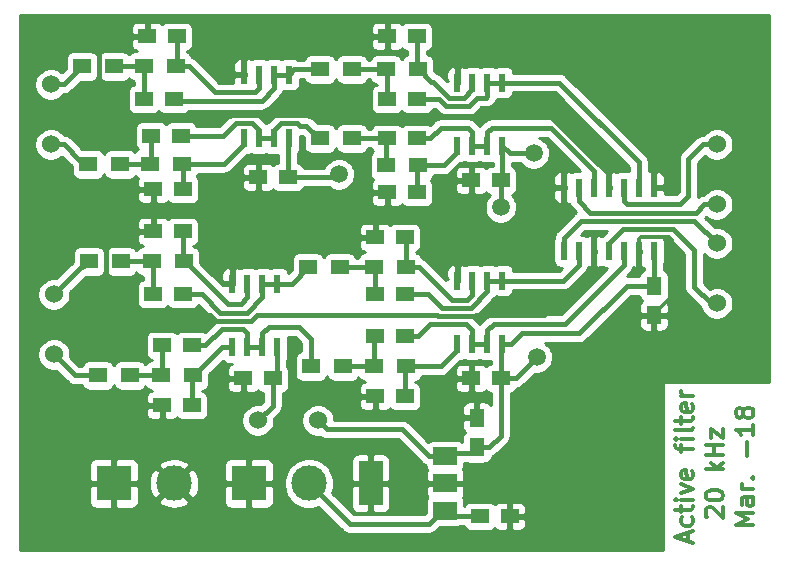
<source format=gbr>
G04 #@! TF.FileFunction,Copper,L1,Top,Signal*
%FSLAX46Y46*%
G04 Gerber Fmt 4.6, Leading zero omitted, Abs format (unit mm)*
G04 Created by KiCad (PCBNEW 4.0.7) date 03/03/18 20:10:21*
%MOMM*%
%LPD*%
G01*
G04 APERTURE LIST*
%ADD10C,0.100000*%
%ADD11C,0.300000*%
%ADD12R,1.500000X1.250000*%
%ADD13R,1.250000X1.500000*%
%ADD14R,3.000000X3.000000*%
%ADD15C,3.000000*%
%ADD16R,1.500000X1.300000*%
%ADD17R,0.600000X1.550000*%
%ADD18R,0.600000X1.500000*%
%ADD19R,2.000000X3.800000*%
%ADD20R,2.000000X1.500000*%
%ADD21C,1.524000*%
%ADD22C,1.500000*%
%ADD23C,0.400000*%
%ADD24C,0.254000*%
G04 APERTURE END LIST*
D10*
D11*
X56996000Y1476286D02*
X56996000Y2190572D01*
X57424571Y1333429D02*
X55924571Y1833429D01*
X57424571Y2333429D01*
X57353143Y3476286D02*
X57424571Y3333429D01*
X57424571Y3047715D01*
X57353143Y2904857D01*
X57281714Y2833429D01*
X57138857Y2762000D01*
X56710286Y2762000D01*
X56567429Y2833429D01*
X56496000Y2904857D01*
X56424571Y3047715D01*
X56424571Y3333429D01*
X56496000Y3476286D01*
X56424571Y3904857D02*
X56424571Y4476286D01*
X55924571Y4119143D02*
X57210286Y4119143D01*
X57353143Y4190571D01*
X57424571Y4333429D01*
X57424571Y4476286D01*
X57424571Y4976286D02*
X56424571Y4976286D01*
X55924571Y4976286D02*
X55996000Y4904857D01*
X56067429Y4976286D01*
X55996000Y5047714D01*
X55924571Y4976286D01*
X56067429Y4976286D01*
X56424571Y5547715D02*
X57424571Y5904858D01*
X56424571Y6262000D01*
X57353143Y7404857D02*
X57424571Y7262000D01*
X57424571Y6976286D01*
X57353143Y6833429D01*
X57210286Y6762000D01*
X56638857Y6762000D01*
X56496000Y6833429D01*
X56424571Y6976286D01*
X56424571Y7262000D01*
X56496000Y7404857D01*
X56638857Y7476286D01*
X56781714Y7476286D01*
X56924571Y6762000D01*
X56424571Y9047714D02*
X56424571Y9619143D01*
X57424571Y9262000D02*
X56138857Y9262000D01*
X55996000Y9333428D01*
X55924571Y9476286D01*
X55924571Y9619143D01*
X57424571Y10119143D02*
X56424571Y10119143D01*
X55924571Y10119143D02*
X55996000Y10047714D01*
X56067429Y10119143D01*
X55996000Y10190571D01*
X55924571Y10119143D01*
X56067429Y10119143D01*
X57424571Y11047715D02*
X57353143Y10904857D01*
X57210286Y10833429D01*
X55924571Y10833429D01*
X56424571Y11404857D02*
X56424571Y11976286D01*
X55924571Y11619143D02*
X57210286Y11619143D01*
X57353143Y11690571D01*
X57424571Y11833429D01*
X57424571Y11976286D01*
X57353143Y13047714D02*
X57424571Y12904857D01*
X57424571Y12619143D01*
X57353143Y12476286D01*
X57210286Y12404857D01*
X56638857Y12404857D01*
X56496000Y12476286D01*
X56424571Y12619143D01*
X56424571Y12904857D01*
X56496000Y13047714D01*
X56638857Y13119143D01*
X56781714Y13119143D01*
X56924571Y12404857D01*
X57424571Y13762000D02*
X56424571Y13762000D01*
X56710286Y13762000D02*
X56567429Y13833428D01*
X56496000Y13904857D01*
X56424571Y14047714D01*
X56424571Y14190571D01*
X58617429Y3476286D02*
X58546000Y3547715D01*
X58474571Y3690572D01*
X58474571Y4047715D01*
X58546000Y4190572D01*
X58617429Y4262001D01*
X58760286Y4333429D01*
X58903143Y4333429D01*
X59117429Y4262001D01*
X59974571Y3404858D01*
X59974571Y4333429D01*
X58474571Y5262000D02*
X58474571Y5404857D01*
X58546000Y5547714D01*
X58617429Y5619143D01*
X58760286Y5690572D01*
X59046000Y5762000D01*
X59403143Y5762000D01*
X59688857Y5690572D01*
X59831714Y5619143D01*
X59903143Y5547714D01*
X59974571Y5404857D01*
X59974571Y5262000D01*
X59903143Y5119143D01*
X59831714Y5047714D01*
X59688857Y4976286D01*
X59403143Y4904857D01*
X59046000Y4904857D01*
X58760286Y4976286D01*
X58617429Y5047714D01*
X58546000Y5119143D01*
X58474571Y5262000D01*
X59974571Y7547714D02*
X58474571Y7547714D01*
X59403143Y7690571D02*
X59974571Y8119142D01*
X58974571Y8119142D02*
X59546000Y7547714D01*
X59974571Y8762000D02*
X58474571Y8762000D01*
X59188857Y8762000D02*
X59188857Y9619143D01*
X59974571Y9619143D02*
X58474571Y9619143D01*
X58974571Y10190572D02*
X58974571Y10976286D01*
X59974571Y10190572D01*
X59974571Y10976286D01*
X62524571Y2833429D02*
X61024571Y2833429D01*
X62096000Y3333429D01*
X61024571Y3833429D01*
X62524571Y3833429D01*
X62524571Y5190572D02*
X61738857Y5190572D01*
X61596000Y5119143D01*
X61524571Y4976286D01*
X61524571Y4690572D01*
X61596000Y4547715D01*
X62453143Y5190572D02*
X62524571Y5047715D01*
X62524571Y4690572D01*
X62453143Y4547715D01*
X62310286Y4476286D01*
X62167429Y4476286D01*
X62024571Y4547715D01*
X61953143Y4690572D01*
X61953143Y5047715D01*
X61881714Y5190572D01*
X62524571Y5904858D02*
X61524571Y5904858D01*
X61810286Y5904858D02*
X61667429Y5976286D01*
X61596000Y6047715D01*
X61524571Y6190572D01*
X61524571Y6333429D01*
X62381714Y6833429D02*
X62453143Y6904857D01*
X62524571Y6833429D01*
X62453143Y6762000D01*
X62381714Y6833429D01*
X62524571Y6833429D01*
X61953143Y8690572D02*
X61953143Y9833429D01*
X62524571Y11333429D02*
X62524571Y10476286D01*
X62524571Y10904858D02*
X61024571Y10904858D01*
X61238857Y10762001D01*
X61381714Y10619143D01*
X61453143Y10476286D01*
X61667429Y12190572D02*
X61596000Y12047714D01*
X61524571Y11976286D01*
X61381714Y11904857D01*
X61310286Y11904857D01*
X61167429Y11976286D01*
X61096000Y12047714D01*
X61024571Y12190572D01*
X61024571Y12476286D01*
X61096000Y12619143D01*
X61167429Y12690572D01*
X61310286Y12762000D01*
X61381714Y12762000D01*
X61524571Y12690572D01*
X61596000Y12619143D01*
X61667429Y12476286D01*
X61667429Y12190572D01*
X61738857Y12047714D01*
X61810286Y11976286D01*
X61953143Y11904857D01*
X62238857Y11904857D01*
X62381714Y11976286D01*
X62453143Y12047714D01*
X62524571Y12190572D01*
X62524571Y12476286D01*
X62453143Y12619143D01*
X62381714Y12690572D01*
X62238857Y12762000D01*
X61953143Y12762000D01*
X61810286Y12690572D01*
X61738857Y12619143D01*
X61667429Y12476286D01*
D12*
X10942000Y38862000D03*
X13442000Y38862000D03*
X34016000Y38862000D03*
X31516000Y38862000D03*
X13696000Y44196000D03*
X11196000Y44196000D03*
X34016000Y44196000D03*
X31516000Y44196000D03*
X23114000Y32258000D03*
X20614000Y32258000D03*
X41128000Y32004000D03*
X38628000Y32004000D03*
X11546000Y35762000D03*
X14046000Y35762000D03*
X34016000Y35560000D03*
X31516000Y35560000D03*
X14224000Y31242000D03*
X11724000Y31242000D03*
X34016000Y30988000D03*
X31516000Y30988000D03*
X11704000Y22352000D03*
X14204000Y22352000D03*
D13*
X54102000Y23094000D03*
X54102000Y20594000D03*
D12*
X33000000Y22352000D03*
X30500000Y22352000D03*
X14204000Y27686000D03*
X11704000Y27686000D03*
X33000000Y27178000D03*
X30500000Y27178000D03*
X21824000Y15240000D03*
X19324000Y15240000D03*
X41128000Y15240000D03*
X38628000Y15240000D03*
X12466000Y18034000D03*
X14966000Y18034000D03*
X33000000Y18796000D03*
X30500000Y18796000D03*
D14*
X8382000Y6350000D03*
D15*
X13462000Y6350000D03*
D14*
X19812000Y6350000D03*
D15*
X24892000Y6350000D03*
D16*
X8382000Y41656000D03*
X5682000Y41656000D03*
X13622000Y41656000D03*
X10922000Y41656000D03*
X28528000Y41402000D03*
X25828000Y41402000D03*
X34116000Y41402000D03*
X31416000Y41402000D03*
X8890000Y33362000D03*
X6190000Y33362000D03*
X14146000Y33412000D03*
X11446000Y33412000D03*
X28528000Y35560000D03*
X25828000Y35560000D03*
X34116000Y33274000D03*
X31416000Y33274000D03*
X8970000Y25146000D03*
X6270000Y25146000D03*
X14304000Y25146000D03*
X11604000Y25146000D03*
X27512000Y24638000D03*
X24812000Y24638000D03*
X33100000Y24638000D03*
X30400000Y24638000D03*
X9732000Y15494000D03*
X7032000Y15494000D03*
X15066000Y15494000D03*
X12366000Y15494000D03*
X27766000Y16256000D03*
X25066000Y16256000D03*
X33100000Y16256000D03*
X30400000Y16256000D03*
D17*
X23201000Y40962000D03*
X21931000Y40962000D03*
X20661000Y40962000D03*
X19391000Y40962000D03*
X19391000Y35562000D03*
X20661000Y35562000D03*
X21931000Y35562000D03*
X23201000Y35562000D03*
X41275000Y40292000D03*
X40005000Y40292000D03*
X38735000Y40292000D03*
X37465000Y40292000D03*
X37465000Y34892000D03*
X38735000Y34892000D03*
X40005000Y34892000D03*
X41275000Y34892000D03*
D18*
X54102000Y31402000D03*
X52832000Y31402000D03*
X51562000Y31402000D03*
X50292000Y31402000D03*
X49022000Y31402000D03*
X47752000Y31402000D03*
X46482000Y31402000D03*
X46482000Y26002000D03*
X47752000Y26002000D03*
X49022000Y26002000D03*
X50292000Y26002000D03*
X51562000Y26002000D03*
X52832000Y26002000D03*
X54102000Y26002000D03*
D17*
X22225000Y23274000D03*
X20955000Y23274000D03*
X19685000Y23274000D03*
X18415000Y23274000D03*
X18415000Y17874000D03*
X19685000Y17874000D03*
X20955000Y17874000D03*
X22225000Y17874000D03*
X41275000Y23528000D03*
X40005000Y23528000D03*
X38735000Y23528000D03*
X37465000Y23528000D03*
X37465000Y18128000D03*
X38735000Y18128000D03*
X40005000Y18128000D03*
X41275000Y18128000D03*
D19*
X30124000Y6350000D03*
D20*
X36424000Y6350000D03*
X36424000Y8650000D03*
X36424000Y4050000D03*
D12*
X14966000Y12954000D03*
X12466000Y12954000D03*
X33000000Y13716000D03*
X30500000Y13716000D03*
D13*
X39116000Y9418000D03*
X39116000Y11918000D03*
D12*
X39390000Y3556000D03*
X41890000Y3556000D03*
D21*
X3048000Y40132000D03*
X3048000Y35052000D03*
X59436000Y35052000D03*
X59436000Y29972000D03*
X59436000Y26670000D03*
X59436000Y21590000D03*
X3302000Y22352000D03*
X3302000Y17272000D03*
X20574000Y11684000D03*
X25654000Y11684000D03*
D22*
X41148000Y29718000D03*
X44196000Y17018000D03*
X43942000Y34290000D03*
X27432000Y32512000D03*
D11*
X55626000Y26924000D02*
X55626000Y22243000D01*
X55626000Y22243000D02*
X54102000Y20719000D01*
X54102000Y20719000D02*
X54102000Y20594000D01*
X55347999Y27202001D02*
X55626000Y26924000D01*
X52832000Y26002000D02*
X52832000Y27052000D01*
X52832000Y27052000D02*
X52982001Y27202001D01*
X52982001Y27202001D02*
X55347999Y27202001D01*
D23*
X15240000Y37338000D02*
X9652000Y37338000D01*
X9652000Y37338000D02*
X7112000Y39878000D01*
X7112000Y39878000D02*
X7112000Y43180000D01*
X7112000Y43180000D02*
X8128000Y44196000D01*
X8128000Y44196000D02*
X11196000Y44196000D01*
D11*
X15240000Y37338000D02*
X14986000Y37338000D01*
X18272744Y37338000D02*
X15240000Y37338000D01*
D23*
X49022000Y26002000D02*
X49022000Y24852000D01*
X49022000Y24852000D02*
X44820164Y20650164D01*
X19979810Y20121371D02*
X17065889Y20121371D01*
X44820164Y20650164D02*
X39029663Y20650164D01*
X35849402Y20505476D02*
X35704714Y20650164D01*
X9209998Y27686000D02*
X10554000Y27686000D01*
X39029663Y20650164D02*
X38884975Y20505476D01*
X38884975Y20505476D02*
X35849402Y20505476D01*
X35704714Y20650164D02*
X20508603Y20650164D01*
X16537096Y20650164D02*
X10591836Y20650164D01*
X20508603Y20650164D02*
X19979810Y20121371D01*
X17065889Y20121371D02*
X16537096Y20650164D01*
X7719999Y23522001D02*
X7719999Y26196001D01*
X10591836Y20650164D02*
X7719999Y23522001D01*
X7719999Y26196001D02*
X9209998Y27686000D01*
X10554000Y27686000D02*
X11704000Y27686000D01*
D11*
X50292000Y31402000D02*
X50292000Y32452000D01*
X50292000Y32452000D02*
X45256988Y37487012D01*
X45256988Y37487012D02*
X18421756Y37487012D01*
X18421756Y37487012D02*
X18272744Y37338000D01*
X49022000Y26002000D02*
X49022000Y26452000D01*
D23*
X39154966Y39016999D02*
X39904999Y39016999D01*
X35930033Y38862000D02*
X36475045Y38316988D01*
X38454955Y38316988D02*
X39154966Y39016999D01*
X39904999Y39016999D02*
X40005000Y39117000D01*
X34016000Y38862000D02*
X35930033Y38862000D01*
X40005000Y39117000D02*
X40005000Y40292000D01*
X36475045Y38316988D02*
X38454955Y38316988D01*
X41275000Y40292000D02*
X46068000Y40292000D01*
X46068000Y40292000D02*
X52832000Y33528000D01*
X52832000Y33528000D02*
X52832000Y31402000D01*
X41275000Y40292000D02*
X40005000Y40292000D01*
X20574000Y11684000D02*
X21824000Y12934000D01*
X21824000Y12934000D02*
X21824000Y13970000D01*
X25654000Y11684000D02*
X26415999Y10922001D01*
X26415999Y10922001D02*
X32751999Y10922001D01*
X32751999Y10922001D02*
X35024000Y8650000D01*
X35024000Y8650000D02*
X36424000Y8650000D01*
X21824000Y13970000D02*
X21824000Y15240000D01*
X41148000Y29718000D02*
X41148000Y31984000D01*
X41148000Y31984000D02*
X41128000Y32004000D01*
X41128000Y15240000D02*
X42418000Y15240000D01*
X42418000Y15240000D02*
X44196000Y17018000D01*
X43942000Y34290000D02*
X41877000Y34290000D01*
X41877000Y34290000D02*
X41275000Y34892000D01*
X23114000Y32258000D02*
X27178000Y32258000D01*
X27178000Y32258000D02*
X27432000Y32512000D01*
X41128000Y15240000D02*
X41128000Y11430000D01*
X41128000Y11430000D02*
X41128000Y11011000D01*
X39116000Y9418000D02*
X40141000Y9418000D01*
X40141000Y9418000D02*
X41128000Y10405000D01*
X41128000Y10405000D02*
X41128000Y11430000D01*
X47752000Y19050000D02*
X51796000Y23094000D01*
X51796000Y23094000D02*
X54102000Y23094000D01*
X42897000Y19050000D02*
X47752000Y19050000D01*
X41275000Y18128000D02*
X41975000Y18128000D01*
X41975000Y18128000D02*
X42897000Y19050000D01*
X39007000Y8890000D02*
X38882000Y8890000D01*
X38882000Y8890000D02*
X36664000Y8890000D01*
X36664000Y8890000D02*
X36424000Y8650000D01*
X54102000Y26002000D02*
X54102000Y23094000D01*
X54082000Y25982000D02*
X54102000Y26002000D01*
X41128000Y15240000D02*
X41128000Y17981000D01*
X41128000Y17981000D02*
X41275000Y18128000D01*
X22225000Y17874000D02*
X22225000Y15641000D01*
X22225000Y15641000D02*
X21824000Y15240000D01*
X41275000Y34892000D02*
X41275000Y32151000D01*
X41275000Y32151000D02*
X41128000Y32004000D01*
X23114000Y32258000D02*
X23114000Y35475000D01*
X23114000Y35475000D02*
X23201000Y35562000D01*
X51562000Y31402000D02*
X51562000Y30252000D01*
X51562000Y30252000D02*
X51828575Y29985425D01*
X58286592Y35052000D02*
X59436000Y35052000D01*
X51828575Y29985425D02*
X56295345Y29985425D01*
X56295345Y29985425D02*
X57027565Y30717645D01*
X57027565Y30717645D02*
X57027565Y33792973D01*
X57027565Y33792973D02*
X58286592Y35052000D01*
X59436000Y29972000D02*
X58358370Y29972000D01*
X57657331Y29270961D02*
X48733039Y29270961D01*
X58358370Y29972000D02*
X57657331Y29270961D01*
X48733039Y29270961D02*
X47752000Y30252000D01*
X47752000Y30252000D02*
X47752000Y31402000D01*
X14224000Y31242000D02*
X14224000Y33334000D01*
X14224000Y33334000D02*
X14146000Y33412000D01*
X14146000Y33412000D02*
X17716000Y33412000D01*
X17716000Y33412000D02*
X19391000Y35087000D01*
X19391000Y35087000D02*
X19391000Y35562000D01*
X34016000Y30988000D02*
X34016000Y33174000D01*
X34016000Y33174000D02*
X34116000Y33274000D01*
X34116000Y33274000D02*
X36322000Y33274000D01*
X36322000Y33274000D02*
X37465000Y34417000D01*
X37465000Y34417000D02*
X37465000Y34892000D01*
X11704000Y22352000D02*
X11704000Y25046000D01*
X11704000Y25046000D02*
X11604000Y25146000D01*
X8970000Y25146000D02*
X11604000Y25146000D01*
X20955000Y22099000D02*
X19677382Y20821382D01*
X15825225Y22352000D02*
X15354000Y22352000D01*
X17355843Y20821382D02*
X15825225Y22352000D01*
X19677382Y20821382D02*
X17355843Y20821382D01*
X20955000Y23274000D02*
X20955000Y22099000D01*
X15354000Y22352000D02*
X14204000Y22352000D01*
X22225000Y23274000D02*
X23448000Y23274000D01*
X23448000Y23274000D02*
X24812000Y24638000D01*
X20955000Y23274000D02*
X22225000Y23274000D01*
X36982502Y21905498D02*
X38305067Y21905498D01*
X34250000Y24638000D02*
X36982502Y21905498D01*
X38735000Y22335431D02*
X38735000Y22353000D01*
X38305067Y21905498D02*
X38735000Y22335431D01*
X38735000Y22353000D02*
X38735000Y23528000D01*
X33100000Y24638000D02*
X34250000Y24638000D01*
X33100000Y24638000D02*
X33100000Y27078000D01*
X33100000Y27078000D02*
X33000000Y27178000D01*
X12466000Y18034000D02*
X12466000Y15594000D01*
X12466000Y15594000D02*
X12366000Y15494000D01*
X9732000Y15494000D02*
X12366000Y15494000D01*
X25066000Y16256000D02*
X25066000Y18576000D01*
X25066000Y18576000D02*
X24022011Y19619989D01*
X24022011Y19619989D02*
X21525989Y19619989D01*
X21525989Y19619989D02*
X20955000Y19049000D01*
X20955000Y19049000D02*
X20955000Y17874000D01*
X14966000Y18034000D02*
X16116000Y18034000D01*
X19312640Y19421360D02*
X19685000Y19049000D01*
X19685000Y19049000D02*
X19685000Y17874000D01*
X16116000Y18034000D02*
X17503360Y19421360D01*
X17503360Y19421360D02*
X19312640Y19421360D01*
X20955000Y17874000D02*
X19685000Y17874000D01*
X38735000Y39704024D02*
X38735000Y40292000D01*
X35266000Y40352000D02*
X35429998Y40352000D01*
X34216000Y41402000D02*
X35266000Y40352000D01*
X38047975Y39016999D02*
X38735000Y39704024D01*
X35429998Y40352000D02*
X36764999Y39016999D01*
X34116000Y41402000D02*
X34216000Y41402000D01*
X36764999Y39016999D02*
X38047975Y39016999D01*
X34016000Y44196000D02*
X34016000Y41502000D01*
X34016000Y41502000D02*
X34116000Y41402000D01*
X11546000Y35762000D02*
X11546000Y33512000D01*
X11546000Y33512000D02*
X11446000Y33412000D01*
X8890000Y33362000D02*
X11396000Y33362000D01*
X11396000Y33362000D02*
X11446000Y33412000D01*
X5662000Y24638000D02*
X5588000Y24638000D01*
X5588000Y24638000D02*
X3302000Y22352000D01*
X6270000Y25146000D02*
X6170000Y25146000D01*
X6170000Y25146000D02*
X5662000Y24638000D01*
X6096000Y25146000D02*
X6270000Y25146000D01*
X5842000Y24718000D02*
X6270000Y25146000D01*
X7032000Y15494000D02*
X5080000Y15494000D01*
X5080000Y15494000D02*
X3302000Y17272000D01*
X10942000Y38862000D02*
X10942000Y41636000D01*
X10942000Y41636000D02*
X10922000Y41656000D01*
X8382000Y41656000D02*
X10922000Y41656000D01*
X14092011Y38750011D02*
X20894011Y38750011D01*
X21931000Y39787000D02*
X21931000Y40962000D01*
X20894011Y38750011D02*
X21931000Y39787000D01*
X25828000Y41402000D02*
X23641000Y41402000D01*
X23641000Y41402000D02*
X23201000Y40962000D01*
X25760000Y41470000D02*
X25828000Y41402000D01*
X21931000Y40962000D02*
X23201000Y40962000D01*
X31516000Y38862000D02*
X31516000Y41302000D01*
X31516000Y41302000D02*
X31416000Y41402000D01*
X28528000Y41402000D02*
X31416000Y41402000D01*
X13622000Y41656000D02*
X14772000Y41656000D01*
X14772000Y41656000D02*
X15520263Y40907737D01*
X15520263Y40907737D02*
X15520263Y40894000D01*
X20324022Y39450022D02*
X20661000Y39787000D01*
X15520263Y40894000D02*
X16964241Y39450022D01*
X20661000Y39787000D02*
X20661000Y40962000D01*
X16964241Y39450022D02*
X20324022Y39450022D01*
X13696000Y44196000D02*
X13696000Y41730000D01*
X13696000Y41730000D02*
X13622000Y41656000D01*
X20661000Y36267002D02*
X20661000Y35562000D01*
X18690999Y36837001D02*
X20091001Y36837001D01*
X25728000Y35560000D02*
X25828000Y35560000D01*
X14046000Y35762000D02*
X17615998Y35762000D01*
X24128002Y36610000D02*
X24678000Y36610000D01*
X23901001Y36837001D02*
X24128002Y36610000D01*
X22500999Y36837001D02*
X23901001Y36837001D01*
X24678000Y36610000D02*
X25728000Y35560000D01*
X21931000Y35562000D02*
X21931000Y36267002D01*
X21931000Y36267002D02*
X22500999Y36837001D01*
X17615998Y35762000D02*
X18690999Y36837001D01*
X20091001Y36837001D02*
X20661000Y36267002D01*
X21931000Y35562000D02*
X20661000Y35562000D01*
X45390757Y36433989D02*
X49022000Y32802746D01*
X36039989Y36433989D02*
X35166000Y35560000D01*
X40371989Y36433989D02*
X45390757Y36433989D01*
X38735000Y36067000D02*
X38368011Y36433989D01*
X40005000Y34892000D02*
X40005000Y36067000D01*
X35166000Y35560000D02*
X34016000Y35560000D01*
X38735000Y34892000D02*
X38735000Y36067000D01*
X38368011Y36433989D02*
X36039989Y36433989D01*
X49022000Y32802746D02*
X49022000Y32552000D01*
X40005000Y36067000D02*
X40371989Y36433989D01*
X49022000Y32552000D02*
X49022000Y31402000D01*
X38735000Y34892000D02*
X40005000Y34892000D01*
X33000000Y18796000D02*
X34150000Y18796000D01*
X34150000Y18796000D02*
X35159465Y19805465D01*
X35159465Y19805465D02*
X38232535Y19805465D01*
X38232535Y19805465D02*
X38735000Y19303000D01*
X38735000Y19303000D02*
X38735000Y18128000D01*
X40005000Y18128000D02*
X40005000Y19303000D01*
X40005000Y19303000D02*
X40545852Y19843852D01*
X40545852Y19843852D02*
X46553852Y19843852D01*
X46553852Y19843852D02*
X51562000Y24852000D01*
X51562000Y24852000D02*
X51562000Y26002000D01*
X40005000Y18128000D02*
X38735000Y18128000D01*
X3048000Y40132000D02*
X4158000Y40132000D01*
X4158000Y40132000D02*
X5682000Y41656000D01*
X6290000Y33362000D02*
X6190000Y33362000D01*
X3048000Y35052000D02*
X4125630Y35052000D01*
X4125630Y35052000D02*
X5507833Y33669796D01*
X46482000Y26002000D02*
X46482000Y27152000D01*
X46482000Y27152000D02*
X47900950Y28570950D01*
X47900950Y28570950D02*
X57535050Y28570950D01*
X57535050Y28570950D02*
X59436000Y26670000D01*
X50292000Y26002000D02*
X50292000Y26682002D01*
X58906225Y21590000D02*
X59436000Y21590000D01*
X50292000Y26682002D02*
X51480937Y27870939D01*
X51480937Y27870939D02*
X55734565Y27870939D01*
X55734565Y27870939D02*
X57503509Y26101995D01*
X57503509Y26101995D02*
X57503509Y22992716D01*
X57503509Y22992716D02*
X58906225Y21590000D01*
X31416000Y33274000D02*
X31416000Y35460000D01*
X31416000Y35460000D02*
X31516000Y35560000D01*
X28528000Y35560000D02*
X31516000Y35560000D01*
X38595021Y21205487D02*
X40005000Y22615466D01*
X36139356Y21205487D02*
X38595021Y21205487D01*
X34992843Y22352000D02*
X36139356Y21205487D01*
X33000000Y22352000D02*
X34992843Y22352000D01*
X40005000Y22615466D02*
X40005000Y23528000D01*
X47752000Y24852000D02*
X47752000Y26002000D01*
X41275000Y23528000D02*
X46428000Y23528000D01*
X46428000Y23528000D02*
X47752000Y24852000D01*
X40005000Y23528000D02*
X41275000Y23528000D01*
X30500000Y22352000D02*
X30500000Y24538000D01*
X30500000Y24538000D02*
X30400000Y24638000D01*
X27512000Y24638000D02*
X30400000Y24638000D01*
X19685000Y22099000D02*
X19685000Y23274000D01*
X19107393Y21521393D02*
X19685000Y22099000D01*
X18028607Y21521393D02*
X19107393Y21521393D01*
X14404000Y25146000D02*
X18028607Y21521393D01*
X14304000Y25146000D02*
X14404000Y25146000D01*
X14204000Y27686000D02*
X14204000Y25246000D01*
X14204000Y25246000D02*
X14304000Y25146000D01*
X33100000Y16256000D02*
X36068000Y16256000D01*
X36068000Y16256000D02*
X37465000Y17653000D01*
X37465000Y17653000D02*
X37465000Y18128000D01*
X33000000Y13716000D02*
X33000000Y16156000D01*
X33000000Y16156000D02*
X33100000Y16256000D01*
X30400000Y16256000D02*
X27766000Y16256000D01*
X30400000Y16256000D02*
X30400000Y18696000D01*
X30400000Y18696000D02*
X30500000Y18796000D01*
X14966000Y12954000D02*
X14966000Y15394000D01*
X14966000Y15394000D02*
X15066000Y15494000D01*
X15066000Y15494000D02*
X15166000Y15494000D01*
X15166000Y15494000D02*
X17546000Y17874000D01*
X17546000Y17874000D02*
X17715000Y17874000D01*
X17715000Y17874000D02*
X18415000Y17874000D01*
X39390000Y3556000D02*
X36918000Y3556000D01*
X36918000Y3556000D02*
X36424000Y4050000D01*
X24892000Y6350000D02*
X28342000Y2900000D01*
X28342000Y2900000D02*
X35024000Y2900000D01*
X35024000Y2900000D02*
X36174000Y4050000D01*
X36174000Y4050000D02*
X36424000Y4050000D01*
D24*
G36*
X63806000Y14968428D02*
X54911000Y14968428D01*
X54911000Y710000D01*
X456000Y710000D01*
X456000Y6064250D01*
X6247000Y6064250D01*
X6247000Y4787458D01*
X6271403Y4664777D01*
X6319270Y4549215D01*
X6388763Y4445211D01*
X6477211Y4356763D01*
X6581215Y4287270D01*
X6696777Y4239403D01*
X6819458Y4215000D01*
X8096250Y4215000D01*
X8255000Y4373750D01*
X8255000Y6223000D01*
X8509000Y6223000D01*
X8509000Y4373750D01*
X8667750Y4215000D01*
X9944542Y4215000D01*
X10067223Y4239403D01*
X10182785Y4287270D01*
X10286789Y4356763D01*
X10375237Y4445211D01*
X10444730Y4549215D01*
X10492597Y4664777D01*
X10517000Y4787458D01*
X10517000Y4858347D01*
X12149952Y4858347D01*
X12305962Y4542786D01*
X12680745Y4351980D01*
X13085551Y4237956D01*
X13504824Y4205098D01*
X13922451Y4254666D01*
X14322383Y4384757D01*
X14618038Y4542786D01*
X14774048Y4858347D01*
X13462000Y6170395D01*
X12149952Y4858347D01*
X10517000Y4858347D01*
X10517000Y6064250D01*
X10358250Y6223000D01*
X8509000Y6223000D01*
X8255000Y6223000D01*
X6405750Y6223000D01*
X6247000Y6064250D01*
X456000Y6064250D01*
X456000Y6307176D01*
X11317098Y6307176D01*
X11366666Y5889549D01*
X11496757Y5489617D01*
X11654786Y5193962D01*
X11970347Y5037952D01*
X13282395Y6350000D01*
X13641605Y6350000D01*
X14953653Y5037952D01*
X15269214Y5193962D01*
X15460020Y5568745D01*
X15574044Y5973551D01*
X15581151Y6064250D01*
X17677000Y6064250D01*
X17677000Y4787458D01*
X17701403Y4664777D01*
X17749270Y4549215D01*
X17818763Y4445211D01*
X17907211Y4356763D01*
X18011215Y4287270D01*
X18126777Y4239403D01*
X18249458Y4215000D01*
X19526250Y4215000D01*
X19685000Y4373750D01*
X19685000Y6223000D01*
X19939000Y6223000D01*
X19939000Y4373750D01*
X20097750Y4215000D01*
X21374542Y4215000D01*
X21497223Y4239403D01*
X21612785Y4287270D01*
X21716789Y4356763D01*
X21805237Y4445211D01*
X21874730Y4549215D01*
X21922597Y4664777D01*
X21947000Y4787458D01*
X21947000Y6064250D01*
X21840767Y6170483D01*
X22754194Y6170483D01*
X22829776Y5758667D01*
X22983908Y5369374D01*
X23210719Y5017433D01*
X23501569Y4716249D01*
X23845380Y4477294D01*
X24229057Y4309670D01*
X24637984Y4219761D01*
X25056588Y4210993D01*
X25468922Y4283698D01*
X25691213Y4369919D01*
X27751566Y2309566D01*
X27811182Y2260596D01*
X27870253Y2211030D01*
X27874096Y2208917D01*
X27877493Y2206127D01*
X27945526Y2169648D01*
X28013059Y2132522D01*
X28017242Y2131195D01*
X28021114Y2129119D01*
X28094893Y2106563D01*
X28168394Y2083247D01*
X28172758Y2082758D01*
X28176956Y2081474D01*
X28253716Y2073676D01*
X28330342Y2065081D01*
X28338913Y2065021D01*
X28339085Y2065004D01*
X28339245Y2065019D01*
X28342000Y2065000D01*
X35024000Y2065000D01*
X35100747Y2072525D01*
X35177600Y2079249D01*
X35181814Y2080473D01*
X35186186Y2080902D01*
X35260081Y2103212D01*
X35334092Y2124715D01*
X35337986Y2126734D01*
X35342194Y2128004D01*
X35410311Y2164223D01*
X35478774Y2199710D01*
X35482207Y2202451D01*
X35486082Y2204511D01*
X35545866Y2253269D01*
X35606133Y2301380D01*
X35612238Y2307400D01*
X35612370Y2307508D01*
X35612471Y2307631D01*
X35614434Y2309566D01*
X35966796Y2661928D01*
X37424000Y2661928D01*
X37525121Y2669992D01*
X37689833Y2721000D01*
X38043710Y2721000D01*
X38063106Y2658366D01*
X38161900Y2508441D01*
X38298550Y2391975D01*
X38462237Y2318190D01*
X38640000Y2292928D01*
X40140000Y2292928D01*
X40241121Y2300992D01*
X40412634Y2354106D01*
X40562559Y2452900D01*
X40637217Y2540497D01*
X40646763Y2526211D01*
X40735211Y2437763D01*
X40839215Y2368270D01*
X40954777Y2320403D01*
X41077458Y2296000D01*
X41604250Y2296000D01*
X41763000Y2454750D01*
X41763000Y3429000D01*
X42017000Y3429000D01*
X42017000Y2454750D01*
X42175750Y2296000D01*
X42702542Y2296000D01*
X42825223Y2320403D01*
X42940785Y2368270D01*
X43044789Y2437763D01*
X43133237Y2526211D01*
X43202730Y2630215D01*
X43250597Y2745777D01*
X43275000Y2868458D01*
X43275000Y3270250D01*
X43116250Y3429000D01*
X42017000Y3429000D01*
X41763000Y3429000D01*
X41743000Y3429000D01*
X41743000Y3683000D01*
X41763000Y3683000D01*
X41763000Y4657250D01*
X42017000Y4657250D01*
X42017000Y3683000D01*
X43116250Y3683000D01*
X43275000Y3841750D01*
X43275000Y4243542D01*
X43250597Y4366223D01*
X43202730Y4481785D01*
X43133237Y4585789D01*
X43044789Y4674237D01*
X42940785Y4743730D01*
X42825223Y4791597D01*
X42702542Y4816000D01*
X42175750Y4816000D01*
X42017000Y4657250D01*
X41763000Y4657250D01*
X41604250Y4816000D01*
X41077458Y4816000D01*
X40954777Y4791597D01*
X40839215Y4743730D01*
X40735211Y4674237D01*
X40646763Y4585789D01*
X40638227Y4573015D01*
X40618100Y4603559D01*
X40481450Y4720025D01*
X40317763Y4793810D01*
X40140000Y4819072D01*
X38640000Y4819072D01*
X38538879Y4811008D01*
X38367366Y4757894D01*
X38217441Y4659100D01*
X38100975Y4522450D01*
X38062072Y4436146D01*
X38062072Y4800000D01*
X38054008Y4901121D01*
X38000894Y5072634D01*
X37918689Y5197384D01*
X37986730Y5299215D01*
X38034597Y5414777D01*
X38059000Y5537458D01*
X38059000Y6064250D01*
X37900250Y6223000D01*
X36551000Y6223000D01*
X36551000Y6203000D01*
X36297000Y6203000D01*
X36297000Y6223000D01*
X34947750Y6223000D01*
X34789000Y6064250D01*
X34789000Y5537458D01*
X34813403Y5414777D01*
X34861270Y5299215D01*
X34930763Y5195211D01*
X34930780Y5195194D01*
X34884975Y5141450D01*
X34811190Y4977763D01*
X34785928Y4800000D01*
X34785928Y3842796D01*
X34678132Y3735000D01*
X28687868Y3735000D01*
X26872935Y5549933D01*
X26927652Y5672829D01*
X27016580Y6064250D01*
X28489000Y6064250D01*
X28489000Y4387458D01*
X28513403Y4264777D01*
X28561270Y4149215D01*
X28630763Y4045211D01*
X28719211Y3956763D01*
X28823215Y3887270D01*
X28938777Y3839403D01*
X29061458Y3815000D01*
X29838250Y3815000D01*
X29997000Y3973750D01*
X29997000Y6223000D01*
X30251000Y6223000D01*
X30251000Y3973750D01*
X30409750Y3815000D01*
X31186542Y3815000D01*
X31309223Y3839403D01*
X31424785Y3887270D01*
X31528789Y3956763D01*
X31617237Y4045211D01*
X31686730Y4149215D01*
X31734597Y4264777D01*
X31759000Y4387458D01*
X31759000Y6064250D01*
X31600250Y6223000D01*
X30251000Y6223000D01*
X29997000Y6223000D01*
X28647750Y6223000D01*
X28489000Y6064250D01*
X27016580Y6064250D01*
X27020413Y6081119D01*
X27027091Y6559348D01*
X26945766Y6970069D01*
X26786214Y7357171D01*
X26554512Y7705911D01*
X26259485Y8003005D01*
X25912371Y8237136D01*
X25732988Y8312542D01*
X28489000Y8312542D01*
X28489000Y6635750D01*
X28647750Y6477000D01*
X29997000Y6477000D01*
X29997000Y8726250D01*
X30251000Y8726250D01*
X30251000Y6477000D01*
X31600250Y6477000D01*
X31759000Y6635750D01*
X31759000Y8312542D01*
X31734597Y8435223D01*
X31686730Y8550785D01*
X31617237Y8654789D01*
X31528789Y8743237D01*
X31424785Y8812730D01*
X31309223Y8860597D01*
X31186542Y8885000D01*
X30409750Y8885000D01*
X30251000Y8726250D01*
X29997000Y8726250D01*
X29838250Y8885000D01*
X29061458Y8885000D01*
X28938777Y8860597D01*
X28823215Y8812730D01*
X28719211Y8743237D01*
X28630763Y8654789D01*
X28561270Y8550785D01*
X28513403Y8435223D01*
X28489000Y8312542D01*
X25732988Y8312542D01*
X25526391Y8399387D01*
X25116248Y8483578D01*
X24697563Y8486501D01*
X24286284Y8408045D01*
X23898077Y8251199D01*
X23547728Y8021937D01*
X23248582Y7728992D01*
X23012033Y7383521D01*
X22847091Y6998683D01*
X22760040Y6589138D01*
X22754194Y6170483D01*
X21840767Y6170483D01*
X21788250Y6223000D01*
X19939000Y6223000D01*
X19685000Y6223000D01*
X17835750Y6223000D01*
X17677000Y6064250D01*
X15581151Y6064250D01*
X15606902Y6392824D01*
X15557334Y6810451D01*
X15427243Y7210383D01*
X15269214Y7506038D01*
X14953653Y7662048D01*
X13641605Y6350000D01*
X13282395Y6350000D01*
X11970347Y7662048D01*
X11654786Y7506038D01*
X11463980Y7131255D01*
X11349956Y6726449D01*
X11317098Y6307176D01*
X456000Y6307176D01*
X456000Y7912542D01*
X6247000Y7912542D01*
X6247000Y6635750D01*
X6405750Y6477000D01*
X8255000Y6477000D01*
X8255000Y8326250D01*
X8509000Y8326250D01*
X8509000Y6477000D01*
X10358250Y6477000D01*
X10517000Y6635750D01*
X10517000Y7841653D01*
X12149952Y7841653D01*
X13462000Y6529605D01*
X14774048Y7841653D01*
X14739002Y7912542D01*
X17677000Y7912542D01*
X17677000Y6635750D01*
X17835750Y6477000D01*
X19685000Y6477000D01*
X19685000Y8326250D01*
X19939000Y8326250D01*
X19939000Y6477000D01*
X21788250Y6477000D01*
X21947000Y6635750D01*
X21947000Y7912542D01*
X21922597Y8035223D01*
X21874730Y8150785D01*
X21805237Y8254789D01*
X21716789Y8343237D01*
X21612785Y8412730D01*
X21497223Y8460597D01*
X21374542Y8485000D01*
X20097750Y8485000D01*
X19939000Y8326250D01*
X19685000Y8326250D01*
X19526250Y8485000D01*
X18249458Y8485000D01*
X18126777Y8460597D01*
X18011215Y8412730D01*
X17907211Y8343237D01*
X17818763Y8254789D01*
X17749270Y8150785D01*
X17701403Y8035223D01*
X17677000Y7912542D01*
X14739002Y7912542D01*
X14618038Y8157214D01*
X14243255Y8348020D01*
X13838449Y8462044D01*
X13419176Y8494902D01*
X13001549Y8445334D01*
X12601617Y8315243D01*
X12305962Y8157214D01*
X12149952Y7841653D01*
X10517000Y7841653D01*
X10517000Y7912542D01*
X10492597Y8035223D01*
X10444730Y8150785D01*
X10375237Y8254789D01*
X10286789Y8343237D01*
X10182785Y8412730D01*
X10067223Y8460597D01*
X9944542Y8485000D01*
X8667750Y8485000D01*
X8509000Y8326250D01*
X8255000Y8326250D01*
X8096250Y8485000D01*
X6819458Y8485000D01*
X6696777Y8460597D01*
X6581215Y8412730D01*
X6477211Y8343237D01*
X6388763Y8254789D01*
X6319270Y8150785D01*
X6271403Y8035223D01*
X6247000Y7912542D01*
X456000Y7912542D01*
X456000Y12668250D01*
X11081000Y12668250D01*
X11081000Y12266458D01*
X11105403Y12143777D01*
X11153270Y12028215D01*
X11222763Y11924211D01*
X11311211Y11835763D01*
X11415215Y11766270D01*
X11530777Y11718403D01*
X11653458Y11694000D01*
X12180250Y11694000D01*
X12339000Y11852750D01*
X12339000Y12827000D01*
X11239750Y12827000D01*
X11081000Y12668250D01*
X456000Y12668250D01*
X456000Y28373542D01*
X10319000Y28373542D01*
X10319000Y27971750D01*
X10477750Y27813000D01*
X11577000Y27813000D01*
X11577000Y28787250D01*
X11418250Y28946000D01*
X10891458Y28946000D01*
X10768777Y28921597D01*
X10653215Y28873730D01*
X10549211Y28804237D01*
X10460763Y28715789D01*
X10391270Y28611785D01*
X10343403Y28496223D01*
X10319000Y28373542D01*
X456000Y28373542D01*
X456000Y30956250D01*
X10339000Y30956250D01*
X10339000Y30554458D01*
X10363403Y30431777D01*
X10411270Y30316215D01*
X10480763Y30212211D01*
X10569211Y30123763D01*
X10673215Y30054270D01*
X10788777Y30006403D01*
X10911458Y29982000D01*
X11438250Y29982000D01*
X11597000Y30140750D01*
X11597000Y31115000D01*
X10497750Y31115000D01*
X10339000Y30956250D01*
X456000Y30956250D01*
X456000Y40014536D01*
X1649164Y40014536D01*
X1698620Y39745072D01*
X1799474Y39490345D01*
X1947883Y39260058D01*
X2138196Y39062984D01*
X2363163Y38906628D01*
X2614215Y38796946D01*
X2881789Y38738116D01*
X3155695Y38732378D01*
X3425499Y38779952D01*
X3680923Y38879025D01*
X3912240Y39025823D01*
X4110639Y39214755D01*
X4169448Y39298122D01*
X4234747Y39304525D01*
X4311600Y39311249D01*
X4315814Y39312473D01*
X4320186Y39312902D01*
X4394081Y39335212D01*
X4468092Y39356715D01*
X4471986Y39358734D01*
X4476194Y39360004D01*
X4544311Y39396223D01*
X4612774Y39431710D01*
X4616207Y39434451D01*
X4620082Y39436511D01*
X4679866Y39485269D01*
X4740133Y39533380D01*
X4746238Y39539400D01*
X4746370Y39539508D01*
X4746471Y39539631D01*
X4748434Y39541566D01*
X5574796Y40367928D01*
X6432000Y40367928D01*
X6533121Y40375992D01*
X6704634Y40429106D01*
X6854559Y40527900D01*
X6971025Y40664550D01*
X7033498Y40803142D01*
X7055106Y40733366D01*
X7153900Y40583441D01*
X7290550Y40466975D01*
X7454237Y40393190D01*
X7632000Y40367928D01*
X9132000Y40367928D01*
X9233121Y40375992D01*
X9404634Y40429106D01*
X9554559Y40527900D01*
X9653783Y40644320D01*
X9693900Y40583441D01*
X9830550Y40466975D01*
X9994237Y40393190D01*
X10107000Y40377165D01*
X10107000Y40118294D01*
X10090879Y40117008D01*
X9919366Y40063894D01*
X9769441Y39965100D01*
X9652975Y39828450D01*
X9579190Y39664763D01*
X9553928Y39487000D01*
X9553928Y38237000D01*
X9561992Y38135879D01*
X9615106Y37964366D01*
X9713900Y37814441D01*
X9850550Y37697975D01*
X10014237Y37624190D01*
X10192000Y37598928D01*
X11692000Y37598928D01*
X11793121Y37606992D01*
X11964634Y37660106D01*
X12114559Y37758900D01*
X12191225Y37848852D01*
X12213900Y37814441D01*
X12350550Y37697975D01*
X12514237Y37624190D01*
X12692000Y37598928D01*
X14192000Y37598928D01*
X14293121Y37606992D01*
X14464634Y37660106D01*
X14614559Y37758900D01*
X14731025Y37895550D01*
X14739797Y37915011D01*
X20894011Y37915011D01*
X20970758Y37922536D01*
X21047611Y37929260D01*
X21051825Y37930484D01*
X21056197Y37930913D01*
X21130092Y37953223D01*
X21204103Y37974726D01*
X21207997Y37976745D01*
X21212205Y37978015D01*
X21280322Y38014234D01*
X21348785Y38049721D01*
X21352218Y38052462D01*
X21356093Y38054522D01*
X21415877Y38103280D01*
X21476144Y38151391D01*
X21482249Y38157411D01*
X21482381Y38157519D01*
X21482482Y38157642D01*
X21484445Y38159577D01*
X22521434Y39196566D01*
X22570404Y39256182D01*
X22619970Y39315253D01*
X22622083Y39319096D01*
X22624873Y39322493D01*
X22661352Y39390526D01*
X22698478Y39458059D01*
X22699805Y39462242D01*
X22701881Y39466114D01*
X22724437Y39539893D01*
X22734796Y39572547D01*
X22901000Y39548928D01*
X23501000Y39548928D01*
X23602121Y39556992D01*
X23773634Y39610106D01*
X23923559Y39708900D01*
X24040025Y39845550D01*
X24113810Y40009237D01*
X24139072Y40187000D01*
X24139072Y40567000D01*
X24473968Y40567000D01*
X24501106Y40479366D01*
X24599900Y40329441D01*
X24736550Y40212975D01*
X24900237Y40139190D01*
X25078000Y40113928D01*
X26578000Y40113928D01*
X26679121Y40121992D01*
X26850634Y40175106D01*
X27000559Y40273900D01*
X27117025Y40410550D01*
X27179498Y40549142D01*
X27201106Y40479366D01*
X27299900Y40329441D01*
X27436550Y40212975D01*
X27600237Y40139190D01*
X27778000Y40113928D01*
X29278000Y40113928D01*
X29379121Y40121992D01*
X29550634Y40175106D01*
X29700559Y40273900D01*
X29817025Y40410550D01*
X29887548Y40567000D01*
X30061968Y40567000D01*
X30089106Y40479366D01*
X30187900Y40329441D01*
X30324550Y40212975D01*
X30488237Y40139190D01*
X30658414Y40115006D01*
X30493366Y40063894D01*
X30343441Y39965100D01*
X30226975Y39828450D01*
X30153190Y39664763D01*
X30127928Y39487000D01*
X30127928Y38237000D01*
X30135992Y38135879D01*
X30189106Y37964366D01*
X30287900Y37814441D01*
X30424550Y37697975D01*
X30588237Y37624190D01*
X30766000Y37598928D01*
X32266000Y37598928D01*
X32367121Y37606992D01*
X32538634Y37660106D01*
X32688559Y37758900D01*
X32765225Y37848852D01*
X32787900Y37814441D01*
X32924550Y37697975D01*
X33088237Y37624190D01*
X33266000Y37598928D01*
X34766000Y37598928D01*
X34867121Y37606992D01*
X35038634Y37660106D01*
X35188559Y37758900D01*
X35305025Y37895550D01*
X35364279Y38027000D01*
X35584165Y38027000D01*
X35884611Y37726554D01*
X35944200Y37677606D01*
X36003298Y37628018D01*
X36007145Y37625903D01*
X36010538Y37623116D01*
X36078516Y37586667D01*
X36146104Y37549510D01*
X36150289Y37548182D01*
X36154158Y37546108D01*
X36227906Y37523561D01*
X36301439Y37500235D01*
X36305803Y37499745D01*
X36310001Y37498462D01*
X36386716Y37490669D01*
X36463387Y37482069D01*
X36471969Y37482009D01*
X36472130Y37481993D01*
X36472280Y37482007D01*
X36475045Y37481988D01*
X38454955Y37481988D01*
X38531702Y37489513D01*
X38608555Y37496237D01*
X38612769Y37497461D01*
X38617141Y37497890D01*
X38691036Y37520200D01*
X38765047Y37541703D01*
X38768941Y37543722D01*
X38773149Y37544992D01*
X38841266Y37581211D01*
X38909729Y37616698D01*
X38913162Y37619439D01*
X38917037Y37621499D01*
X38976821Y37670257D01*
X39037088Y37718368D01*
X39043193Y37724388D01*
X39043325Y37724496D01*
X39043426Y37724619D01*
X39045389Y37726554D01*
X39500834Y38181999D01*
X39904999Y38181999D01*
X39981746Y38189524D01*
X40058599Y38196248D01*
X40062813Y38197472D01*
X40067185Y38197901D01*
X40141080Y38220211D01*
X40215091Y38241714D01*
X40218985Y38243733D01*
X40223193Y38245003D01*
X40291310Y38281222D01*
X40359773Y38316709D01*
X40363206Y38319450D01*
X40367081Y38321510D01*
X40426865Y38370268D01*
X40487132Y38418379D01*
X40493237Y38424399D01*
X40493369Y38424507D01*
X40493470Y38424630D01*
X40495433Y38426565D01*
X40595434Y38526566D01*
X40644404Y38586182D01*
X40693970Y38645253D01*
X40696083Y38649096D01*
X40698873Y38652493D01*
X40735352Y38720526D01*
X40772478Y38788059D01*
X40773805Y38792242D01*
X40775881Y38796114D01*
X40798437Y38869893D01*
X40808796Y38902547D01*
X40975000Y38878928D01*
X41575000Y38878928D01*
X41676121Y38886992D01*
X41847634Y38940106D01*
X41997559Y39038900D01*
X42114025Y39175550D01*
X42187810Y39339237D01*
X42204545Y39457000D01*
X45722132Y39457000D01*
X51997000Y33182132D01*
X51997000Y32770887D01*
X51862000Y32790072D01*
X51262000Y32790072D01*
X51160879Y32782008D01*
X50989366Y32728894D01*
X50930067Y32689819D01*
X50892785Y32714730D01*
X50777223Y32762597D01*
X50654542Y32787000D01*
X50577750Y32787000D01*
X50419000Y32628250D01*
X50419000Y31529000D01*
X50439000Y31529000D01*
X50439000Y31275000D01*
X50419000Y31275000D01*
X50419000Y31255000D01*
X50165000Y31255000D01*
X50165000Y31275000D01*
X50145000Y31275000D01*
X50145000Y31529000D01*
X50165000Y31529000D01*
X50165000Y32628250D01*
X50006250Y32787000D01*
X49929458Y32787000D01*
X49857000Y32772587D01*
X49857000Y32802746D01*
X49849471Y32879538D01*
X49842751Y32956346D01*
X49841527Y32960560D01*
X49841098Y32964932D01*
X49818792Y33038813D01*
X49797285Y33112839D01*
X49795266Y33116735D01*
X49793996Y33120940D01*
X49757766Y33189078D01*
X49722289Y33257520D01*
X49719551Y33260950D01*
X49717489Y33264828D01*
X49668728Y33324615D01*
X49620620Y33384880D01*
X49614599Y33390985D01*
X49614492Y33391116D01*
X49614371Y33391216D01*
X49612434Y33393180D01*
X45981191Y37024423D01*
X45921575Y37073393D01*
X45862504Y37122959D01*
X45858661Y37125072D01*
X45855264Y37127862D01*
X45787231Y37164341D01*
X45719698Y37201467D01*
X45715515Y37202794D01*
X45711643Y37204870D01*
X45637864Y37227426D01*
X45564363Y37250742D01*
X45559999Y37251231D01*
X45555801Y37252515D01*
X45479041Y37260313D01*
X45402415Y37268908D01*
X45393844Y37268968D01*
X45393672Y37268985D01*
X45393512Y37268970D01*
X45390757Y37268989D01*
X40371989Y37268989D01*
X40295242Y37261464D01*
X40218389Y37254740D01*
X40214175Y37253516D01*
X40209803Y37253087D01*
X40135908Y37230777D01*
X40061897Y37209274D01*
X40058003Y37207255D01*
X40053795Y37205985D01*
X39985658Y37169756D01*
X39917216Y37134279D01*
X39913785Y37131540D01*
X39909907Y37129478D01*
X39850101Y37080702D01*
X39789856Y37032609D01*
X39783751Y37026589D01*
X39783619Y37026481D01*
X39783518Y37026358D01*
X39781555Y37024423D01*
X39414566Y36657434D01*
X39370154Y36603367D01*
X39333620Y36649133D01*
X39327600Y36655238D01*
X39327492Y36655370D01*
X39327369Y36655471D01*
X39325434Y36657434D01*
X38958445Y37024423D01*
X38898829Y37073393D01*
X38839758Y37122959D01*
X38835915Y37125072D01*
X38832518Y37127862D01*
X38764485Y37164341D01*
X38696952Y37201467D01*
X38692769Y37202794D01*
X38688897Y37204870D01*
X38615118Y37227426D01*
X38541617Y37250742D01*
X38537253Y37251231D01*
X38533055Y37252515D01*
X38456295Y37260313D01*
X38379669Y37268908D01*
X38371098Y37268968D01*
X38370926Y37268985D01*
X38370766Y37268970D01*
X38368011Y37268989D01*
X36039989Y37268989D01*
X35963197Y37261460D01*
X35886389Y37254740D01*
X35882175Y37253516D01*
X35877803Y37253087D01*
X35803922Y37230781D01*
X35729896Y37209274D01*
X35726000Y37207255D01*
X35721795Y37205985D01*
X35653657Y37169755D01*
X35585215Y37134278D01*
X35581785Y37131540D01*
X35577907Y37129478D01*
X35518120Y37080717D01*
X35457855Y37032609D01*
X35451750Y37026588D01*
X35451619Y37026481D01*
X35451519Y37026360D01*
X35449555Y37024423D01*
X35129966Y36704834D01*
X35107450Y36724025D01*
X34943763Y36797810D01*
X34766000Y36823072D01*
X33266000Y36823072D01*
X33164879Y36815008D01*
X32993366Y36761894D01*
X32843441Y36663100D01*
X32766775Y36573148D01*
X32744100Y36607559D01*
X32607450Y36724025D01*
X32443763Y36797810D01*
X32266000Y36823072D01*
X30766000Y36823072D01*
X30664879Y36815008D01*
X30493366Y36761894D01*
X30343441Y36663100D01*
X30226975Y36526450D01*
X30167721Y36395000D01*
X29882032Y36395000D01*
X29854894Y36482634D01*
X29756100Y36632559D01*
X29619450Y36749025D01*
X29455763Y36822810D01*
X29278000Y36848072D01*
X27778000Y36848072D01*
X27676879Y36840008D01*
X27505366Y36786894D01*
X27355441Y36688100D01*
X27238975Y36551450D01*
X27176502Y36412858D01*
X27154894Y36482634D01*
X27056100Y36632559D01*
X26919450Y36749025D01*
X26755763Y36822810D01*
X26578000Y36848072D01*
X25620796Y36848072D01*
X25268434Y37200434D01*
X25208818Y37249404D01*
X25149747Y37298970D01*
X25145904Y37301083D01*
X25142507Y37303873D01*
X25074474Y37340352D01*
X25006941Y37377478D01*
X25002758Y37378805D01*
X24998886Y37380881D01*
X24925107Y37403437D01*
X24851606Y37426753D01*
X24847242Y37427242D01*
X24843044Y37428526D01*
X24766284Y37436324D01*
X24689658Y37444919D01*
X24681087Y37444979D01*
X24680915Y37444996D01*
X24680755Y37444981D01*
X24678000Y37445000D01*
X24470051Y37445000D01*
X24431819Y37476405D01*
X24372748Y37525971D01*
X24368905Y37528084D01*
X24365508Y37530874D01*
X24297475Y37567353D01*
X24229942Y37604479D01*
X24225759Y37605806D01*
X24221887Y37607882D01*
X24148108Y37630438D01*
X24074607Y37653754D01*
X24070243Y37654243D01*
X24066045Y37655527D01*
X23989285Y37663325D01*
X23912659Y37671920D01*
X23904088Y37671980D01*
X23903916Y37671997D01*
X23903756Y37671982D01*
X23901001Y37672001D01*
X22500999Y37672001D01*
X22424207Y37664472D01*
X22347399Y37657752D01*
X22343185Y37656528D01*
X22338813Y37656099D01*
X22264932Y37633793D01*
X22190906Y37612286D01*
X22187010Y37610267D01*
X22182805Y37608997D01*
X22114667Y37572767D01*
X22046225Y37537290D01*
X22042795Y37534552D01*
X22038917Y37532490D01*
X21979130Y37483729D01*
X21918865Y37435621D01*
X21912760Y37429600D01*
X21912629Y37429493D01*
X21912529Y37429372D01*
X21910565Y37427435D01*
X21414366Y36931236D01*
X21358366Y36913894D01*
X21301528Y36876440D01*
X21175718Y36933152D01*
X20681435Y37427435D01*
X20621819Y37476405D01*
X20562748Y37525971D01*
X20558905Y37528084D01*
X20555508Y37530874D01*
X20487475Y37567353D01*
X20419942Y37604479D01*
X20415759Y37605806D01*
X20411887Y37607882D01*
X20338108Y37630438D01*
X20264607Y37653754D01*
X20260243Y37654243D01*
X20256045Y37655527D01*
X20179285Y37663325D01*
X20102659Y37671920D01*
X20094088Y37671980D01*
X20093916Y37671997D01*
X20093756Y37671982D01*
X20091001Y37672001D01*
X18690999Y37672001D01*
X18614252Y37664476D01*
X18537399Y37657752D01*
X18533185Y37656528D01*
X18528813Y37656099D01*
X18454918Y37633789D01*
X18380907Y37612286D01*
X18377013Y37610267D01*
X18372805Y37608997D01*
X18304688Y37572778D01*
X18236225Y37537291D01*
X18232792Y37534550D01*
X18228917Y37532490D01*
X18169133Y37483732D01*
X18108866Y37435621D01*
X18102761Y37429601D01*
X18102629Y37429493D01*
X18102528Y37429370D01*
X18100565Y37427435D01*
X17270130Y36597000D01*
X15392290Y36597000D01*
X15372894Y36659634D01*
X15274100Y36809559D01*
X15137450Y36926025D01*
X14973763Y36999810D01*
X14796000Y37025072D01*
X13296000Y37025072D01*
X13194879Y37017008D01*
X13023366Y36963894D01*
X12873441Y36865100D01*
X12796775Y36775148D01*
X12774100Y36809559D01*
X12637450Y36926025D01*
X12473763Y36999810D01*
X12296000Y37025072D01*
X10796000Y37025072D01*
X10694879Y37017008D01*
X10523366Y36963894D01*
X10373441Y36865100D01*
X10256975Y36728450D01*
X10183190Y36564763D01*
X10157928Y36387000D01*
X10157928Y35137000D01*
X10165992Y35035879D01*
X10219106Y34864366D01*
X10317900Y34714441D01*
X10413876Y34632641D01*
X10273441Y34540100D01*
X10156975Y34403450D01*
X10149511Y34386891D01*
X10118100Y34434559D01*
X9981450Y34551025D01*
X9817763Y34624810D01*
X9640000Y34650072D01*
X8140000Y34650072D01*
X8038879Y34642008D01*
X7867366Y34588894D01*
X7717441Y34490100D01*
X7600975Y34353450D01*
X7538502Y34214858D01*
X7516894Y34284634D01*
X7418100Y34434559D01*
X7281450Y34551025D01*
X7117763Y34624810D01*
X6940000Y34650072D01*
X5708425Y34650072D01*
X4716064Y35642434D01*
X4656475Y35691382D01*
X4597377Y35740970D01*
X4593530Y35743085D01*
X4590137Y35745872D01*
X4522124Y35782341D01*
X4454571Y35819478D01*
X4450390Y35820804D01*
X4446517Y35822881D01*
X4372723Y35845441D01*
X4299236Y35868753D01*
X4294872Y35869242D01*
X4290674Y35870526D01*
X4213914Y35878324D01*
X4173263Y35882884D01*
X4135835Y35939217D01*
X3942790Y36133615D01*
X3715662Y36286815D01*
X3463103Y36392981D01*
X3194733Y36448069D01*
X2920774Y36449982D01*
X2651661Y36398646D01*
X2397644Y36296016D01*
X2168399Y36146003D01*
X1972658Y35954319D01*
X1817877Y35728266D01*
X1709950Y35476454D01*
X1652989Y35208476D01*
X1649164Y34934536D01*
X1698620Y34665072D01*
X1799474Y34410345D01*
X1947883Y34180058D01*
X2138196Y33982984D01*
X2363163Y33826628D01*
X2614215Y33716946D01*
X2881789Y33658116D01*
X3155695Y33652378D01*
X3425499Y33699952D01*
X3680923Y33799025D01*
X3912240Y33945823D01*
X3983284Y34013477D01*
X4801928Y33194833D01*
X4801928Y32712000D01*
X4809992Y32610879D01*
X4863106Y32439366D01*
X4961900Y32289441D01*
X5098550Y32172975D01*
X5262237Y32099190D01*
X5440000Y32073928D01*
X6940000Y32073928D01*
X7041121Y32081992D01*
X7212634Y32135106D01*
X7362559Y32233900D01*
X7479025Y32370550D01*
X7541498Y32509142D01*
X7563106Y32439366D01*
X7661900Y32289441D01*
X7798550Y32172975D01*
X7962237Y32099190D01*
X8140000Y32073928D01*
X9640000Y32073928D01*
X9741121Y32081992D01*
X9912634Y32135106D01*
X10062559Y32233900D01*
X10179025Y32370550D01*
X10186489Y32387109D01*
X10217900Y32339441D01*
X10354550Y32222975D01*
X10426481Y32190551D01*
X10411270Y32167785D01*
X10363403Y32052223D01*
X10339000Y31929542D01*
X10339000Y31527750D01*
X10497750Y31369000D01*
X11597000Y31369000D01*
X11597000Y31389000D01*
X11851000Y31389000D01*
X11851000Y31369000D01*
X11871000Y31369000D01*
X11871000Y31115000D01*
X11851000Y31115000D01*
X11851000Y30140750D01*
X12009750Y29982000D01*
X12536542Y29982000D01*
X12659223Y30006403D01*
X12774785Y30054270D01*
X12878789Y30123763D01*
X12967237Y30212211D01*
X12975773Y30224985D01*
X12995900Y30194441D01*
X13132550Y30077975D01*
X13296237Y30004190D01*
X13474000Y29978928D01*
X14974000Y29978928D01*
X15075121Y29986992D01*
X15246634Y30040106D01*
X15396559Y30138900D01*
X15513025Y30275550D01*
X15586810Y30439237D01*
X15612072Y30617000D01*
X15612072Y30702250D01*
X30131000Y30702250D01*
X30131000Y30300458D01*
X30155403Y30177777D01*
X30203270Y30062215D01*
X30272763Y29958211D01*
X30361211Y29869763D01*
X30465215Y29800270D01*
X30580777Y29752403D01*
X30703458Y29728000D01*
X31230250Y29728000D01*
X31389000Y29886750D01*
X31389000Y30861000D01*
X30289750Y30861000D01*
X30131000Y30702250D01*
X15612072Y30702250D01*
X15612072Y31867000D01*
X15604008Y31968121D01*
X15602730Y31972250D01*
X19229000Y31972250D01*
X19229000Y31570458D01*
X19253403Y31447777D01*
X19301270Y31332215D01*
X19370763Y31228211D01*
X19459211Y31139763D01*
X19563215Y31070270D01*
X19678777Y31022403D01*
X19801458Y30998000D01*
X20328250Y30998000D01*
X20487000Y31156750D01*
X20487000Y32131000D01*
X19387750Y32131000D01*
X19229000Y31972250D01*
X15602730Y31972250D01*
X15550894Y32139634D01*
X15452100Y32289559D01*
X15377542Y32353105D01*
X15435025Y32420550D01*
X15505548Y32577000D01*
X17716000Y32577000D01*
X17792747Y32584525D01*
X17869600Y32591249D01*
X17873814Y32592473D01*
X17878186Y32592902D01*
X17952081Y32615212D01*
X18026092Y32636715D01*
X18029986Y32638734D01*
X18034194Y32640004D01*
X18102311Y32676223D01*
X18170774Y32711710D01*
X18174207Y32714451D01*
X18178082Y32716511D01*
X18237866Y32765269D01*
X18298133Y32813380D01*
X18304238Y32819400D01*
X18304370Y32819508D01*
X18304471Y32819631D01*
X18306434Y32821566D01*
X18430410Y32945542D01*
X19229000Y32945542D01*
X19229000Y32543750D01*
X19387750Y32385000D01*
X20487000Y32385000D01*
X20487000Y33359250D01*
X20328250Y33518000D01*
X19801458Y33518000D01*
X19678777Y33493597D01*
X19563215Y33445730D01*
X19459211Y33376237D01*
X19370763Y33287789D01*
X19301270Y33183785D01*
X19253403Y33068223D01*
X19229000Y32945542D01*
X18430410Y32945542D01*
X19633796Y34148928D01*
X19691000Y34148928D01*
X19792121Y34156992D01*
X19963634Y34210106D01*
X20020472Y34247560D01*
X20183237Y34174190D01*
X20361000Y34148928D01*
X20961000Y34148928D01*
X21062121Y34156992D01*
X21233634Y34210106D01*
X21290472Y34247560D01*
X21453237Y34174190D01*
X21631000Y34148928D01*
X22231000Y34148928D01*
X22279000Y34152756D01*
X22279000Y33514294D01*
X22262879Y33513008D01*
X22091366Y33459894D01*
X21941441Y33361100D01*
X21866783Y33273503D01*
X21857237Y33287789D01*
X21768789Y33376237D01*
X21664785Y33445730D01*
X21549223Y33493597D01*
X21426542Y33518000D01*
X20899750Y33518000D01*
X20741000Y33359250D01*
X20741000Y32385000D01*
X20761000Y32385000D01*
X20761000Y32131000D01*
X20741000Y32131000D01*
X20741000Y31156750D01*
X20899750Y30998000D01*
X21426542Y30998000D01*
X21549223Y31022403D01*
X21664785Y31070270D01*
X21768789Y31139763D01*
X21857237Y31228211D01*
X21865773Y31240985D01*
X21885900Y31210441D01*
X22022550Y31093975D01*
X22186237Y31020190D01*
X22364000Y30994928D01*
X23864000Y30994928D01*
X23965121Y31002992D01*
X24136634Y31056106D01*
X24286559Y31154900D01*
X24403025Y31291550D01*
X24462279Y31423000D01*
X26571975Y31423000D01*
X26753045Y31297153D01*
X27001941Y31188414D01*
X27267217Y31130089D01*
X27538770Y31124401D01*
X27806256Y31171566D01*
X28059487Y31269787D01*
X28288817Y31415325D01*
X28485511Y31602634D01*
X28642077Y31824581D01*
X28752552Y32072711D01*
X28812727Y32337574D01*
X28817059Y32647806D01*
X28764303Y32914246D01*
X28660799Y33165364D01*
X28510491Y33391596D01*
X28319104Y33584324D01*
X28093927Y33736208D01*
X27843537Y33841462D01*
X27577472Y33896077D01*
X27305867Y33897973D01*
X27039065Y33847078D01*
X26787230Y33745330D01*
X26559955Y33596605D01*
X26365895Y33406568D01*
X26212443Y33182457D01*
X26174102Y33093000D01*
X24460290Y33093000D01*
X24440894Y33155634D01*
X24342100Y33305559D01*
X24205450Y33422025D01*
X24041763Y33495810D01*
X23949000Y33508993D01*
X23949000Y34338750D01*
X24040025Y34445550D01*
X24113810Y34609237D01*
X24139072Y34787000D01*
X24139072Y35775000D01*
X24332132Y35775000D01*
X24439928Y35667204D01*
X24439928Y34910000D01*
X24447992Y34808879D01*
X24501106Y34637366D01*
X24599900Y34487441D01*
X24736550Y34370975D01*
X24900237Y34297190D01*
X25078000Y34271928D01*
X26578000Y34271928D01*
X26679121Y34279992D01*
X26850634Y34333106D01*
X27000559Y34431900D01*
X27117025Y34568550D01*
X27179498Y34707142D01*
X27201106Y34637366D01*
X27299900Y34487441D01*
X27436550Y34370975D01*
X27600237Y34297190D01*
X27778000Y34271928D01*
X29278000Y34271928D01*
X29379121Y34279992D01*
X29550634Y34333106D01*
X29700559Y34431900D01*
X29817025Y34568550D01*
X29887548Y34725000D01*
X30169710Y34725000D01*
X30189106Y34662366D01*
X30287900Y34512441D01*
X30341527Y34466735D01*
X30243441Y34402100D01*
X30126975Y34265450D01*
X30053190Y34101763D01*
X30027928Y33924000D01*
X30027928Y32624000D01*
X30035992Y32522879D01*
X30089106Y32351366D01*
X30187900Y32201441D01*
X30324550Y32084975D01*
X30335164Y32080190D01*
X30272763Y32017789D01*
X30203270Y31913785D01*
X30155403Y31798223D01*
X30131000Y31675542D01*
X30131000Y31273750D01*
X30289750Y31115000D01*
X31389000Y31115000D01*
X31389000Y31135000D01*
X31643000Y31135000D01*
X31643000Y31115000D01*
X31663000Y31115000D01*
X31663000Y30861000D01*
X31643000Y30861000D01*
X31643000Y29886750D01*
X31801750Y29728000D01*
X32328542Y29728000D01*
X32451223Y29752403D01*
X32566785Y29800270D01*
X32670789Y29869763D01*
X32759237Y29958211D01*
X32767773Y29970985D01*
X32787900Y29940441D01*
X32924550Y29823975D01*
X33088237Y29750190D01*
X33266000Y29724928D01*
X34766000Y29724928D01*
X34867121Y29732992D01*
X35038634Y29786106D01*
X35188559Y29884900D01*
X35305025Y30021550D01*
X35378810Y30185237D01*
X35404072Y30363000D01*
X35404072Y31613000D01*
X35396008Y31714121D01*
X35394730Y31718250D01*
X37243000Y31718250D01*
X37243000Y31316458D01*
X37267403Y31193777D01*
X37315270Y31078215D01*
X37384763Y30974211D01*
X37473211Y30885763D01*
X37577215Y30816270D01*
X37692777Y30768403D01*
X37815458Y30744000D01*
X38342250Y30744000D01*
X38501000Y30902750D01*
X38501000Y31877000D01*
X37401750Y31877000D01*
X37243000Y31718250D01*
X35394730Y31718250D01*
X35342894Y31885634D01*
X35244100Y32035559D01*
X35190473Y32081265D01*
X35288559Y32145900D01*
X35405025Y32282550D01*
X35475548Y32439000D01*
X36322000Y32439000D01*
X36398747Y32446525D01*
X36475600Y32453249D01*
X36479814Y32454473D01*
X36484186Y32454902D01*
X36558081Y32477212D01*
X36632092Y32498715D01*
X36635986Y32500734D01*
X36640194Y32502004D01*
X36708311Y32538223D01*
X36776774Y32573710D01*
X36780207Y32576451D01*
X36784082Y32578511D01*
X36843866Y32627269D01*
X36904133Y32675380D01*
X36910238Y32681400D01*
X36910370Y32681508D01*
X36910471Y32681631D01*
X36912434Y32683566D01*
X36920410Y32691542D01*
X37243000Y32691542D01*
X37243000Y32289750D01*
X37401750Y32131000D01*
X38501000Y32131000D01*
X38501000Y33105250D01*
X38342250Y33264000D01*
X37815458Y33264000D01*
X37692777Y33239597D01*
X37577215Y33191730D01*
X37473211Y33122237D01*
X37384763Y33033789D01*
X37315270Y32929785D01*
X37267403Y32814223D01*
X37243000Y32691542D01*
X36920410Y32691542D01*
X37707796Y33478928D01*
X37765000Y33478928D01*
X37866121Y33486992D01*
X38037634Y33540106D01*
X38094472Y33577560D01*
X38257237Y33504190D01*
X38435000Y33478928D01*
X39035000Y33478928D01*
X39136121Y33486992D01*
X39307634Y33540106D01*
X39364472Y33577560D01*
X39527237Y33504190D01*
X39705000Y33478928D01*
X40305000Y33478928D01*
X40406121Y33486992D01*
X40440000Y33497484D01*
X40440000Y33267072D01*
X40378000Y33267072D01*
X40276879Y33259008D01*
X40105366Y33205894D01*
X39955441Y33107100D01*
X39880783Y33019503D01*
X39871237Y33033789D01*
X39782789Y33122237D01*
X39678785Y33191730D01*
X39563223Y33239597D01*
X39440542Y33264000D01*
X38913750Y33264000D01*
X38755000Y33105250D01*
X38755000Y32131000D01*
X38775000Y32131000D01*
X38775000Y31877000D01*
X38755000Y31877000D01*
X38755000Y30902750D01*
X38913750Y30744000D01*
X39440542Y30744000D01*
X39563223Y30768403D01*
X39678785Y30816270D01*
X39782789Y30885763D01*
X39871237Y30974211D01*
X39879773Y30986985D01*
X39899900Y30956441D01*
X40036550Y30839975D01*
X40200237Y30766190D01*
X40233886Y30761408D01*
X40081895Y30612568D01*
X39928443Y30388457D01*
X39821444Y30138808D01*
X39764972Y29873131D01*
X39761180Y29601545D01*
X39810211Y29334395D01*
X39910198Y29081856D01*
X40057333Y28853548D01*
X40246011Y28658166D01*
X40469045Y28503153D01*
X40717941Y28394414D01*
X40983217Y28336089D01*
X41254770Y28330401D01*
X41522256Y28377566D01*
X41775487Y28475787D01*
X42004817Y28621325D01*
X42201511Y28808634D01*
X42358077Y29030581D01*
X42468552Y29278711D01*
X42528727Y29543574D01*
X42533059Y29853806D01*
X42480303Y30120246D01*
X42376799Y30371364D01*
X42226491Y30597596D01*
X42053328Y30771972D01*
X42150634Y30802106D01*
X42300559Y30900900D01*
X42417025Y31037550D01*
X42452500Y31116250D01*
X45547000Y31116250D01*
X45547000Y30589458D01*
X45571403Y30466777D01*
X45619270Y30351215D01*
X45688763Y30247211D01*
X45777211Y30158763D01*
X45881215Y30089270D01*
X45996777Y30041403D01*
X46119458Y30017000D01*
X46196250Y30017000D01*
X46355000Y30175750D01*
X46355000Y31275000D01*
X45705750Y31275000D01*
X45547000Y31116250D01*
X42452500Y31116250D01*
X42490810Y31201237D01*
X42516072Y31379000D01*
X42516072Y32214542D01*
X45547000Y32214542D01*
X45547000Y31687750D01*
X45705750Y31529000D01*
X46355000Y31529000D01*
X46355000Y32628250D01*
X46196250Y32787000D01*
X46119458Y32787000D01*
X45996777Y32762597D01*
X45881215Y32714730D01*
X45777211Y32645237D01*
X45688763Y32556789D01*
X45619270Y32452785D01*
X45571403Y32337223D01*
X45547000Y32214542D01*
X42516072Y32214542D01*
X42516072Y32629000D01*
X42508008Y32730121D01*
X42454894Y32901634D01*
X42356100Y33051559D01*
X42219450Y33168025D01*
X42110000Y33217362D01*
X42110000Y33455000D01*
X42832352Y33455000D01*
X42851333Y33425548D01*
X43040011Y33230166D01*
X43263045Y33075153D01*
X43511941Y32966414D01*
X43777217Y32908089D01*
X44048770Y32902401D01*
X44316256Y32949566D01*
X44569487Y33047787D01*
X44798817Y33193325D01*
X44995511Y33380634D01*
X45152077Y33602581D01*
X45262552Y33850711D01*
X45322727Y34115574D01*
X45327059Y34425806D01*
X45274303Y34692246D01*
X45170799Y34943364D01*
X45020491Y35169596D01*
X44829104Y35362324D01*
X44603927Y35514208D01*
X44402240Y35598989D01*
X45044889Y35598989D01*
X47853806Y32790072D01*
X47452000Y32790072D01*
X47350879Y32782008D01*
X47179366Y32728894D01*
X47120067Y32689819D01*
X47082785Y32714730D01*
X46967223Y32762597D01*
X46844542Y32787000D01*
X46767750Y32787000D01*
X46609000Y32628250D01*
X46609000Y31529000D01*
X46629000Y31529000D01*
X46629000Y31275000D01*
X46609000Y31275000D01*
X46609000Y30175750D01*
X46767750Y30017000D01*
X46844542Y30017000D01*
X46948635Y30037706D01*
X46955212Y30015919D01*
X46976715Y29941908D01*
X46978734Y29938014D01*
X46980004Y29933806D01*
X47016223Y29865689D01*
X47051710Y29797226D01*
X47054451Y29793793D01*
X47056511Y29789918D01*
X47105269Y29730134D01*
X47153380Y29669867D01*
X47159400Y29663762D01*
X47159508Y29663630D01*
X47159631Y29663529D01*
X47161566Y29661566D01*
X47515792Y29307340D01*
X47514618Y29306716D01*
X47446176Y29271239D01*
X47442746Y29268501D01*
X47438868Y29266439D01*
X47379081Y29217678D01*
X47318816Y29169570D01*
X47312711Y29163549D01*
X47312580Y29163442D01*
X47312480Y29163321D01*
X47310516Y29161384D01*
X45891566Y27742434D01*
X45842596Y27682818D01*
X45793030Y27623747D01*
X45790917Y27619904D01*
X45788127Y27616507D01*
X45751648Y27548474D01*
X45714522Y27480941D01*
X45713195Y27476758D01*
X45711119Y27472886D01*
X45688563Y27399107D01*
X45665247Y27325606D01*
X45664758Y27321242D01*
X45663474Y27317044D01*
X45655676Y27240284D01*
X45647081Y27163658D01*
X45647021Y27155087D01*
X45647004Y27154915D01*
X45647019Y27154755D01*
X45647000Y27152000D01*
X45647000Y27098173D01*
X45642975Y27093450D01*
X45569190Y26929763D01*
X45543928Y26752000D01*
X45543928Y25252000D01*
X45551992Y25150879D01*
X45605106Y24979366D01*
X45703900Y24829441D01*
X45840550Y24712975D01*
X46004237Y24639190D01*
X46182000Y24613928D01*
X46333060Y24613928D01*
X46082132Y24363000D01*
X42208287Y24363000D01*
X42205008Y24404121D01*
X42151894Y24575634D01*
X42053100Y24725559D01*
X41916450Y24842025D01*
X41752763Y24915810D01*
X41575000Y24941072D01*
X40975000Y24941072D01*
X40873879Y24933008D01*
X40702366Y24879894D01*
X40645528Y24842440D01*
X40482763Y24915810D01*
X40305000Y24941072D01*
X39705000Y24941072D01*
X39603879Y24933008D01*
X39432366Y24879894D01*
X39375528Y24842440D01*
X39212763Y24915810D01*
X39035000Y24941072D01*
X38435000Y24941072D01*
X38333879Y24933008D01*
X38162366Y24879894D01*
X38103067Y24840819D01*
X38065785Y24865730D01*
X37950223Y24913597D01*
X37827542Y24938000D01*
X37750750Y24938000D01*
X37592000Y24779250D01*
X37592000Y23655000D01*
X37612000Y23655000D01*
X37612000Y23401000D01*
X37592000Y23401000D01*
X37592000Y23381000D01*
X37338000Y23381000D01*
X37338000Y23401000D01*
X37318000Y23401000D01*
X37318000Y23655000D01*
X37338000Y23655000D01*
X37338000Y24779250D01*
X37179250Y24938000D01*
X37102458Y24938000D01*
X36979777Y24913597D01*
X36864215Y24865730D01*
X36760211Y24796237D01*
X36671763Y24707789D01*
X36602270Y24603785D01*
X36554403Y24488223D01*
X36530000Y24365542D01*
X36530000Y23813750D01*
X36688748Y23655002D01*
X36530000Y23655002D01*
X36530000Y23538868D01*
X34840434Y25228434D01*
X34780818Y25277404D01*
X34721747Y25326970D01*
X34717904Y25329083D01*
X34714507Y25331873D01*
X34646474Y25368352D01*
X34578941Y25405478D01*
X34574758Y25406805D01*
X34570886Y25408881D01*
X34497107Y25431437D01*
X34463613Y25442062D01*
X34426894Y25560634D01*
X34328100Y25710559D01*
X34191450Y25827025D01*
X34027763Y25900810D01*
X33935000Y25913993D01*
X33935000Y25948968D01*
X34022634Y25976106D01*
X34172559Y26074900D01*
X34289025Y26211550D01*
X34362810Y26375237D01*
X34388072Y26553000D01*
X34388072Y27803000D01*
X34380008Y27904121D01*
X34326894Y28075634D01*
X34228100Y28225559D01*
X34091450Y28342025D01*
X33927763Y28415810D01*
X33750000Y28441072D01*
X32250000Y28441072D01*
X32148879Y28433008D01*
X31977366Y28379894D01*
X31827441Y28281100D01*
X31752783Y28193503D01*
X31743237Y28207789D01*
X31654789Y28296237D01*
X31550785Y28365730D01*
X31435223Y28413597D01*
X31312542Y28438000D01*
X30785750Y28438000D01*
X30627000Y28279250D01*
X30627000Y27305000D01*
X30647000Y27305000D01*
X30647000Y27051000D01*
X30627000Y27051000D01*
X30627000Y27031000D01*
X30373000Y27031000D01*
X30373000Y27051000D01*
X29273750Y27051000D01*
X29115000Y26892250D01*
X29115000Y26490458D01*
X29139403Y26367777D01*
X29187270Y26252215D01*
X29256763Y26148211D01*
X29345211Y26059763D01*
X29449215Y25990270D01*
X29564777Y25942403D01*
X29647771Y25925894D01*
X29548879Y25918008D01*
X29377366Y25864894D01*
X29227441Y25766100D01*
X29110975Y25629450D01*
X29040452Y25473000D01*
X28866032Y25473000D01*
X28838894Y25560634D01*
X28740100Y25710559D01*
X28603450Y25827025D01*
X28439763Y25900810D01*
X28262000Y25926072D01*
X26762000Y25926072D01*
X26660879Y25918008D01*
X26489366Y25864894D01*
X26339441Y25766100D01*
X26222975Y25629450D01*
X26160502Y25490858D01*
X26138894Y25560634D01*
X26040100Y25710559D01*
X25903450Y25827025D01*
X25739763Y25900810D01*
X25562000Y25926072D01*
X24062000Y25926072D01*
X23960879Y25918008D01*
X23789366Y25864894D01*
X23639441Y25766100D01*
X23522975Y25629450D01*
X23449190Y25465763D01*
X23423928Y25288000D01*
X23423928Y24430796D01*
X23152228Y24159096D01*
X23101894Y24321634D01*
X23003100Y24471559D01*
X22866450Y24588025D01*
X22702763Y24661810D01*
X22525000Y24687072D01*
X21925000Y24687072D01*
X21823879Y24679008D01*
X21652366Y24625894D01*
X21595528Y24588440D01*
X21432763Y24661810D01*
X21255000Y24687072D01*
X20655000Y24687072D01*
X20553879Y24679008D01*
X20382366Y24625894D01*
X20325528Y24588440D01*
X20162763Y24661810D01*
X19985000Y24687072D01*
X19385000Y24687072D01*
X19283879Y24679008D01*
X19112366Y24625894D01*
X19053067Y24586819D01*
X19015785Y24611730D01*
X18900223Y24659597D01*
X18777542Y24684000D01*
X18700750Y24684000D01*
X18542000Y24525250D01*
X18542000Y23401000D01*
X18562000Y23401000D01*
X18562000Y23147000D01*
X18542000Y23147000D01*
X18542000Y23127000D01*
X18288000Y23127000D01*
X18288000Y23147000D01*
X17638750Y23147000D01*
X17611309Y23119559D01*
X16619326Y24111542D01*
X17480000Y24111542D01*
X17480000Y23559750D01*
X17638750Y23401000D01*
X18288000Y23401000D01*
X18288000Y24525250D01*
X18129250Y24684000D01*
X18052458Y24684000D01*
X17929777Y24659597D01*
X17814215Y24611730D01*
X17710211Y24542237D01*
X17621763Y24453789D01*
X17552270Y24349785D01*
X17504403Y24234223D01*
X17480000Y24111542D01*
X16619326Y24111542D01*
X15692072Y25038796D01*
X15692072Y25796000D01*
X15684008Y25897121D01*
X15630894Y26068634D01*
X15532100Y26218559D01*
X15395450Y26335025D01*
X15231763Y26408810D01*
X15061586Y26432994D01*
X15226634Y26484106D01*
X15376559Y26582900D01*
X15493025Y26719550D01*
X15566810Y26883237D01*
X15592072Y27061000D01*
X15592072Y27865542D01*
X29115000Y27865542D01*
X29115000Y27463750D01*
X29273750Y27305000D01*
X30373000Y27305000D01*
X30373000Y28279250D01*
X30214250Y28438000D01*
X29687458Y28438000D01*
X29564777Y28413597D01*
X29449215Y28365730D01*
X29345211Y28296237D01*
X29256763Y28207789D01*
X29187270Y28103785D01*
X29139403Y27988223D01*
X29115000Y27865542D01*
X15592072Y27865542D01*
X15592072Y28311000D01*
X15584008Y28412121D01*
X15530894Y28583634D01*
X15432100Y28733559D01*
X15295450Y28850025D01*
X15131763Y28923810D01*
X14954000Y28949072D01*
X13454000Y28949072D01*
X13352879Y28941008D01*
X13181366Y28887894D01*
X13031441Y28789100D01*
X12956783Y28701503D01*
X12947237Y28715789D01*
X12858789Y28804237D01*
X12754785Y28873730D01*
X12639223Y28921597D01*
X12516542Y28946000D01*
X11989750Y28946000D01*
X11831000Y28787250D01*
X11831000Y27813000D01*
X11851000Y27813000D01*
X11851000Y27559000D01*
X11831000Y27559000D01*
X11831000Y27539000D01*
X11577000Y27539000D01*
X11577000Y27559000D01*
X10477750Y27559000D01*
X10319000Y27400250D01*
X10319000Y26998458D01*
X10343403Y26875777D01*
X10391270Y26760215D01*
X10460763Y26656211D01*
X10549211Y26567763D01*
X10653215Y26498270D01*
X10768777Y26450403D01*
X10851771Y26433894D01*
X10752879Y26426008D01*
X10581366Y26372894D01*
X10431441Y26274100D01*
X10314975Y26137450D01*
X10289211Y26080294D01*
X10198100Y26218559D01*
X10061450Y26335025D01*
X9897763Y26408810D01*
X9720000Y26434072D01*
X8220000Y26434072D01*
X8118879Y26426008D01*
X7947366Y26372894D01*
X7797441Y26274100D01*
X7680975Y26137450D01*
X7618502Y25998858D01*
X7596894Y26068634D01*
X7498100Y26218559D01*
X7361450Y26335025D01*
X7197763Y26408810D01*
X7020000Y26434072D01*
X5520000Y26434072D01*
X5418879Y26426008D01*
X5247366Y26372894D01*
X5097441Y26274100D01*
X4980975Y26137450D01*
X4907190Y25973763D01*
X4881928Y25796000D01*
X4881928Y25112796D01*
X3505540Y23736408D01*
X3448733Y23748069D01*
X3174774Y23749982D01*
X2905661Y23698646D01*
X2651644Y23596016D01*
X2422399Y23446003D01*
X2226658Y23254319D01*
X2071877Y23028266D01*
X1963950Y22776454D01*
X1906989Y22508476D01*
X1903164Y22234536D01*
X1952620Y21965072D01*
X2053474Y21710345D01*
X2201883Y21480058D01*
X2392196Y21282984D01*
X2617163Y21126628D01*
X2868215Y21016946D01*
X3135789Y20958116D01*
X3409695Y20952378D01*
X3679499Y20999952D01*
X3934923Y21099025D01*
X4166240Y21245823D01*
X4364639Y21434755D01*
X4522561Y21658625D01*
X4633993Y21908905D01*
X4694690Y22176062D01*
X4699059Y22488983D01*
X4685968Y22555100D01*
X5988796Y23857928D01*
X7020000Y23857928D01*
X7121121Y23865992D01*
X7292634Y23919106D01*
X7442559Y24017900D01*
X7559025Y24154550D01*
X7621498Y24293142D01*
X7643106Y24223366D01*
X7741900Y24073441D01*
X7878550Y23956975D01*
X8042237Y23883190D01*
X8220000Y23857928D01*
X9720000Y23857928D01*
X9821121Y23865992D01*
X9992634Y23919106D01*
X10142559Y24017900D01*
X10259025Y24154550D01*
X10284789Y24211706D01*
X10375900Y24073441D01*
X10512550Y23956975D01*
X10676237Y23883190D01*
X10854000Y23857928D01*
X10869000Y23857928D01*
X10869000Y23608294D01*
X10852879Y23607008D01*
X10681366Y23553894D01*
X10531441Y23455100D01*
X10414975Y23318450D01*
X10341190Y23154763D01*
X10315928Y22977000D01*
X10315928Y21727000D01*
X10323992Y21625879D01*
X10377106Y21454366D01*
X10475900Y21304441D01*
X10612550Y21187975D01*
X10776237Y21114190D01*
X10954000Y21088928D01*
X12454000Y21088928D01*
X12555121Y21096992D01*
X12726634Y21150106D01*
X12876559Y21248900D01*
X12953225Y21338852D01*
X12975900Y21304441D01*
X13112550Y21187975D01*
X13276237Y21114190D01*
X13454000Y21088928D01*
X14954000Y21088928D01*
X15055121Y21096992D01*
X15226634Y21150106D01*
X15376559Y21248900D01*
X15493025Y21385550D01*
X15529621Y21466736D01*
X16765409Y20230948D01*
X16825025Y20181978D01*
X16884096Y20132412D01*
X16887939Y20130299D01*
X16891336Y20127509D01*
X16959369Y20091030D01*
X16989387Y20074528D01*
X16981491Y20068088D01*
X16921226Y20019980D01*
X16915121Y20013959D01*
X16914990Y20013852D01*
X16914890Y20013731D01*
X16912926Y20011794D01*
X16079966Y19178834D01*
X16057450Y19198025D01*
X15893763Y19271810D01*
X15716000Y19297072D01*
X14216000Y19297072D01*
X14114879Y19289008D01*
X13943366Y19235894D01*
X13793441Y19137100D01*
X13716775Y19047148D01*
X13694100Y19081559D01*
X13557450Y19198025D01*
X13393763Y19271810D01*
X13216000Y19297072D01*
X11716000Y19297072D01*
X11614879Y19289008D01*
X11443366Y19235894D01*
X11293441Y19137100D01*
X11176975Y19000450D01*
X11103190Y18836763D01*
X11077928Y18659000D01*
X11077928Y17409000D01*
X11085992Y17307879D01*
X11139106Y17136366D01*
X11237900Y16986441D01*
X11374550Y16869975D01*
X11538237Y16796190D01*
X11631000Y16783007D01*
X11631000Y16782072D01*
X11616000Y16782072D01*
X11514879Y16774008D01*
X11343366Y16720894D01*
X11193441Y16622100D01*
X11076975Y16485450D01*
X11051211Y16428294D01*
X10960100Y16566559D01*
X10823450Y16683025D01*
X10659763Y16756810D01*
X10482000Y16782072D01*
X8982000Y16782072D01*
X8880879Y16774008D01*
X8709366Y16720894D01*
X8559441Y16622100D01*
X8442975Y16485450D01*
X8380502Y16346858D01*
X8358894Y16416634D01*
X8260100Y16566559D01*
X8123450Y16683025D01*
X7959763Y16756810D01*
X7782000Y16782072D01*
X6282000Y16782072D01*
X6180879Y16774008D01*
X6009366Y16720894D01*
X5859441Y16622100D01*
X5742975Y16485450D01*
X5672452Y16329000D01*
X5425868Y16329000D01*
X4688047Y17066821D01*
X4694690Y17096062D01*
X4699059Y17408983D01*
X4645846Y17677731D01*
X4541446Y17931025D01*
X4389835Y18159217D01*
X4196790Y18353615D01*
X3969662Y18506815D01*
X3717103Y18612981D01*
X3448733Y18668069D01*
X3174774Y18669982D01*
X2905661Y18618646D01*
X2651644Y18516016D01*
X2422399Y18366003D01*
X2226658Y18174319D01*
X2071877Y17948266D01*
X1963950Y17696454D01*
X1906989Y17428476D01*
X1903164Y17154536D01*
X1952620Y16885072D01*
X2053474Y16630345D01*
X2201883Y16400058D01*
X2392196Y16202984D01*
X2617163Y16046628D01*
X2868215Y15936946D01*
X3135789Y15878116D01*
X3409695Y15872378D01*
X3504107Y15889025D01*
X4489566Y14903566D01*
X4549182Y14854596D01*
X4608253Y14805030D01*
X4612096Y14802917D01*
X4615493Y14800127D01*
X4683526Y14763648D01*
X4751059Y14726522D01*
X4755242Y14725195D01*
X4759114Y14723119D01*
X4832921Y14700554D01*
X4906394Y14677247D01*
X4910754Y14676758D01*
X4914957Y14675473D01*
X4991756Y14667672D01*
X5068342Y14659081D01*
X5076914Y14659021D01*
X5077086Y14659004D01*
X5077246Y14659019D01*
X5080000Y14659000D01*
X5677968Y14659000D01*
X5705106Y14571366D01*
X5803900Y14421441D01*
X5940550Y14304975D01*
X6104237Y14231190D01*
X6282000Y14205928D01*
X7782000Y14205928D01*
X7883121Y14213992D01*
X8054634Y14267106D01*
X8204559Y14365900D01*
X8321025Y14502550D01*
X8383498Y14641142D01*
X8405106Y14571366D01*
X8503900Y14421441D01*
X8640550Y14304975D01*
X8804237Y14231190D01*
X8982000Y14205928D01*
X10482000Y14205928D01*
X10583121Y14213992D01*
X10754634Y14267106D01*
X10904559Y14365900D01*
X11021025Y14502550D01*
X11046789Y14559706D01*
X11137900Y14421441D01*
X11274550Y14304975D01*
X11438237Y14231190D01*
X11614179Y14206187D01*
X11530777Y14189597D01*
X11415215Y14141730D01*
X11311211Y14072237D01*
X11222763Y13983789D01*
X11153270Y13879785D01*
X11105403Y13764223D01*
X11081000Y13641542D01*
X11081000Y13239750D01*
X11239750Y13081000D01*
X12339000Y13081000D01*
X12339000Y13101000D01*
X12593000Y13101000D01*
X12593000Y13081000D01*
X12613000Y13081000D01*
X12613000Y12827000D01*
X12593000Y12827000D01*
X12593000Y11852750D01*
X12751750Y11694000D01*
X13278542Y11694000D01*
X13401223Y11718403D01*
X13516785Y11766270D01*
X13620789Y11835763D01*
X13709237Y11924211D01*
X13717773Y11936985D01*
X13737900Y11906441D01*
X13874550Y11789975D01*
X14038237Y11716190D01*
X14216000Y11690928D01*
X15716000Y11690928D01*
X15817121Y11698992D01*
X15988634Y11752106D01*
X16138559Y11850900D01*
X16255025Y11987550D01*
X16328810Y12151237D01*
X16354072Y12329000D01*
X16354072Y13579000D01*
X16346008Y13680121D01*
X16292894Y13851634D01*
X16194100Y14001559D01*
X16057450Y14118025D01*
X15893763Y14191810D01*
X15801000Y14204993D01*
X15801000Y14205928D01*
X15816000Y14205928D01*
X15917121Y14213992D01*
X16088634Y14267106D01*
X16238559Y14365900D01*
X16355025Y14502550D01*
X16428810Y14666237D01*
X16454072Y14844000D01*
X16454072Y14954250D01*
X17939000Y14954250D01*
X17939000Y14552458D01*
X17963403Y14429777D01*
X18011270Y14314215D01*
X18080763Y14210211D01*
X18169211Y14121763D01*
X18273215Y14052270D01*
X18388777Y14004403D01*
X18511458Y13980000D01*
X19038250Y13980000D01*
X19197000Y14138750D01*
X19197000Y15113000D01*
X18097750Y15113000D01*
X17939000Y14954250D01*
X16454072Y14954250D01*
X16454072Y15601204D01*
X17594164Y16741296D01*
X17636900Y16676441D01*
X17773550Y16559975D01*
X17937237Y16486190D01*
X18115000Y16460928D01*
X18353363Y16460928D01*
X18273215Y16427730D01*
X18169211Y16358237D01*
X18080763Y16269789D01*
X18011270Y16165785D01*
X17963403Y16050223D01*
X17939000Y15927542D01*
X17939000Y15525750D01*
X18097750Y15367000D01*
X19197000Y15367000D01*
X19197000Y15387000D01*
X19451000Y15387000D01*
X19451000Y15367000D01*
X19471000Y15367000D01*
X19471000Y15113000D01*
X19451000Y15113000D01*
X19451000Y14138750D01*
X19609750Y13980000D01*
X20136542Y13980000D01*
X20259223Y14004403D01*
X20374785Y14052270D01*
X20478789Y14121763D01*
X20567237Y14210211D01*
X20575773Y14222985D01*
X20595900Y14192441D01*
X20732550Y14075975D01*
X20896237Y14002190D01*
X20989000Y13989007D01*
X20989000Y13279868D01*
X20777540Y13068408D01*
X20720733Y13080069D01*
X20446774Y13081982D01*
X20177661Y13030646D01*
X19923644Y12928016D01*
X19694399Y12778003D01*
X19498658Y12586319D01*
X19343877Y12360266D01*
X19235950Y12108454D01*
X19178989Y11840476D01*
X19175164Y11566536D01*
X19224620Y11297072D01*
X19325474Y11042345D01*
X19473883Y10812058D01*
X19664196Y10614984D01*
X19889163Y10458628D01*
X20140215Y10348946D01*
X20407789Y10290116D01*
X20681695Y10284378D01*
X20951499Y10331952D01*
X21206923Y10431025D01*
X21438240Y10577823D01*
X21636639Y10766755D01*
X21794561Y10990625D01*
X21905993Y11240905D01*
X21966690Y11508062D01*
X21971059Y11820983D01*
X21957968Y11887100D01*
X22414434Y12343566D01*
X22463404Y12403182D01*
X22512970Y12462253D01*
X22515083Y12466096D01*
X22517873Y12469493D01*
X22554352Y12537526D01*
X22591478Y12605059D01*
X22592805Y12609242D01*
X22594881Y12613114D01*
X22617437Y12686893D01*
X22640753Y12760394D01*
X22641242Y12764758D01*
X22642526Y12768956D01*
X22650324Y12845716D01*
X22658919Y12922342D01*
X22658979Y12930913D01*
X22658996Y12931085D01*
X22658981Y12931245D01*
X22659000Y12934000D01*
X22659000Y13430250D01*
X29115000Y13430250D01*
X29115000Y13028458D01*
X29139403Y12905777D01*
X29187270Y12790215D01*
X29256763Y12686211D01*
X29345211Y12597763D01*
X29449215Y12528270D01*
X29564777Y12480403D01*
X29687458Y12456000D01*
X30214250Y12456000D01*
X30373000Y12614750D01*
X30373000Y13589000D01*
X29273750Y13589000D01*
X29115000Y13430250D01*
X22659000Y13430250D01*
X22659000Y13983706D01*
X22675121Y13984992D01*
X22846634Y14038106D01*
X22996559Y14136900D01*
X23113025Y14273550D01*
X23186810Y14437237D01*
X23212072Y14615000D01*
X23212072Y15865000D01*
X23204008Y15966121D01*
X23150894Y16137634D01*
X23060000Y16275570D01*
X23060000Y16752827D01*
X23064025Y16757550D01*
X23137810Y16921237D01*
X23163072Y17099000D01*
X23163072Y18649000D01*
X23155008Y18750121D01*
X23144210Y18784989D01*
X23676143Y18784989D01*
X24231000Y18230132D01*
X24231000Y17537294D01*
X24214879Y17536008D01*
X24043366Y17482894D01*
X23893441Y17384100D01*
X23776975Y17247450D01*
X23703190Y17083763D01*
X23677928Y16906000D01*
X23677928Y15606000D01*
X23685992Y15504879D01*
X23739106Y15333366D01*
X23837900Y15183441D01*
X23974550Y15066975D01*
X24138237Y14993190D01*
X24316000Y14967928D01*
X25816000Y14967928D01*
X25917121Y14975992D01*
X26088634Y15029106D01*
X26238559Y15127900D01*
X26355025Y15264550D01*
X26417498Y15403142D01*
X26439106Y15333366D01*
X26537900Y15183441D01*
X26674550Y15066975D01*
X26838237Y14993190D01*
X27016000Y14967928D01*
X28516000Y14967928D01*
X28617121Y14975992D01*
X28788634Y15029106D01*
X28938559Y15127900D01*
X29055025Y15264550D01*
X29080789Y15321706D01*
X29171900Y15183441D01*
X29308550Y15066975D01*
X29472237Y14993190D01*
X29648179Y14968187D01*
X29564777Y14951597D01*
X29449215Y14903730D01*
X29345211Y14834237D01*
X29256763Y14745789D01*
X29187270Y14641785D01*
X29139403Y14526223D01*
X29115000Y14403542D01*
X29115000Y14001750D01*
X29273750Y13843000D01*
X30373000Y13843000D01*
X30373000Y13863000D01*
X30627000Y13863000D01*
X30627000Y13843000D01*
X30647000Y13843000D01*
X30647000Y13589000D01*
X30627000Y13589000D01*
X30627000Y12614750D01*
X30785750Y12456000D01*
X31312542Y12456000D01*
X31435223Y12480403D01*
X31550785Y12528270D01*
X31654789Y12597763D01*
X31743237Y12686211D01*
X31751773Y12698985D01*
X31771900Y12668441D01*
X31908550Y12551975D01*
X32072237Y12478190D01*
X32250000Y12452928D01*
X33750000Y12452928D01*
X33851121Y12460992D01*
X34022634Y12514106D01*
X34172559Y12612900D01*
X34272824Y12730542D01*
X37856000Y12730542D01*
X37856000Y12203750D01*
X38014750Y12045000D01*
X38989000Y12045000D01*
X38989000Y13144250D01*
X38830250Y13303000D01*
X38428458Y13303000D01*
X38305777Y13278597D01*
X38190215Y13230730D01*
X38086211Y13161237D01*
X37997763Y13072789D01*
X37928270Y12968785D01*
X37880403Y12853223D01*
X37856000Y12730542D01*
X34272824Y12730542D01*
X34289025Y12749550D01*
X34362810Y12913237D01*
X34388072Y13091000D01*
X34388072Y14341000D01*
X34380008Y14442121D01*
X34326894Y14613634D01*
X34228100Y14763559D01*
X34091450Y14880025D01*
X33927763Y14953810D01*
X33924667Y14954250D01*
X37243000Y14954250D01*
X37243000Y14552458D01*
X37267403Y14429777D01*
X37315270Y14314215D01*
X37384763Y14210211D01*
X37473211Y14121763D01*
X37577215Y14052270D01*
X37692777Y14004403D01*
X37815458Y13980000D01*
X38342250Y13980000D01*
X38501000Y14138750D01*
X38501000Y15113000D01*
X37401750Y15113000D01*
X37243000Y14954250D01*
X33924667Y14954250D01*
X33835000Y14966993D01*
X33835000Y14967928D01*
X33850000Y14967928D01*
X33951121Y14975992D01*
X34122634Y15029106D01*
X34272559Y15127900D01*
X34389025Y15264550D01*
X34459548Y15421000D01*
X36068000Y15421000D01*
X36144747Y15428525D01*
X36221600Y15435249D01*
X36225814Y15436473D01*
X36230186Y15436902D01*
X36304081Y15459212D01*
X36378092Y15480715D01*
X36381986Y15482734D01*
X36386194Y15484004D01*
X36454311Y15520223D01*
X36522774Y15555710D01*
X36526207Y15558451D01*
X36530082Y15560511D01*
X36589866Y15609269D01*
X36650133Y15657380D01*
X36656238Y15663400D01*
X36656370Y15663508D01*
X36656471Y15663631D01*
X36658434Y15665566D01*
X36920410Y15927542D01*
X37243000Y15927542D01*
X37243000Y15525750D01*
X37401750Y15367000D01*
X38501000Y15367000D01*
X38501000Y16341250D01*
X38342250Y16500000D01*
X37815458Y16500000D01*
X37692777Y16475597D01*
X37577215Y16427730D01*
X37473211Y16358237D01*
X37384763Y16269789D01*
X37315270Y16165785D01*
X37267403Y16050223D01*
X37243000Y15927542D01*
X36920410Y15927542D01*
X37707796Y16714928D01*
X37765000Y16714928D01*
X37866121Y16722992D01*
X38037634Y16776106D01*
X38094472Y16813560D01*
X38257237Y16740190D01*
X38435000Y16714928D01*
X39035000Y16714928D01*
X39136121Y16722992D01*
X39307634Y16776106D01*
X39364472Y16813560D01*
X39527237Y16740190D01*
X39705000Y16714928D01*
X40293000Y16714928D01*
X40293000Y16496294D01*
X40276879Y16495008D01*
X40105366Y16441894D01*
X39955441Y16343100D01*
X39880783Y16255503D01*
X39871237Y16269789D01*
X39782789Y16358237D01*
X39678785Y16427730D01*
X39563223Y16475597D01*
X39440542Y16500000D01*
X38913750Y16500000D01*
X38755000Y16341250D01*
X38755000Y15367000D01*
X38775000Y15367000D01*
X38775000Y15113000D01*
X38755000Y15113000D01*
X38755000Y14138750D01*
X38913750Y13980000D01*
X39440542Y13980000D01*
X39563223Y14004403D01*
X39678785Y14052270D01*
X39782789Y14121763D01*
X39871237Y14210211D01*
X39879773Y14222985D01*
X39899900Y14192441D01*
X40036550Y14075975D01*
X40200237Y14002190D01*
X40293000Y13989007D01*
X40293000Y12984844D01*
X40234237Y13072789D01*
X40145789Y13161237D01*
X40041785Y13230730D01*
X39926223Y13278597D01*
X39803542Y13303000D01*
X39401750Y13303000D01*
X39243000Y13144250D01*
X39243000Y12045000D01*
X39263000Y12045000D01*
X39263000Y11791000D01*
X39243000Y11791000D01*
X39243000Y11771000D01*
X38989000Y11771000D01*
X38989000Y11791000D01*
X38014750Y11791000D01*
X37856000Y11632250D01*
X37856000Y11105458D01*
X37880403Y10982777D01*
X37928270Y10867215D01*
X37997763Y10763211D01*
X38086211Y10674763D01*
X38098985Y10666227D01*
X38068441Y10646100D01*
X37951975Y10509450D01*
X37878190Y10345763D01*
X37852928Y10168000D01*
X37852928Y9864468D01*
X37765450Y9939025D01*
X37601763Y10012810D01*
X37424000Y10038072D01*
X35424000Y10038072D01*
X35322879Y10030008D01*
X35151366Y9976894D01*
X35001441Y9878100D01*
X34990088Y9864780D01*
X33342433Y11512435D01*
X33282817Y11561405D01*
X33223746Y11610971D01*
X33219903Y11613084D01*
X33216506Y11615874D01*
X33148473Y11652353D01*
X33080940Y11689479D01*
X33076757Y11690806D01*
X33072885Y11692882D01*
X32999106Y11715438D01*
X32925605Y11738754D01*
X32921241Y11739243D01*
X32917043Y11740527D01*
X32840283Y11748325D01*
X32763657Y11756920D01*
X32755086Y11756980D01*
X32754914Y11756997D01*
X32754754Y11756982D01*
X32751999Y11757001D01*
X27050166Y11757001D01*
X27051059Y11820983D01*
X26997846Y12089731D01*
X26893446Y12343025D01*
X26741835Y12571217D01*
X26548790Y12765615D01*
X26321662Y12918815D01*
X26069103Y13024981D01*
X25800733Y13080069D01*
X25526774Y13081982D01*
X25257661Y13030646D01*
X25003644Y12928016D01*
X24774399Y12778003D01*
X24578658Y12586319D01*
X24423877Y12360266D01*
X24315950Y12108454D01*
X24258989Y11840476D01*
X24255164Y11566536D01*
X24304620Y11297072D01*
X24405474Y11042345D01*
X24553883Y10812058D01*
X24744196Y10614984D01*
X24969163Y10458628D01*
X25220215Y10348946D01*
X25487789Y10290116D01*
X25761695Y10284378D01*
X25861573Y10301989D01*
X25885154Y10282619D01*
X25944252Y10233031D01*
X25948099Y10230916D01*
X25951492Y10228129D01*
X26019505Y10191660D01*
X26087058Y10154523D01*
X26091239Y10153197D01*
X26095112Y10151120D01*
X26168906Y10128560D01*
X26242393Y10105248D01*
X26246757Y10104759D01*
X26250955Y10103475D01*
X26327670Y10095682D01*
X26404341Y10087082D01*
X26412923Y10087022D01*
X26413084Y10087006D01*
X26413234Y10087020D01*
X26415999Y10087001D01*
X32406131Y10087001D01*
X34433566Y8059566D01*
X34493182Y8010596D01*
X34552253Y7961030D01*
X34556096Y7958917D01*
X34559493Y7956127D01*
X34627526Y7919648D01*
X34695059Y7882522D01*
X34699242Y7881195D01*
X34703114Y7879119D01*
X34776921Y7856554D01*
X34789716Y7852495D01*
X34793992Y7798879D01*
X34847106Y7627366D01*
X34929311Y7502616D01*
X34861270Y7400785D01*
X34813403Y7285223D01*
X34789000Y7162542D01*
X34789000Y6635750D01*
X34947750Y6477000D01*
X36297000Y6477000D01*
X36297000Y6497000D01*
X36551000Y6497000D01*
X36551000Y6477000D01*
X37900250Y6477000D01*
X38059000Y6635750D01*
X38059000Y7162542D01*
X38034597Y7285223D01*
X37986730Y7400785D01*
X37917237Y7504789D01*
X37917220Y7504806D01*
X37963025Y7558550D01*
X38036810Y7722237D01*
X38062072Y7900000D01*
X38062072Y8055000D01*
X38314574Y8055000D01*
X38491000Y8029928D01*
X39741000Y8029928D01*
X39842121Y8037992D01*
X40013634Y8091106D01*
X40163559Y8189900D01*
X40280025Y8326550D01*
X40353810Y8490237D01*
X40372214Y8619743D01*
X40377081Y8621212D01*
X40451092Y8642715D01*
X40454986Y8644734D01*
X40459194Y8646004D01*
X40527311Y8682223D01*
X40595774Y8717710D01*
X40599207Y8720451D01*
X40603082Y8722511D01*
X40662866Y8771269D01*
X40723133Y8819380D01*
X40729238Y8825400D01*
X40729370Y8825508D01*
X40729471Y8825631D01*
X40731434Y8827566D01*
X41718434Y9814566D01*
X41767404Y9874182D01*
X41816970Y9933253D01*
X41819083Y9937096D01*
X41821873Y9940493D01*
X41858352Y10008526D01*
X41895478Y10076059D01*
X41896805Y10080242D01*
X41898881Y10084114D01*
X41921437Y10157893D01*
X41944753Y10231394D01*
X41945242Y10235758D01*
X41946526Y10239956D01*
X41954324Y10316716D01*
X41962919Y10393342D01*
X41962979Y10401913D01*
X41962996Y10402085D01*
X41962981Y10402245D01*
X41963000Y10405000D01*
X41963000Y13983706D01*
X41979121Y13984992D01*
X42150634Y14038106D01*
X42300559Y14136900D01*
X42417025Y14273550D01*
X42478973Y14410978D01*
X42494747Y14412525D01*
X42571600Y14419249D01*
X42575814Y14420473D01*
X42580186Y14420902D01*
X42654081Y14443212D01*
X42728092Y14464715D01*
X42731986Y14466734D01*
X42736194Y14468004D01*
X42804311Y14504223D01*
X42872774Y14539710D01*
X42876207Y14542451D01*
X42880082Y14544511D01*
X42939866Y14593269D01*
X43000133Y14641380D01*
X43006238Y14647400D01*
X43006370Y14647508D01*
X43006471Y14647631D01*
X43008434Y14649566D01*
X44001492Y15642624D01*
X44031217Y15636089D01*
X44302770Y15630401D01*
X44570256Y15677566D01*
X44823487Y15775787D01*
X45052817Y15921325D01*
X45249511Y16108634D01*
X45406077Y16330581D01*
X45516552Y16578711D01*
X45576727Y16843574D01*
X45581059Y17153806D01*
X45528303Y17420246D01*
X45424799Y17671364D01*
X45274491Y17897596D01*
X45083104Y18090324D01*
X44898264Y18215000D01*
X47752000Y18215000D01*
X47828747Y18222525D01*
X47905600Y18229249D01*
X47909814Y18230473D01*
X47914186Y18230902D01*
X47988081Y18253212D01*
X48062092Y18274715D01*
X48065986Y18276734D01*
X48070194Y18278004D01*
X48138311Y18314223D01*
X48206774Y18349710D01*
X48210207Y18352451D01*
X48214082Y18354511D01*
X48273866Y18403269D01*
X48334133Y18451380D01*
X48340238Y18457400D01*
X48340370Y18457508D01*
X48340471Y18457631D01*
X48342434Y18459566D01*
X50191118Y20308250D01*
X52842000Y20308250D01*
X52842000Y19781458D01*
X52866403Y19658777D01*
X52914270Y19543215D01*
X52983763Y19439211D01*
X53072211Y19350763D01*
X53176215Y19281270D01*
X53291777Y19233403D01*
X53414458Y19209000D01*
X53816250Y19209000D01*
X53975000Y19367750D01*
X53975000Y20467000D01*
X54229000Y20467000D01*
X54229000Y19367750D01*
X54387750Y19209000D01*
X54789542Y19209000D01*
X54912223Y19233403D01*
X55027785Y19281270D01*
X55131789Y19350763D01*
X55220237Y19439211D01*
X55289730Y19543215D01*
X55337597Y19658777D01*
X55362000Y19781458D01*
X55362000Y20308250D01*
X55203250Y20467000D01*
X54229000Y20467000D01*
X53975000Y20467000D01*
X53000750Y20467000D01*
X52842000Y20308250D01*
X50191118Y20308250D01*
X52141868Y22259000D01*
X52845706Y22259000D01*
X52846992Y22242879D01*
X52900106Y22071366D01*
X52998900Y21921441D01*
X53086497Y21846783D01*
X53072211Y21837237D01*
X52983763Y21748789D01*
X52914270Y21644785D01*
X52866403Y21529223D01*
X52842000Y21406542D01*
X52842000Y20879750D01*
X53000750Y20721000D01*
X53975000Y20721000D01*
X53975000Y20741000D01*
X54229000Y20741000D01*
X54229000Y20721000D01*
X55203250Y20721000D01*
X55362000Y20879750D01*
X55362000Y21406542D01*
X55337597Y21529223D01*
X55289730Y21644785D01*
X55220237Y21748789D01*
X55131789Y21837237D01*
X55119015Y21845773D01*
X55149559Y21865900D01*
X55266025Y22002550D01*
X55339810Y22166237D01*
X55365072Y22344000D01*
X55365072Y23844000D01*
X55357008Y23945121D01*
X55303894Y24116634D01*
X55205100Y24266559D01*
X55068450Y24383025D01*
X54937000Y24442279D01*
X54937000Y24905827D01*
X54941025Y24910550D01*
X55014810Y25074237D01*
X55040072Y25252000D01*
X55040072Y26752000D01*
X55032008Y26853121D01*
X54978894Y27024634D01*
X54971445Y27035939D01*
X55388697Y27035939D01*
X56668509Y25756127D01*
X56668509Y22992716D01*
X56676034Y22915969D01*
X56682758Y22839116D01*
X56683982Y22834902D01*
X56684411Y22830530D01*
X56706721Y22756635D01*
X56728224Y22682624D01*
X56730243Y22678730D01*
X56731513Y22674522D01*
X56767732Y22606405D01*
X56803219Y22537942D01*
X56805960Y22534509D01*
X56808020Y22530634D01*
X56856778Y22470850D01*
X56904889Y22410583D01*
X56910909Y22404478D01*
X56911017Y22404346D01*
X56911140Y22404245D01*
X56913075Y22402282D01*
X58080851Y21234506D01*
X58086620Y21203072D01*
X58187474Y20948345D01*
X58335883Y20718058D01*
X58526196Y20520984D01*
X58751163Y20364628D01*
X59002215Y20254946D01*
X59269789Y20196116D01*
X59543695Y20190378D01*
X59813499Y20237952D01*
X60068923Y20337025D01*
X60300240Y20483823D01*
X60498639Y20672755D01*
X60656561Y20896625D01*
X60767993Y21146905D01*
X60828690Y21414062D01*
X60833059Y21726983D01*
X60779846Y21995731D01*
X60675446Y22249025D01*
X60523835Y22477217D01*
X60330790Y22671615D01*
X60103662Y22824815D01*
X59851103Y22930981D01*
X59582733Y22986069D01*
X59308774Y22987982D01*
X59039661Y22936646D01*
X58826550Y22850543D01*
X58338509Y23338584D01*
X58338509Y25795339D01*
X58526196Y25600984D01*
X58751163Y25444628D01*
X59002215Y25334946D01*
X59269789Y25276116D01*
X59543695Y25270378D01*
X59813499Y25317952D01*
X60068923Y25417025D01*
X60300240Y25563823D01*
X60498639Y25752755D01*
X60656561Y25976625D01*
X60767993Y26226905D01*
X60828690Y26494062D01*
X60833059Y26806983D01*
X60779846Y27075731D01*
X60675446Y27329025D01*
X60523835Y27557217D01*
X60330790Y27751615D01*
X60103662Y27904815D01*
X59851103Y28010981D01*
X59582733Y28066069D01*
X59308774Y28067982D01*
X59233286Y28053582D01*
X58427053Y28859815D01*
X58498697Y28931459D01*
X58526196Y28902984D01*
X58751163Y28746628D01*
X59002215Y28636946D01*
X59269789Y28578116D01*
X59543695Y28572378D01*
X59813499Y28619952D01*
X60068923Y28719025D01*
X60300240Y28865823D01*
X60498639Y29054755D01*
X60656561Y29278625D01*
X60767993Y29528905D01*
X60828690Y29796062D01*
X60833059Y30108983D01*
X60779846Y30377731D01*
X60675446Y30631025D01*
X60523835Y30859217D01*
X60330790Y31053615D01*
X60103662Y31206815D01*
X59851103Y31312981D01*
X59582733Y31368069D01*
X59308774Y31369982D01*
X59039661Y31318646D01*
X58785644Y31216016D01*
X58556399Y31066003D01*
X58360658Y30874319D01*
X58311411Y30802396D01*
X58281623Y30799475D01*
X58204770Y30792751D01*
X58200556Y30791527D01*
X58196184Y30791098D01*
X58122289Y30768788D01*
X58048278Y30747285D01*
X58044384Y30745266D01*
X58040176Y30743996D01*
X57972059Y30707777D01*
X57903596Y30672290D01*
X57900163Y30669549D01*
X57896288Y30667489D01*
X57854327Y30633267D01*
X57862484Y30705987D01*
X57862544Y30714569D01*
X57862560Y30714730D01*
X57862546Y30714880D01*
X57862565Y30717645D01*
X57862565Y33447105D01*
X58463435Y34047975D01*
X58526196Y33982984D01*
X58751163Y33826628D01*
X59002215Y33716946D01*
X59269789Y33658116D01*
X59543695Y33652378D01*
X59813499Y33699952D01*
X60068923Y33799025D01*
X60300240Y33945823D01*
X60498639Y34134755D01*
X60656561Y34358625D01*
X60767993Y34608905D01*
X60828690Y34876062D01*
X60833059Y35188983D01*
X60779846Y35457731D01*
X60675446Y35711025D01*
X60523835Y35939217D01*
X60330790Y36133615D01*
X60103662Y36286815D01*
X59851103Y36392981D01*
X59582733Y36448069D01*
X59308774Y36449982D01*
X59039661Y36398646D01*
X58785644Y36296016D01*
X58556399Y36146003D01*
X58360658Y35954319D01*
X58314564Y35887000D01*
X58286592Y35887000D01*
X58209800Y35879471D01*
X58132992Y35872751D01*
X58128778Y35871527D01*
X58124406Y35871098D01*
X58050525Y35848792D01*
X57976499Y35827285D01*
X57972603Y35825266D01*
X57968398Y35823996D01*
X57900299Y35787787D01*
X57831818Y35752290D01*
X57828385Y35749549D01*
X57824510Y35747489D01*
X57764726Y35698731D01*
X57704459Y35650620D01*
X57698354Y35644600D01*
X57698222Y35644492D01*
X57698121Y35644369D01*
X57696158Y35642434D01*
X56437131Y34383407D01*
X56388161Y34323791D01*
X56338595Y34264720D01*
X56336482Y34260877D01*
X56333692Y34257480D01*
X56297213Y34189447D01*
X56260087Y34121914D01*
X56258760Y34117731D01*
X56256684Y34113859D01*
X56234128Y34040080D01*
X56210812Y33966579D01*
X56210323Y33962215D01*
X56209039Y33958017D01*
X56201241Y33881257D01*
X56192646Y33804631D01*
X56192586Y33796060D01*
X56192569Y33795888D01*
X56192584Y33795728D01*
X56192565Y33792973D01*
X56192565Y31063513D01*
X55949477Y30820425D01*
X55037000Y30820425D01*
X55037000Y31116250D01*
X54878250Y31275000D01*
X54229000Y31275000D01*
X54229000Y31255000D01*
X53975000Y31255000D01*
X53975000Y31275000D01*
X53955000Y31275000D01*
X53955000Y31529000D01*
X53975000Y31529000D01*
X53975000Y32628250D01*
X54229000Y32628250D01*
X54229000Y31529000D01*
X54878250Y31529000D01*
X55037000Y31687750D01*
X55037000Y32214542D01*
X55012597Y32337223D01*
X54964730Y32452785D01*
X54895237Y32556789D01*
X54806789Y32645237D01*
X54702785Y32714730D01*
X54587223Y32762597D01*
X54464542Y32787000D01*
X54387750Y32787000D01*
X54229000Y32628250D01*
X53975000Y32628250D01*
X53816250Y32787000D01*
X53739458Y32787000D01*
X53667000Y32772587D01*
X53667000Y33528000D01*
X53659475Y33604747D01*
X53652751Y33681600D01*
X53651527Y33685814D01*
X53651098Y33690186D01*
X53628802Y33764034D01*
X53607286Y33838092D01*
X53605265Y33841991D01*
X53603996Y33846194D01*
X53567785Y33914296D01*
X53532290Y33982773D01*
X53529551Y33986204D01*
X53527489Y33990082D01*
X53478738Y34049858D01*
X53430621Y34110133D01*
X53424599Y34116239D01*
X53424492Y34116370D01*
X53424371Y34116470D01*
X53422434Y34118434D01*
X46658434Y40882434D01*
X46598818Y40931404D01*
X46539747Y40980970D01*
X46535904Y40983083D01*
X46532507Y40985873D01*
X46464474Y41022352D01*
X46396941Y41059478D01*
X46392758Y41060805D01*
X46388886Y41062881D01*
X46315107Y41085437D01*
X46241606Y41108753D01*
X46237242Y41109242D01*
X46233044Y41110526D01*
X46156284Y41118324D01*
X46079658Y41126919D01*
X46071087Y41126979D01*
X46070915Y41126996D01*
X46070755Y41126981D01*
X46068000Y41127000D01*
X42208287Y41127000D01*
X42205008Y41168121D01*
X42151894Y41339634D01*
X42053100Y41489559D01*
X41916450Y41606025D01*
X41752763Y41679810D01*
X41575000Y41705072D01*
X40975000Y41705072D01*
X40873879Y41697008D01*
X40702366Y41643894D01*
X40645528Y41606440D01*
X40482763Y41679810D01*
X40305000Y41705072D01*
X39705000Y41705072D01*
X39603879Y41697008D01*
X39432366Y41643894D01*
X39375528Y41606440D01*
X39212763Y41679810D01*
X39035000Y41705072D01*
X38435000Y41705072D01*
X38333879Y41697008D01*
X38162366Y41643894D01*
X38103067Y41604819D01*
X38065785Y41629730D01*
X37950223Y41677597D01*
X37827542Y41702000D01*
X37750750Y41702000D01*
X37592000Y41543250D01*
X37592000Y40419000D01*
X37612000Y40419000D01*
X37612000Y40165000D01*
X37592000Y40165000D01*
X37592000Y40145000D01*
X37338000Y40145000D01*
X37338000Y40165000D01*
X37318000Y40165000D01*
X37318000Y40419000D01*
X37338000Y40419000D01*
X37338000Y41543250D01*
X37179250Y41702000D01*
X37102458Y41702000D01*
X36979777Y41677597D01*
X36864215Y41629730D01*
X36760211Y41560237D01*
X36671763Y41471789D01*
X36602270Y41367785D01*
X36554403Y41252223D01*
X36530000Y41129542D01*
X36530000Y40577750D01*
X36688748Y40419002D01*
X36543865Y40419002D01*
X36020432Y40942434D01*
X35960816Y40991404D01*
X35901745Y41040970D01*
X35897902Y41043083D01*
X35894505Y41045873D01*
X35826472Y41082352D01*
X35758939Y41119478D01*
X35754756Y41120805D01*
X35750884Y41122881D01*
X35677105Y41145437D01*
X35642432Y41156436D01*
X35504072Y41294796D01*
X35504072Y42052000D01*
X35496008Y42153121D01*
X35442894Y42324634D01*
X35344100Y42474559D01*
X35207450Y42591025D01*
X35043763Y42664810D01*
X34866000Y42690072D01*
X34851000Y42690072D01*
X34851000Y42939706D01*
X34867121Y42940992D01*
X35038634Y42994106D01*
X35188559Y43092900D01*
X35305025Y43229550D01*
X35378810Y43393237D01*
X35404072Y43571000D01*
X35404072Y44821000D01*
X35396008Y44922121D01*
X35342894Y45093634D01*
X35244100Y45243559D01*
X35107450Y45360025D01*
X34943763Y45433810D01*
X34766000Y45459072D01*
X33266000Y45459072D01*
X33164879Y45451008D01*
X32993366Y45397894D01*
X32843441Y45299100D01*
X32768783Y45211503D01*
X32759237Y45225789D01*
X32670789Y45314237D01*
X32566785Y45383730D01*
X32451223Y45431597D01*
X32328542Y45456000D01*
X31801750Y45456000D01*
X31643000Y45297250D01*
X31643000Y44323000D01*
X31663000Y44323000D01*
X31663000Y44069000D01*
X31643000Y44069000D01*
X31643000Y43094750D01*
X31801750Y42936000D01*
X32328542Y42936000D01*
X32451223Y42960403D01*
X32566785Y43008270D01*
X32670789Y43077763D01*
X32759237Y43166211D01*
X32767773Y43178985D01*
X32787900Y43148441D01*
X32924550Y43031975D01*
X33088237Y42958190D01*
X33181000Y42945007D01*
X33181000Y42656032D01*
X33093366Y42628894D01*
X32943441Y42530100D01*
X32826975Y42393450D01*
X32764502Y42254858D01*
X32742894Y42324634D01*
X32644100Y42474559D01*
X32507450Y42591025D01*
X32343763Y42664810D01*
X32166000Y42690072D01*
X30666000Y42690072D01*
X30564879Y42682008D01*
X30393366Y42628894D01*
X30243441Y42530100D01*
X30126975Y42393450D01*
X30056452Y42237000D01*
X29882032Y42237000D01*
X29854894Y42324634D01*
X29756100Y42474559D01*
X29619450Y42591025D01*
X29455763Y42664810D01*
X29278000Y42690072D01*
X27778000Y42690072D01*
X27676879Y42682008D01*
X27505366Y42628894D01*
X27355441Y42530100D01*
X27238975Y42393450D01*
X27176502Y42254858D01*
X27154894Y42324634D01*
X27056100Y42474559D01*
X26919450Y42591025D01*
X26755763Y42664810D01*
X26578000Y42690072D01*
X25078000Y42690072D01*
X24976879Y42682008D01*
X24805366Y42628894D01*
X24655441Y42530100D01*
X24538975Y42393450D01*
X24468452Y42237000D01*
X23888238Y42237000D01*
X23842450Y42276025D01*
X23678763Y42349810D01*
X23501000Y42375072D01*
X22901000Y42375072D01*
X22799879Y42367008D01*
X22628366Y42313894D01*
X22571528Y42276440D01*
X22408763Y42349810D01*
X22231000Y42375072D01*
X21631000Y42375072D01*
X21529879Y42367008D01*
X21358366Y42313894D01*
X21301528Y42276440D01*
X21138763Y42349810D01*
X20961000Y42375072D01*
X20361000Y42375072D01*
X20259879Y42367008D01*
X20088366Y42313894D01*
X20029067Y42274819D01*
X19991785Y42299730D01*
X19876223Y42347597D01*
X19753542Y42372000D01*
X19676750Y42372000D01*
X19518000Y42213250D01*
X19518000Y41089000D01*
X19538000Y41089000D01*
X19538000Y40835000D01*
X19518000Y40835000D01*
X19518000Y40815000D01*
X19264000Y40815000D01*
X19264000Y40835000D01*
X18614750Y40835000D01*
X18456000Y40676250D01*
X18456000Y40285022D01*
X17310109Y40285022D01*
X16173476Y41421655D01*
X16167001Y41429595D01*
X16118884Y41489870D01*
X16112862Y41495976D01*
X16112755Y41496107D01*
X16112634Y41496207D01*
X16110697Y41498171D01*
X15809326Y41799542D01*
X18456000Y41799542D01*
X18456000Y41247750D01*
X18614750Y41089000D01*
X19264000Y41089000D01*
X19264000Y42213250D01*
X19105250Y42372000D01*
X19028458Y42372000D01*
X18905777Y42347597D01*
X18790215Y42299730D01*
X18686211Y42230237D01*
X18597763Y42141789D01*
X18528270Y42037785D01*
X18480403Y41922223D01*
X18456000Y41799542D01*
X15809326Y41799542D01*
X15362434Y42246434D01*
X15302818Y42295404D01*
X15243747Y42344970D01*
X15239904Y42347083D01*
X15236507Y42349873D01*
X15168474Y42386352D01*
X15100941Y42423478D01*
X15096758Y42424805D01*
X15092886Y42426881D01*
X15019107Y42449437D01*
X14985613Y42460062D01*
X14948894Y42578634D01*
X14850100Y42728559D01*
X14713450Y42845025D01*
X14549763Y42918810D01*
X14531000Y42921476D01*
X14531000Y42939706D01*
X14547121Y42940992D01*
X14718634Y42994106D01*
X14868559Y43092900D01*
X14985025Y43229550D01*
X15058810Y43393237D01*
X15084072Y43571000D01*
X15084072Y43910250D01*
X30131000Y43910250D01*
X30131000Y43508458D01*
X30155403Y43385777D01*
X30203270Y43270215D01*
X30272763Y43166211D01*
X30361211Y43077763D01*
X30465215Y43008270D01*
X30580777Y42960403D01*
X30703458Y42936000D01*
X31230250Y42936000D01*
X31389000Y43094750D01*
X31389000Y44069000D01*
X30289750Y44069000D01*
X30131000Y43910250D01*
X15084072Y43910250D01*
X15084072Y44821000D01*
X15079085Y44883542D01*
X30131000Y44883542D01*
X30131000Y44481750D01*
X30289750Y44323000D01*
X31389000Y44323000D01*
X31389000Y45297250D01*
X31230250Y45456000D01*
X30703458Y45456000D01*
X30580777Y45431597D01*
X30465215Y45383730D01*
X30361211Y45314237D01*
X30272763Y45225789D01*
X30203270Y45121785D01*
X30155403Y45006223D01*
X30131000Y44883542D01*
X15079085Y44883542D01*
X15076008Y44922121D01*
X15022894Y45093634D01*
X14924100Y45243559D01*
X14787450Y45360025D01*
X14623763Y45433810D01*
X14446000Y45459072D01*
X12946000Y45459072D01*
X12844879Y45451008D01*
X12673366Y45397894D01*
X12523441Y45299100D01*
X12448783Y45211503D01*
X12439237Y45225789D01*
X12350789Y45314237D01*
X12246785Y45383730D01*
X12131223Y45431597D01*
X12008542Y45456000D01*
X11481750Y45456000D01*
X11323000Y45297250D01*
X11323000Y44323000D01*
X11343000Y44323000D01*
X11343000Y44069000D01*
X11323000Y44069000D01*
X11323000Y44049000D01*
X11069000Y44049000D01*
X11069000Y44069000D01*
X9969750Y44069000D01*
X9811000Y43910250D01*
X9811000Y43508458D01*
X9835403Y43385777D01*
X9883270Y43270215D01*
X9952763Y43166211D01*
X10041211Y43077763D01*
X10145215Y43008270D01*
X10260777Y42960403D01*
X10342878Y42944072D01*
X10172000Y42944072D01*
X10070879Y42936008D01*
X9899366Y42882894D01*
X9749441Y42784100D01*
X9650217Y42667680D01*
X9610100Y42728559D01*
X9473450Y42845025D01*
X9309763Y42918810D01*
X9132000Y42944072D01*
X7632000Y42944072D01*
X7530879Y42936008D01*
X7359366Y42882894D01*
X7209441Y42784100D01*
X7092975Y42647450D01*
X7030502Y42508858D01*
X7008894Y42578634D01*
X6910100Y42728559D01*
X6773450Y42845025D01*
X6609763Y42918810D01*
X6432000Y42944072D01*
X4932000Y42944072D01*
X4830879Y42936008D01*
X4659366Y42882894D01*
X4509441Y42784100D01*
X4392975Y42647450D01*
X4319190Y42483763D01*
X4293928Y42306000D01*
X4293928Y41448796D01*
X4000566Y41155434D01*
X3942790Y41213615D01*
X3715662Y41366815D01*
X3463103Y41472981D01*
X3194733Y41528069D01*
X2920774Y41529982D01*
X2651661Y41478646D01*
X2397644Y41376016D01*
X2168399Y41226003D01*
X1972658Y41034319D01*
X1817877Y40808266D01*
X1709950Y40556454D01*
X1652989Y40288476D01*
X1649164Y40014536D01*
X456000Y40014536D01*
X456000Y44883542D01*
X9811000Y44883542D01*
X9811000Y44481750D01*
X9969750Y44323000D01*
X11069000Y44323000D01*
X11069000Y45297250D01*
X10910250Y45456000D01*
X10383458Y45456000D01*
X10260777Y45431597D01*
X10145215Y45383730D01*
X10041211Y45314237D01*
X9952763Y45225789D01*
X9883270Y45121785D01*
X9835403Y45006223D01*
X9811000Y44883542D01*
X456000Y44883542D01*
X456000Y46026000D01*
X63806000Y46026000D01*
X63806000Y14968428D01*
X63806000Y14968428D01*
G37*
X63806000Y14968428D02*
X54911000Y14968428D01*
X54911000Y710000D01*
X456000Y710000D01*
X456000Y6064250D01*
X6247000Y6064250D01*
X6247000Y4787458D01*
X6271403Y4664777D01*
X6319270Y4549215D01*
X6388763Y4445211D01*
X6477211Y4356763D01*
X6581215Y4287270D01*
X6696777Y4239403D01*
X6819458Y4215000D01*
X8096250Y4215000D01*
X8255000Y4373750D01*
X8255000Y6223000D01*
X8509000Y6223000D01*
X8509000Y4373750D01*
X8667750Y4215000D01*
X9944542Y4215000D01*
X10067223Y4239403D01*
X10182785Y4287270D01*
X10286789Y4356763D01*
X10375237Y4445211D01*
X10444730Y4549215D01*
X10492597Y4664777D01*
X10517000Y4787458D01*
X10517000Y4858347D01*
X12149952Y4858347D01*
X12305962Y4542786D01*
X12680745Y4351980D01*
X13085551Y4237956D01*
X13504824Y4205098D01*
X13922451Y4254666D01*
X14322383Y4384757D01*
X14618038Y4542786D01*
X14774048Y4858347D01*
X13462000Y6170395D01*
X12149952Y4858347D01*
X10517000Y4858347D01*
X10517000Y6064250D01*
X10358250Y6223000D01*
X8509000Y6223000D01*
X8255000Y6223000D01*
X6405750Y6223000D01*
X6247000Y6064250D01*
X456000Y6064250D01*
X456000Y6307176D01*
X11317098Y6307176D01*
X11366666Y5889549D01*
X11496757Y5489617D01*
X11654786Y5193962D01*
X11970347Y5037952D01*
X13282395Y6350000D01*
X13641605Y6350000D01*
X14953653Y5037952D01*
X15269214Y5193962D01*
X15460020Y5568745D01*
X15574044Y5973551D01*
X15581151Y6064250D01*
X17677000Y6064250D01*
X17677000Y4787458D01*
X17701403Y4664777D01*
X17749270Y4549215D01*
X17818763Y4445211D01*
X17907211Y4356763D01*
X18011215Y4287270D01*
X18126777Y4239403D01*
X18249458Y4215000D01*
X19526250Y4215000D01*
X19685000Y4373750D01*
X19685000Y6223000D01*
X19939000Y6223000D01*
X19939000Y4373750D01*
X20097750Y4215000D01*
X21374542Y4215000D01*
X21497223Y4239403D01*
X21612785Y4287270D01*
X21716789Y4356763D01*
X21805237Y4445211D01*
X21874730Y4549215D01*
X21922597Y4664777D01*
X21947000Y4787458D01*
X21947000Y6064250D01*
X21840767Y6170483D01*
X22754194Y6170483D01*
X22829776Y5758667D01*
X22983908Y5369374D01*
X23210719Y5017433D01*
X23501569Y4716249D01*
X23845380Y4477294D01*
X24229057Y4309670D01*
X24637984Y4219761D01*
X25056588Y4210993D01*
X25468922Y4283698D01*
X25691213Y4369919D01*
X27751566Y2309566D01*
X27811182Y2260596D01*
X27870253Y2211030D01*
X27874096Y2208917D01*
X27877493Y2206127D01*
X27945526Y2169648D01*
X28013059Y2132522D01*
X28017242Y2131195D01*
X28021114Y2129119D01*
X28094893Y2106563D01*
X28168394Y2083247D01*
X28172758Y2082758D01*
X28176956Y2081474D01*
X28253716Y2073676D01*
X28330342Y2065081D01*
X28338913Y2065021D01*
X28339085Y2065004D01*
X28339245Y2065019D01*
X28342000Y2065000D01*
X35024000Y2065000D01*
X35100747Y2072525D01*
X35177600Y2079249D01*
X35181814Y2080473D01*
X35186186Y2080902D01*
X35260081Y2103212D01*
X35334092Y2124715D01*
X35337986Y2126734D01*
X35342194Y2128004D01*
X35410311Y2164223D01*
X35478774Y2199710D01*
X35482207Y2202451D01*
X35486082Y2204511D01*
X35545866Y2253269D01*
X35606133Y2301380D01*
X35612238Y2307400D01*
X35612370Y2307508D01*
X35612471Y2307631D01*
X35614434Y2309566D01*
X35966796Y2661928D01*
X37424000Y2661928D01*
X37525121Y2669992D01*
X37689833Y2721000D01*
X38043710Y2721000D01*
X38063106Y2658366D01*
X38161900Y2508441D01*
X38298550Y2391975D01*
X38462237Y2318190D01*
X38640000Y2292928D01*
X40140000Y2292928D01*
X40241121Y2300992D01*
X40412634Y2354106D01*
X40562559Y2452900D01*
X40637217Y2540497D01*
X40646763Y2526211D01*
X40735211Y2437763D01*
X40839215Y2368270D01*
X40954777Y2320403D01*
X41077458Y2296000D01*
X41604250Y2296000D01*
X41763000Y2454750D01*
X41763000Y3429000D01*
X42017000Y3429000D01*
X42017000Y2454750D01*
X42175750Y2296000D01*
X42702542Y2296000D01*
X42825223Y2320403D01*
X42940785Y2368270D01*
X43044789Y2437763D01*
X43133237Y2526211D01*
X43202730Y2630215D01*
X43250597Y2745777D01*
X43275000Y2868458D01*
X43275000Y3270250D01*
X43116250Y3429000D01*
X42017000Y3429000D01*
X41763000Y3429000D01*
X41743000Y3429000D01*
X41743000Y3683000D01*
X41763000Y3683000D01*
X41763000Y4657250D01*
X42017000Y4657250D01*
X42017000Y3683000D01*
X43116250Y3683000D01*
X43275000Y3841750D01*
X43275000Y4243542D01*
X43250597Y4366223D01*
X43202730Y4481785D01*
X43133237Y4585789D01*
X43044789Y4674237D01*
X42940785Y4743730D01*
X42825223Y4791597D01*
X42702542Y4816000D01*
X42175750Y4816000D01*
X42017000Y4657250D01*
X41763000Y4657250D01*
X41604250Y4816000D01*
X41077458Y4816000D01*
X40954777Y4791597D01*
X40839215Y4743730D01*
X40735211Y4674237D01*
X40646763Y4585789D01*
X40638227Y4573015D01*
X40618100Y4603559D01*
X40481450Y4720025D01*
X40317763Y4793810D01*
X40140000Y4819072D01*
X38640000Y4819072D01*
X38538879Y4811008D01*
X38367366Y4757894D01*
X38217441Y4659100D01*
X38100975Y4522450D01*
X38062072Y4436146D01*
X38062072Y4800000D01*
X38054008Y4901121D01*
X38000894Y5072634D01*
X37918689Y5197384D01*
X37986730Y5299215D01*
X38034597Y5414777D01*
X38059000Y5537458D01*
X38059000Y6064250D01*
X37900250Y6223000D01*
X36551000Y6223000D01*
X36551000Y6203000D01*
X36297000Y6203000D01*
X36297000Y6223000D01*
X34947750Y6223000D01*
X34789000Y6064250D01*
X34789000Y5537458D01*
X34813403Y5414777D01*
X34861270Y5299215D01*
X34930763Y5195211D01*
X34930780Y5195194D01*
X34884975Y5141450D01*
X34811190Y4977763D01*
X34785928Y4800000D01*
X34785928Y3842796D01*
X34678132Y3735000D01*
X28687868Y3735000D01*
X26872935Y5549933D01*
X26927652Y5672829D01*
X27016580Y6064250D01*
X28489000Y6064250D01*
X28489000Y4387458D01*
X28513403Y4264777D01*
X28561270Y4149215D01*
X28630763Y4045211D01*
X28719211Y3956763D01*
X28823215Y3887270D01*
X28938777Y3839403D01*
X29061458Y3815000D01*
X29838250Y3815000D01*
X29997000Y3973750D01*
X29997000Y6223000D01*
X30251000Y6223000D01*
X30251000Y3973750D01*
X30409750Y3815000D01*
X31186542Y3815000D01*
X31309223Y3839403D01*
X31424785Y3887270D01*
X31528789Y3956763D01*
X31617237Y4045211D01*
X31686730Y4149215D01*
X31734597Y4264777D01*
X31759000Y4387458D01*
X31759000Y6064250D01*
X31600250Y6223000D01*
X30251000Y6223000D01*
X29997000Y6223000D01*
X28647750Y6223000D01*
X28489000Y6064250D01*
X27016580Y6064250D01*
X27020413Y6081119D01*
X27027091Y6559348D01*
X26945766Y6970069D01*
X26786214Y7357171D01*
X26554512Y7705911D01*
X26259485Y8003005D01*
X25912371Y8237136D01*
X25732988Y8312542D01*
X28489000Y8312542D01*
X28489000Y6635750D01*
X28647750Y6477000D01*
X29997000Y6477000D01*
X29997000Y8726250D01*
X30251000Y8726250D01*
X30251000Y6477000D01*
X31600250Y6477000D01*
X31759000Y6635750D01*
X31759000Y8312542D01*
X31734597Y8435223D01*
X31686730Y8550785D01*
X31617237Y8654789D01*
X31528789Y8743237D01*
X31424785Y8812730D01*
X31309223Y8860597D01*
X31186542Y8885000D01*
X30409750Y8885000D01*
X30251000Y8726250D01*
X29997000Y8726250D01*
X29838250Y8885000D01*
X29061458Y8885000D01*
X28938777Y8860597D01*
X28823215Y8812730D01*
X28719211Y8743237D01*
X28630763Y8654789D01*
X28561270Y8550785D01*
X28513403Y8435223D01*
X28489000Y8312542D01*
X25732988Y8312542D01*
X25526391Y8399387D01*
X25116248Y8483578D01*
X24697563Y8486501D01*
X24286284Y8408045D01*
X23898077Y8251199D01*
X23547728Y8021937D01*
X23248582Y7728992D01*
X23012033Y7383521D01*
X22847091Y6998683D01*
X22760040Y6589138D01*
X22754194Y6170483D01*
X21840767Y6170483D01*
X21788250Y6223000D01*
X19939000Y6223000D01*
X19685000Y6223000D01*
X17835750Y6223000D01*
X17677000Y6064250D01*
X15581151Y6064250D01*
X15606902Y6392824D01*
X15557334Y6810451D01*
X15427243Y7210383D01*
X15269214Y7506038D01*
X14953653Y7662048D01*
X13641605Y6350000D01*
X13282395Y6350000D01*
X11970347Y7662048D01*
X11654786Y7506038D01*
X11463980Y7131255D01*
X11349956Y6726449D01*
X11317098Y6307176D01*
X456000Y6307176D01*
X456000Y7912542D01*
X6247000Y7912542D01*
X6247000Y6635750D01*
X6405750Y6477000D01*
X8255000Y6477000D01*
X8255000Y8326250D01*
X8509000Y8326250D01*
X8509000Y6477000D01*
X10358250Y6477000D01*
X10517000Y6635750D01*
X10517000Y7841653D01*
X12149952Y7841653D01*
X13462000Y6529605D01*
X14774048Y7841653D01*
X14739002Y7912542D01*
X17677000Y7912542D01*
X17677000Y6635750D01*
X17835750Y6477000D01*
X19685000Y6477000D01*
X19685000Y8326250D01*
X19939000Y8326250D01*
X19939000Y6477000D01*
X21788250Y6477000D01*
X21947000Y6635750D01*
X21947000Y7912542D01*
X21922597Y8035223D01*
X21874730Y8150785D01*
X21805237Y8254789D01*
X21716789Y8343237D01*
X21612785Y8412730D01*
X21497223Y8460597D01*
X21374542Y8485000D01*
X20097750Y8485000D01*
X19939000Y8326250D01*
X19685000Y8326250D01*
X19526250Y8485000D01*
X18249458Y8485000D01*
X18126777Y8460597D01*
X18011215Y8412730D01*
X17907211Y8343237D01*
X17818763Y8254789D01*
X17749270Y8150785D01*
X17701403Y8035223D01*
X17677000Y7912542D01*
X14739002Y7912542D01*
X14618038Y8157214D01*
X14243255Y8348020D01*
X13838449Y8462044D01*
X13419176Y8494902D01*
X13001549Y8445334D01*
X12601617Y8315243D01*
X12305962Y8157214D01*
X12149952Y7841653D01*
X10517000Y7841653D01*
X10517000Y7912542D01*
X10492597Y8035223D01*
X10444730Y8150785D01*
X10375237Y8254789D01*
X10286789Y8343237D01*
X10182785Y8412730D01*
X10067223Y8460597D01*
X9944542Y8485000D01*
X8667750Y8485000D01*
X8509000Y8326250D01*
X8255000Y8326250D01*
X8096250Y8485000D01*
X6819458Y8485000D01*
X6696777Y8460597D01*
X6581215Y8412730D01*
X6477211Y8343237D01*
X6388763Y8254789D01*
X6319270Y8150785D01*
X6271403Y8035223D01*
X6247000Y7912542D01*
X456000Y7912542D01*
X456000Y12668250D01*
X11081000Y12668250D01*
X11081000Y12266458D01*
X11105403Y12143777D01*
X11153270Y12028215D01*
X11222763Y11924211D01*
X11311211Y11835763D01*
X11415215Y11766270D01*
X11530777Y11718403D01*
X11653458Y11694000D01*
X12180250Y11694000D01*
X12339000Y11852750D01*
X12339000Y12827000D01*
X11239750Y12827000D01*
X11081000Y12668250D01*
X456000Y12668250D01*
X456000Y28373542D01*
X10319000Y28373542D01*
X10319000Y27971750D01*
X10477750Y27813000D01*
X11577000Y27813000D01*
X11577000Y28787250D01*
X11418250Y28946000D01*
X10891458Y28946000D01*
X10768777Y28921597D01*
X10653215Y28873730D01*
X10549211Y28804237D01*
X10460763Y28715789D01*
X10391270Y28611785D01*
X10343403Y28496223D01*
X10319000Y28373542D01*
X456000Y28373542D01*
X456000Y30956250D01*
X10339000Y30956250D01*
X10339000Y30554458D01*
X10363403Y30431777D01*
X10411270Y30316215D01*
X10480763Y30212211D01*
X10569211Y30123763D01*
X10673215Y30054270D01*
X10788777Y30006403D01*
X10911458Y29982000D01*
X11438250Y29982000D01*
X11597000Y30140750D01*
X11597000Y31115000D01*
X10497750Y31115000D01*
X10339000Y30956250D01*
X456000Y30956250D01*
X456000Y40014536D01*
X1649164Y40014536D01*
X1698620Y39745072D01*
X1799474Y39490345D01*
X1947883Y39260058D01*
X2138196Y39062984D01*
X2363163Y38906628D01*
X2614215Y38796946D01*
X2881789Y38738116D01*
X3155695Y38732378D01*
X3425499Y38779952D01*
X3680923Y38879025D01*
X3912240Y39025823D01*
X4110639Y39214755D01*
X4169448Y39298122D01*
X4234747Y39304525D01*
X4311600Y39311249D01*
X4315814Y39312473D01*
X4320186Y39312902D01*
X4394081Y39335212D01*
X4468092Y39356715D01*
X4471986Y39358734D01*
X4476194Y39360004D01*
X4544311Y39396223D01*
X4612774Y39431710D01*
X4616207Y39434451D01*
X4620082Y39436511D01*
X4679866Y39485269D01*
X4740133Y39533380D01*
X4746238Y39539400D01*
X4746370Y39539508D01*
X4746471Y39539631D01*
X4748434Y39541566D01*
X5574796Y40367928D01*
X6432000Y40367928D01*
X6533121Y40375992D01*
X6704634Y40429106D01*
X6854559Y40527900D01*
X6971025Y40664550D01*
X7033498Y40803142D01*
X7055106Y40733366D01*
X7153900Y40583441D01*
X7290550Y40466975D01*
X7454237Y40393190D01*
X7632000Y40367928D01*
X9132000Y40367928D01*
X9233121Y40375992D01*
X9404634Y40429106D01*
X9554559Y40527900D01*
X9653783Y40644320D01*
X9693900Y40583441D01*
X9830550Y40466975D01*
X9994237Y40393190D01*
X10107000Y40377165D01*
X10107000Y40118294D01*
X10090879Y40117008D01*
X9919366Y40063894D01*
X9769441Y39965100D01*
X9652975Y39828450D01*
X9579190Y39664763D01*
X9553928Y39487000D01*
X9553928Y38237000D01*
X9561992Y38135879D01*
X9615106Y37964366D01*
X9713900Y37814441D01*
X9850550Y37697975D01*
X10014237Y37624190D01*
X10192000Y37598928D01*
X11692000Y37598928D01*
X11793121Y37606992D01*
X11964634Y37660106D01*
X12114559Y37758900D01*
X12191225Y37848852D01*
X12213900Y37814441D01*
X12350550Y37697975D01*
X12514237Y37624190D01*
X12692000Y37598928D01*
X14192000Y37598928D01*
X14293121Y37606992D01*
X14464634Y37660106D01*
X14614559Y37758900D01*
X14731025Y37895550D01*
X14739797Y37915011D01*
X20894011Y37915011D01*
X20970758Y37922536D01*
X21047611Y37929260D01*
X21051825Y37930484D01*
X21056197Y37930913D01*
X21130092Y37953223D01*
X21204103Y37974726D01*
X21207997Y37976745D01*
X21212205Y37978015D01*
X21280322Y38014234D01*
X21348785Y38049721D01*
X21352218Y38052462D01*
X21356093Y38054522D01*
X21415877Y38103280D01*
X21476144Y38151391D01*
X21482249Y38157411D01*
X21482381Y38157519D01*
X21482482Y38157642D01*
X21484445Y38159577D01*
X22521434Y39196566D01*
X22570404Y39256182D01*
X22619970Y39315253D01*
X22622083Y39319096D01*
X22624873Y39322493D01*
X22661352Y39390526D01*
X22698478Y39458059D01*
X22699805Y39462242D01*
X22701881Y39466114D01*
X22724437Y39539893D01*
X22734796Y39572547D01*
X22901000Y39548928D01*
X23501000Y39548928D01*
X23602121Y39556992D01*
X23773634Y39610106D01*
X23923559Y39708900D01*
X24040025Y39845550D01*
X24113810Y40009237D01*
X24139072Y40187000D01*
X24139072Y40567000D01*
X24473968Y40567000D01*
X24501106Y40479366D01*
X24599900Y40329441D01*
X24736550Y40212975D01*
X24900237Y40139190D01*
X25078000Y40113928D01*
X26578000Y40113928D01*
X26679121Y40121992D01*
X26850634Y40175106D01*
X27000559Y40273900D01*
X27117025Y40410550D01*
X27179498Y40549142D01*
X27201106Y40479366D01*
X27299900Y40329441D01*
X27436550Y40212975D01*
X27600237Y40139190D01*
X27778000Y40113928D01*
X29278000Y40113928D01*
X29379121Y40121992D01*
X29550634Y40175106D01*
X29700559Y40273900D01*
X29817025Y40410550D01*
X29887548Y40567000D01*
X30061968Y40567000D01*
X30089106Y40479366D01*
X30187900Y40329441D01*
X30324550Y40212975D01*
X30488237Y40139190D01*
X30658414Y40115006D01*
X30493366Y40063894D01*
X30343441Y39965100D01*
X30226975Y39828450D01*
X30153190Y39664763D01*
X30127928Y39487000D01*
X30127928Y38237000D01*
X30135992Y38135879D01*
X30189106Y37964366D01*
X30287900Y37814441D01*
X30424550Y37697975D01*
X30588237Y37624190D01*
X30766000Y37598928D01*
X32266000Y37598928D01*
X32367121Y37606992D01*
X32538634Y37660106D01*
X32688559Y37758900D01*
X32765225Y37848852D01*
X32787900Y37814441D01*
X32924550Y37697975D01*
X33088237Y37624190D01*
X33266000Y37598928D01*
X34766000Y37598928D01*
X34867121Y37606992D01*
X35038634Y37660106D01*
X35188559Y37758900D01*
X35305025Y37895550D01*
X35364279Y38027000D01*
X35584165Y38027000D01*
X35884611Y37726554D01*
X35944200Y37677606D01*
X36003298Y37628018D01*
X36007145Y37625903D01*
X36010538Y37623116D01*
X36078516Y37586667D01*
X36146104Y37549510D01*
X36150289Y37548182D01*
X36154158Y37546108D01*
X36227906Y37523561D01*
X36301439Y37500235D01*
X36305803Y37499745D01*
X36310001Y37498462D01*
X36386716Y37490669D01*
X36463387Y37482069D01*
X36471969Y37482009D01*
X36472130Y37481993D01*
X36472280Y37482007D01*
X36475045Y37481988D01*
X38454955Y37481988D01*
X38531702Y37489513D01*
X38608555Y37496237D01*
X38612769Y37497461D01*
X38617141Y37497890D01*
X38691036Y37520200D01*
X38765047Y37541703D01*
X38768941Y37543722D01*
X38773149Y37544992D01*
X38841266Y37581211D01*
X38909729Y37616698D01*
X38913162Y37619439D01*
X38917037Y37621499D01*
X38976821Y37670257D01*
X39037088Y37718368D01*
X39043193Y37724388D01*
X39043325Y37724496D01*
X39043426Y37724619D01*
X39045389Y37726554D01*
X39500834Y38181999D01*
X39904999Y38181999D01*
X39981746Y38189524D01*
X40058599Y38196248D01*
X40062813Y38197472D01*
X40067185Y38197901D01*
X40141080Y38220211D01*
X40215091Y38241714D01*
X40218985Y38243733D01*
X40223193Y38245003D01*
X40291310Y38281222D01*
X40359773Y38316709D01*
X40363206Y38319450D01*
X40367081Y38321510D01*
X40426865Y38370268D01*
X40487132Y38418379D01*
X40493237Y38424399D01*
X40493369Y38424507D01*
X40493470Y38424630D01*
X40495433Y38426565D01*
X40595434Y38526566D01*
X40644404Y38586182D01*
X40693970Y38645253D01*
X40696083Y38649096D01*
X40698873Y38652493D01*
X40735352Y38720526D01*
X40772478Y38788059D01*
X40773805Y38792242D01*
X40775881Y38796114D01*
X40798437Y38869893D01*
X40808796Y38902547D01*
X40975000Y38878928D01*
X41575000Y38878928D01*
X41676121Y38886992D01*
X41847634Y38940106D01*
X41997559Y39038900D01*
X42114025Y39175550D01*
X42187810Y39339237D01*
X42204545Y39457000D01*
X45722132Y39457000D01*
X51997000Y33182132D01*
X51997000Y32770887D01*
X51862000Y32790072D01*
X51262000Y32790072D01*
X51160879Y32782008D01*
X50989366Y32728894D01*
X50930067Y32689819D01*
X50892785Y32714730D01*
X50777223Y32762597D01*
X50654542Y32787000D01*
X50577750Y32787000D01*
X50419000Y32628250D01*
X50419000Y31529000D01*
X50439000Y31529000D01*
X50439000Y31275000D01*
X50419000Y31275000D01*
X50419000Y31255000D01*
X50165000Y31255000D01*
X50165000Y31275000D01*
X50145000Y31275000D01*
X50145000Y31529000D01*
X50165000Y31529000D01*
X50165000Y32628250D01*
X50006250Y32787000D01*
X49929458Y32787000D01*
X49857000Y32772587D01*
X49857000Y32802746D01*
X49849471Y32879538D01*
X49842751Y32956346D01*
X49841527Y32960560D01*
X49841098Y32964932D01*
X49818792Y33038813D01*
X49797285Y33112839D01*
X49795266Y33116735D01*
X49793996Y33120940D01*
X49757766Y33189078D01*
X49722289Y33257520D01*
X49719551Y33260950D01*
X49717489Y33264828D01*
X49668728Y33324615D01*
X49620620Y33384880D01*
X49614599Y33390985D01*
X49614492Y33391116D01*
X49614371Y33391216D01*
X49612434Y33393180D01*
X45981191Y37024423D01*
X45921575Y37073393D01*
X45862504Y37122959D01*
X45858661Y37125072D01*
X45855264Y37127862D01*
X45787231Y37164341D01*
X45719698Y37201467D01*
X45715515Y37202794D01*
X45711643Y37204870D01*
X45637864Y37227426D01*
X45564363Y37250742D01*
X45559999Y37251231D01*
X45555801Y37252515D01*
X45479041Y37260313D01*
X45402415Y37268908D01*
X45393844Y37268968D01*
X45393672Y37268985D01*
X45393512Y37268970D01*
X45390757Y37268989D01*
X40371989Y37268989D01*
X40295242Y37261464D01*
X40218389Y37254740D01*
X40214175Y37253516D01*
X40209803Y37253087D01*
X40135908Y37230777D01*
X40061897Y37209274D01*
X40058003Y37207255D01*
X40053795Y37205985D01*
X39985658Y37169756D01*
X39917216Y37134279D01*
X39913785Y37131540D01*
X39909907Y37129478D01*
X39850101Y37080702D01*
X39789856Y37032609D01*
X39783751Y37026589D01*
X39783619Y37026481D01*
X39783518Y37026358D01*
X39781555Y37024423D01*
X39414566Y36657434D01*
X39370154Y36603367D01*
X39333620Y36649133D01*
X39327600Y36655238D01*
X39327492Y36655370D01*
X39327369Y36655471D01*
X39325434Y36657434D01*
X38958445Y37024423D01*
X38898829Y37073393D01*
X38839758Y37122959D01*
X38835915Y37125072D01*
X38832518Y37127862D01*
X38764485Y37164341D01*
X38696952Y37201467D01*
X38692769Y37202794D01*
X38688897Y37204870D01*
X38615118Y37227426D01*
X38541617Y37250742D01*
X38537253Y37251231D01*
X38533055Y37252515D01*
X38456295Y37260313D01*
X38379669Y37268908D01*
X38371098Y37268968D01*
X38370926Y37268985D01*
X38370766Y37268970D01*
X38368011Y37268989D01*
X36039989Y37268989D01*
X35963197Y37261460D01*
X35886389Y37254740D01*
X35882175Y37253516D01*
X35877803Y37253087D01*
X35803922Y37230781D01*
X35729896Y37209274D01*
X35726000Y37207255D01*
X35721795Y37205985D01*
X35653657Y37169755D01*
X35585215Y37134278D01*
X35581785Y37131540D01*
X35577907Y37129478D01*
X35518120Y37080717D01*
X35457855Y37032609D01*
X35451750Y37026588D01*
X35451619Y37026481D01*
X35451519Y37026360D01*
X35449555Y37024423D01*
X35129966Y36704834D01*
X35107450Y36724025D01*
X34943763Y36797810D01*
X34766000Y36823072D01*
X33266000Y36823072D01*
X33164879Y36815008D01*
X32993366Y36761894D01*
X32843441Y36663100D01*
X32766775Y36573148D01*
X32744100Y36607559D01*
X32607450Y36724025D01*
X32443763Y36797810D01*
X32266000Y36823072D01*
X30766000Y36823072D01*
X30664879Y36815008D01*
X30493366Y36761894D01*
X30343441Y36663100D01*
X30226975Y36526450D01*
X30167721Y36395000D01*
X29882032Y36395000D01*
X29854894Y36482634D01*
X29756100Y36632559D01*
X29619450Y36749025D01*
X29455763Y36822810D01*
X29278000Y36848072D01*
X27778000Y36848072D01*
X27676879Y36840008D01*
X27505366Y36786894D01*
X27355441Y36688100D01*
X27238975Y36551450D01*
X27176502Y36412858D01*
X27154894Y36482634D01*
X27056100Y36632559D01*
X26919450Y36749025D01*
X26755763Y36822810D01*
X26578000Y36848072D01*
X25620796Y36848072D01*
X25268434Y37200434D01*
X25208818Y37249404D01*
X25149747Y37298970D01*
X25145904Y37301083D01*
X25142507Y37303873D01*
X25074474Y37340352D01*
X25006941Y37377478D01*
X25002758Y37378805D01*
X24998886Y37380881D01*
X24925107Y37403437D01*
X24851606Y37426753D01*
X24847242Y37427242D01*
X24843044Y37428526D01*
X24766284Y37436324D01*
X24689658Y37444919D01*
X24681087Y37444979D01*
X24680915Y37444996D01*
X24680755Y37444981D01*
X24678000Y37445000D01*
X24470051Y37445000D01*
X24431819Y37476405D01*
X24372748Y37525971D01*
X24368905Y37528084D01*
X24365508Y37530874D01*
X24297475Y37567353D01*
X24229942Y37604479D01*
X24225759Y37605806D01*
X24221887Y37607882D01*
X24148108Y37630438D01*
X24074607Y37653754D01*
X24070243Y37654243D01*
X24066045Y37655527D01*
X23989285Y37663325D01*
X23912659Y37671920D01*
X23904088Y37671980D01*
X23903916Y37671997D01*
X23903756Y37671982D01*
X23901001Y37672001D01*
X22500999Y37672001D01*
X22424207Y37664472D01*
X22347399Y37657752D01*
X22343185Y37656528D01*
X22338813Y37656099D01*
X22264932Y37633793D01*
X22190906Y37612286D01*
X22187010Y37610267D01*
X22182805Y37608997D01*
X22114667Y37572767D01*
X22046225Y37537290D01*
X22042795Y37534552D01*
X22038917Y37532490D01*
X21979130Y37483729D01*
X21918865Y37435621D01*
X21912760Y37429600D01*
X21912629Y37429493D01*
X21912529Y37429372D01*
X21910565Y37427435D01*
X21414366Y36931236D01*
X21358366Y36913894D01*
X21301528Y36876440D01*
X21175718Y36933152D01*
X20681435Y37427435D01*
X20621819Y37476405D01*
X20562748Y37525971D01*
X20558905Y37528084D01*
X20555508Y37530874D01*
X20487475Y37567353D01*
X20419942Y37604479D01*
X20415759Y37605806D01*
X20411887Y37607882D01*
X20338108Y37630438D01*
X20264607Y37653754D01*
X20260243Y37654243D01*
X20256045Y37655527D01*
X20179285Y37663325D01*
X20102659Y37671920D01*
X20094088Y37671980D01*
X20093916Y37671997D01*
X20093756Y37671982D01*
X20091001Y37672001D01*
X18690999Y37672001D01*
X18614252Y37664476D01*
X18537399Y37657752D01*
X18533185Y37656528D01*
X18528813Y37656099D01*
X18454918Y37633789D01*
X18380907Y37612286D01*
X18377013Y37610267D01*
X18372805Y37608997D01*
X18304688Y37572778D01*
X18236225Y37537291D01*
X18232792Y37534550D01*
X18228917Y37532490D01*
X18169133Y37483732D01*
X18108866Y37435621D01*
X18102761Y37429601D01*
X18102629Y37429493D01*
X18102528Y37429370D01*
X18100565Y37427435D01*
X17270130Y36597000D01*
X15392290Y36597000D01*
X15372894Y36659634D01*
X15274100Y36809559D01*
X15137450Y36926025D01*
X14973763Y36999810D01*
X14796000Y37025072D01*
X13296000Y37025072D01*
X13194879Y37017008D01*
X13023366Y36963894D01*
X12873441Y36865100D01*
X12796775Y36775148D01*
X12774100Y36809559D01*
X12637450Y36926025D01*
X12473763Y36999810D01*
X12296000Y37025072D01*
X10796000Y37025072D01*
X10694879Y37017008D01*
X10523366Y36963894D01*
X10373441Y36865100D01*
X10256975Y36728450D01*
X10183190Y36564763D01*
X10157928Y36387000D01*
X10157928Y35137000D01*
X10165992Y35035879D01*
X10219106Y34864366D01*
X10317900Y34714441D01*
X10413876Y34632641D01*
X10273441Y34540100D01*
X10156975Y34403450D01*
X10149511Y34386891D01*
X10118100Y34434559D01*
X9981450Y34551025D01*
X9817763Y34624810D01*
X9640000Y34650072D01*
X8140000Y34650072D01*
X8038879Y34642008D01*
X7867366Y34588894D01*
X7717441Y34490100D01*
X7600975Y34353450D01*
X7538502Y34214858D01*
X7516894Y34284634D01*
X7418100Y34434559D01*
X7281450Y34551025D01*
X7117763Y34624810D01*
X6940000Y34650072D01*
X5708425Y34650072D01*
X4716064Y35642434D01*
X4656475Y35691382D01*
X4597377Y35740970D01*
X4593530Y35743085D01*
X4590137Y35745872D01*
X4522124Y35782341D01*
X4454571Y35819478D01*
X4450390Y35820804D01*
X4446517Y35822881D01*
X4372723Y35845441D01*
X4299236Y35868753D01*
X4294872Y35869242D01*
X4290674Y35870526D01*
X4213914Y35878324D01*
X4173263Y35882884D01*
X4135835Y35939217D01*
X3942790Y36133615D01*
X3715662Y36286815D01*
X3463103Y36392981D01*
X3194733Y36448069D01*
X2920774Y36449982D01*
X2651661Y36398646D01*
X2397644Y36296016D01*
X2168399Y36146003D01*
X1972658Y35954319D01*
X1817877Y35728266D01*
X1709950Y35476454D01*
X1652989Y35208476D01*
X1649164Y34934536D01*
X1698620Y34665072D01*
X1799474Y34410345D01*
X1947883Y34180058D01*
X2138196Y33982984D01*
X2363163Y33826628D01*
X2614215Y33716946D01*
X2881789Y33658116D01*
X3155695Y33652378D01*
X3425499Y33699952D01*
X3680923Y33799025D01*
X3912240Y33945823D01*
X3983284Y34013477D01*
X4801928Y33194833D01*
X4801928Y32712000D01*
X4809992Y32610879D01*
X4863106Y32439366D01*
X4961900Y32289441D01*
X5098550Y32172975D01*
X5262237Y32099190D01*
X5440000Y32073928D01*
X6940000Y32073928D01*
X7041121Y32081992D01*
X7212634Y32135106D01*
X7362559Y32233900D01*
X7479025Y32370550D01*
X7541498Y32509142D01*
X7563106Y32439366D01*
X7661900Y32289441D01*
X7798550Y32172975D01*
X7962237Y32099190D01*
X8140000Y32073928D01*
X9640000Y32073928D01*
X9741121Y32081992D01*
X9912634Y32135106D01*
X10062559Y32233900D01*
X10179025Y32370550D01*
X10186489Y32387109D01*
X10217900Y32339441D01*
X10354550Y32222975D01*
X10426481Y32190551D01*
X10411270Y32167785D01*
X10363403Y32052223D01*
X10339000Y31929542D01*
X10339000Y31527750D01*
X10497750Y31369000D01*
X11597000Y31369000D01*
X11597000Y31389000D01*
X11851000Y31389000D01*
X11851000Y31369000D01*
X11871000Y31369000D01*
X11871000Y31115000D01*
X11851000Y31115000D01*
X11851000Y30140750D01*
X12009750Y29982000D01*
X12536542Y29982000D01*
X12659223Y30006403D01*
X12774785Y30054270D01*
X12878789Y30123763D01*
X12967237Y30212211D01*
X12975773Y30224985D01*
X12995900Y30194441D01*
X13132550Y30077975D01*
X13296237Y30004190D01*
X13474000Y29978928D01*
X14974000Y29978928D01*
X15075121Y29986992D01*
X15246634Y30040106D01*
X15396559Y30138900D01*
X15513025Y30275550D01*
X15586810Y30439237D01*
X15612072Y30617000D01*
X15612072Y30702250D01*
X30131000Y30702250D01*
X30131000Y30300458D01*
X30155403Y30177777D01*
X30203270Y30062215D01*
X30272763Y29958211D01*
X30361211Y29869763D01*
X30465215Y29800270D01*
X30580777Y29752403D01*
X30703458Y29728000D01*
X31230250Y29728000D01*
X31389000Y29886750D01*
X31389000Y30861000D01*
X30289750Y30861000D01*
X30131000Y30702250D01*
X15612072Y30702250D01*
X15612072Y31867000D01*
X15604008Y31968121D01*
X15602730Y31972250D01*
X19229000Y31972250D01*
X19229000Y31570458D01*
X19253403Y31447777D01*
X19301270Y31332215D01*
X19370763Y31228211D01*
X19459211Y31139763D01*
X19563215Y31070270D01*
X19678777Y31022403D01*
X19801458Y30998000D01*
X20328250Y30998000D01*
X20487000Y31156750D01*
X20487000Y32131000D01*
X19387750Y32131000D01*
X19229000Y31972250D01*
X15602730Y31972250D01*
X15550894Y32139634D01*
X15452100Y32289559D01*
X15377542Y32353105D01*
X15435025Y32420550D01*
X15505548Y32577000D01*
X17716000Y32577000D01*
X17792747Y32584525D01*
X17869600Y32591249D01*
X17873814Y32592473D01*
X17878186Y32592902D01*
X17952081Y32615212D01*
X18026092Y32636715D01*
X18029986Y32638734D01*
X18034194Y32640004D01*
X18102311Y32676223D01*
X18170774Y32711710D01*
X18174207Y32714451D01*
X18178082Y32716511D01*
X18237866Y32765269D01*
X18298133Y32813380D01*
X18304238Y32819400D01*
X18304370Y32819508D01*
X18304471Y32819631D01*
X18306434Y32821566D01*
X18430410Y32945542D01*
X19229000Y32945542D01*
X19229000Y32543750D01*
X19387750Y32385000D01*
X20487000Y32385000D01*
X20487000Y33359250D01*
X20328250Y33518000D01*
X19801458Y33518000D01*
X19678777Y33493597D01*
X19563215Y33445730D01*
X19459211Y33376237D01*
X19370763Y33287789D01*
X19301270Y33183785D01*
X19253403Y33068223D01*
X19229000Y32945542D01*
X18430410Y32945542D01*
X19633796Y34148928D01*
X19691000Y34148928D01*
X19792121Y34156992D01*
X19963634Y34210106D01*
X20020472Y34247560D01*
X20183237Y34174190D01*
X20361000Y34148928D01*
X20961000Y34148928D01*
X21062121Y34156992D01*
X21233634Y34210106D01*
X21290472Y34247560D01*
X21453237Y34174190D01*
X21631000Y34148928D01*
X22231000Y34148928D01*
X22279000Y34152756D01*
X22279000Y33514294D01*
X22262879Y33513008D01*
X22091366Y33459894D01*
X21941441Y33361100D01*
X21866783Y33273503D01*
X21857237Y33287789D01*
X21768789Y33376237D01*
X21664785Y33445730D01*
X21549223Y33493597D01*
X21426542Y33518000D01*
X20899750Y33518000D01*
X20741000Y33359250D01*
X20741000Y32385000D01*
X20761000Y32385000D01*
X20761000Y32131000D01*
X20741000Y32131000D01*
X20741000Y31156750D01*
X20899750Y30998000D01*
X21426542Y30998000D01*
X21549223Y31022403D01*
X21664785Y31070270D01*
X21768789Y31139763D01*
X21857237Y31228211D01*
X21865773Y31240985D01*
X21885900Y31210441D01*
X22022550Y31093975D01*
X22186237Y31020190D01*
X22364000Y30994928D01*
X23864000Y30994928D01*
X23965121Y31002992D01*
X24136634Y31056106D01*
X24286559Y31154900D01*
X24403025Y31291550D01*
X24462279Y31423000D01*
X26571975Y31423000D01*
X26753045Y31297153D01*
X27001941Y31188414D01*
X27267217Y31130089D01*
X27538770Y31124401D01*
X27806256Y31171566D01*
X28059487Y31269787D01*
X28288817Y31415325D01*
X28485511Y31602634D01*
X28642077Y31824581D01*
X28752552Y32072711D01*
X28812727Y32337574D01*
X28817059Y32647806D01*
X28764303Y32914246D01*
X28660799Y33165364D01*
X28510491Y33391596D01*
X28319104Y33584324D01*
X28093927Y33736208D01*
X27843537Y33841462D01*
X27577472Y33896077D01*
X27305867Y33897973D01*
X27039065Y33847078D01*
X26787230Y33745330D01*
X26559955Y33596605D01*
X26365895Y33406568D01*
X26212443Y33182457D01*
X26174102Y33093000D01*
X24460290Y33093000D01*
X24440894Y33155634D01*
X24342100Y33305559D01*
X24205450Y33422025D01*
X24041763Y33495810D01*
X23949000Y33508993D01*
X23949000Y34338750D01*
X24040025Y34445550D01*
X24113810Y34609237D01*
X24139072Y34787000D01*
X24139072Y35775000D01*
X24332132Y35775000D01*
X24439928Y35667204D01*
X24439928Y34910000D01*
X24447992Y34808879D01*
X24501106Y34637366D01*
X24599900Y34487441D01*
X24736550Y34370975D01*
X24900237Y34297190D01*
X25078000Y34271928D01*
X26578000Y34271928D01*
X26679121Y34279992D01*
X26850634Y34333106D01*
X27000559Y34431900D01*
X27117025Y34568550D01*
X27179498Y34707142D01*
X27201106Y34637366D01*
X27299900Y34487441D01*
X27436550Y34370975D01*
X27600237Y34297190D01*
X27778000Y34271928D01*
X29278000Y34271928D01*
X29379121Y34279992D01*
X29550634Y34333106D01*
X29700559Y34431900D01*
X29817025Y34568550D01*
X29887548Y34725000D01*
X30169710Y34725000D01*
X30189106Y34662366D01*
X30287900Y34512441D01*
X30341527Y34466735D01*
X30243441Y34402100D01*
X30126975Y34265450D01*
X30053190Y34101763D01*
X30027928Y33924000D01*
X30027928Y32624000D01*
X30035992Y32522879D01*
X30089106Y32351366D01*
X30187900Y32201441D01*
X30324550Y32084975D01*
X30335164Y32080190D01*
X30272763Y32017789D01*
X30203270Y31913785D01*
X30155403Y31798223D01*
X30131000Y31675542D01*
X30131000Y31273750D01*
X30289750Y31115000D01*
X31389000Y31115000D01*
X31389000Y31135000D01*
X31643000Y31135000D01*
X31643000Y31115000D01*
X31663000Y31115000D01*
X31663000Y30861000D01*
X31643000Y30861000D01*
X31643000Y29886750D01*
X31801750Y29728000D01*
X32328542Y29728000D01*
X32451223Y29752403D01*
X32566785Y29800270D01*
X32670789Y29869763D01*
X32759237Y29958211D01*
X32767773Y29970985D01*
X32787900Y29940441D01*
X32924550Y29823975D01*
X33088237Y29750190D01*
X33266000Y29724928D01*
X34766000Y29724928D01*
X34867121Y29732992D01*
X35038634Y29786106D01*
X35188559Y29884900D01*
X35305025Y30021550D01*
X35378810Y30185237D01*
X35404072Y30363000D01*
X35404072Y31613000D01*
X35396008Y31714121D01*
X35394730Y31718250D01*
X37243000Y31718250D01*
X37243000Y31316458D01*
X37267403Y31193777D01*
X37315270Y31078215D01*
X37384763Y30974211D01*
X37473211Y30885763D01*
X37577215Y30816270D01*
X37692777Y30768403D01*
X37815458Y30744000D01*
X38342250Y30744000D01*
X38501000Y30902750D01*
X38501000Y31877000D01*
X37401750Y31877000D01*
X37243000Y31718250D01*
X35394730Y31718250D01*
X35342894Y31885634D01*
X35244100Y32035559D01*
X35190473Y32081265D01*
X35288559Y32145900D01*
X35405025Y32282550D01*
X35475548Y32439000D01*
X36322000Y32439000D01*
X36398747Y32446525D01*
X36475600Y32453249D01*
X36479814Y32454473D01*
X36484186Y32454902D01*
X36558081Y32477212D01*
X36632092Y32498715D01*
X36635986Y32500734D01*
X36640194Y32502004D01*
X36708311Y32538223D01*
X36776774Y32573710D01*
X36780207Y32576451D01*
X36784082Y32578511D01*
X36843866Y32627269D01*
X36904133Y32675380D01*
X36910238Y32681400D01*
X36910370Y32681508D01*
X36910471Y32681631D01*
X36912434Y32683566D01*
X36920410Y32691542D01*
X37243000Y32691542D01*
X37243000Y32289750D01*
X37401750Y32131000D01*
X38501000Y32131000D01*
X38501000Y33105250D01*
X38342250Y33264000D01*
X37815458Y33264000D01*
X37692777Y33239597D01*
X37577215Y33191730D01*
X37473211Y33122237D01*
X37384763Y33033789D01*
X37315270Y32929785D01*
X37267403Y32814223D01*
X37243000Y32691542D01*
X36920410Y32691542D01*
X37707796Y33478928D01*
X37765000Y33478928D01*
X37866121Y33486992D01*
X38037634Y33540106D01*
X38094472Y33577560D01*
X38257237Y33504190D01*
X38435000Y33478928D01*
X39035000Y33478928D01*
X39136121Y33486992D01*
X39307634Y33540106D01*
X39364472Y33577560D01*
X39527237Y33504190D01*
X39705000Y33478928D01*
X40305000Y33478928D01*
X40406121Y33486992D01*
X40440000Y33497484D01*
X40440000Y33267072D01*
X40378000Y33267072D01*
X40276879Y33259008D01*
X40105366Y33205894D01*
X39955441Y33107100D01*
X39880783Y33019503D01*
X39871237Y33033789D01*
X39782789Y33122237D01*
X39678785Y33191730D01*
X39563223Y33239597D01*
X39440542Y33264000D01*
X38913750Y33264000D01*
X38755000Y33105250D01*
X38755000Y32131000D01*
X38775000Y32131000D01*
X38775000Y31877000D01*
X38755000Y31877000D01*
X38755000Y30902750D01*
X38913750Y30744000D01*
X39440542Y30744000D01*
X39563223Y30768403D01*
X39678785Y30816270D01*
X39782789Y30885763D01*
X39871237Y30974211D01*
X39879773Y30986985D01*
X39899900Y30956441D01*
X40036550Y30839975D01*
X40200237Y30766190D01*
X40233886Y30761408D01*
X40081895Y30612568D01*
X39928443Y30388457D01*
X39821444Y30138808D01*
X39764972Y29873131D01*
X39761180Y29601545D01*
X39810211Y29334395D01*
X39910198Y29081856D01*
X40057333Y28853548D01*
X40246011Y28658166D01*
X40469045Y28503153D01*
X40717941Y28394414D01*
X40983217Y28336089D01*
X41254770Y28330401D01*
X41522256Y28377566D01*
X41775487Y28475787D01*
X42004817Y28621325D01*
X42201511Y28808634D01*
X42358077Y29030581D01*
X42468552Y29278711D01*
X42528727Y29543574D01*
X42533059Y29853806D01*
X42480303Y30120246D01*
X42376799Y30371364D01*
X42226491Y30597596D01*
X42053328Y30771972D01*
X42150634Y30802106D01*
X42300559Y30900900D01*
X42417025Y31037550D01*
X42452500Y31116250D01*
X45547000Y31116250D01*
X45547000Y30589458D01*
X45571403Y30466777D01*
X45619270Y30351215D01*
X45688763Y30247211D01*
X45777211Y30158763D01*
X45881215Y30089270D01*
X45996777Y30041403D01*
X46119458Y30017000D01*
X46196250Y30017000D01*
X46355000Y30175750D01*
X46355000Y31275000D01*
X45705750Y31275000D01*
X45547000Y31116250D01*
X42452500Y31116250D01*
X42490810Y31201237D01*
X42516072Y31379000D01*
X42516072Y32214542D01*
X45547000Y32214542D01*
X45547000Y31687750D01*
X45705750Y31529000D01*
X46355000Y31529000D01*
X46355000Y32628250D01*
X46196250Y32787000D01*
X46119458Y32787000D01*
X45996777Y32762597D01*
X45881215Y32714730D01*
X45777211Y32645237D01*
X45688763Y32556789D01*
X45619270Y32452785D01*
X45571403Y32337223D01*
X45547000Y32214542D01*
X42516072Y32214542D01*
X42516072Y32629000D01*
X42508008Y32730121D01*
X42454894Y32901634D01*
X42356100Y33051559D01*
X42219450Y33168025D01*
X42110000Y33217362D01*
X42110000Y33455000D01*
X42832352Y33455000D01*
X42851333Y33425548D01*
X43040011Y33230166D01*
X43263045Y33075153D01*
X43511941Y32966414D01*
X43777217Y32908089D01*
X44048770Y32902401D01*
X44316256Y32949566D01*
X44569487Y33047787D01*
X44798817Y33193325D01*
X44995511Y33380634D01*
X45152077Y33602581D01*
X45262552Y33850711D01*
X45322727Y34115574D01*
X45327059Y34425806D01*
X45274303Y34692246D01*
X45170799Y34943364D01*
X45020491Y35169596D01*
X44829104Y35362324D01*
X44603927Y35514208D01*
X44402240Y35598989D01*
X45044889Y35598989D01*
X47853806Y32790072D01*
X47452000Y32790072D01*
X47350879Y32782008D01*
X47179366Y32728894D01*
X47120067Y32689819D01*
X47082785Y32714730D01*
X46967223Y32762597D01*
X46844542Y32787000D01*
X46767750Y32787000D01*
X46609000Y32628250D01*
X46609000Y31529000D01*
X46629000Y31529000D01*
X46629000Y31275000D01*
X46609000Y31275000D01*
X46609000Y30175750D01*
X46767750Y30017000D01*
X46844542Y30017000D01*
X46948635Y30037706D01*
X46955212Y30015919D01*
X46976715Y29941908D01*
X46978734Y29938014D01*
X46980004Y29933806D01*
X47016223Y29865689D01*
X47051710Y29797226D01*
X47054451Y29793793D01*
X47056511Y29789918D01*
X47105269Y29730134D01*
X47153380Y29669867D01*
X47159400Y29663762D01*
X47159508Y29663630D01*
X47159631Y29663529D01*
X47161566Y29661566D01*
X47515792Y29307340D01*
X47514618Y29306716D01*
X47446176Y29271239D01*
X47442746Y29268501D01*
X47438868Y29266439D01*
X47379081Y29217678D01*
X47318816Y29169570D01*
X47312711Y29163549D01*
X47312580Y29163442D01*
X47312480Y29163321D01*
X47310516Y29161384D01*
X45891566Y27742434D01*
X45842596Y27682818D01*
X45793030Y27623747D01*
X45790917Y27619904D01*
X45788127Y27616507D01*
X45751648Y27548474D01*
X45714522Y27480941D01*
X45713195Y27476758D01*
X45711119Y27472886D01*
X45688563Y27399107D01*
X45665247Y27325606D01*
X45664758Y27321242D01*
X45663474Y27317044D01*
X45655676Y27240284D01*
X45647081Y27163658D01*
X45647021Y27155087D01*
X45647004Y27154915D01*
X45647019Y27154755D01*
X45647000Y27152000D01*
X45647000Y27098173D01*
X45642975Y27093450D01*
X45569190Y26929763D01*
X45543928Y26752000D01*
X45543928Y25252000D01*
X45551992Y25150879D01*
X45605106Y24979366D01*
X45703900Y24829441D01*
X45840550Y24712975D01*
X46004237Y24639190D01*
X46182000Y24613928D01*
X46333060Y24613928D01*
X46082132Y24363000D01*
X42208287Y24363000D01*
X42205008Y24404121D01*
X42151894Y24575634D01*
X42053100Y24725559D01*
X41916450Y24842025D01*
X41752763Y24915810D01*
X41575000Y24941072D01*
X40975000Y24941072D01*
X40873879Y24933008D01*
X40702366Y24879894D01*
X40645528Y24842440D01*
X40482763Y24915810D01*
X40305000Y24941072D01*
X39705000Y24941072D01*
X39603879Y24933008D01*
X39432366Y24879894D01*
X39375528Y24842440D01*
X39212763Y24915810D01*
X39035000Y24941072D01*
X38435000Y24941072D01*
X38333879Y24933008D01*
X38162366Y24879894D01*
X38103067Y24840819D01*
X38065785Y24865730D01*
X37950223Y24913597D01*
X37827542Y24938000D01*
X37750750Y24938000D01*
X37592000Y24779250D01*
X37592000Y23655000D01*
X37612000Y23655000D01*
X37612000Y23401000D01*
X37592000Y23401000D01*
X37592000Y23381000D01*
X37338000Y23381000D01*
X37338000Y23401000D01*
X37318000Y23401000D01*
X37318000Y23655000D01*
X37338000Y23655000D01*
X37338000Y24779250D01*
X37179250Y24938000D01*
X37102458Y24938000D01*
X36979777Y24913597D01*
X36864215Y24865730D01*
X36760211Y24796237D01*
X36671763Y24707789D01*
X36602270Y24603785D01*
X36554403Y24488223D01*
X36530000Y24365542D01*
X36530000Y23813750D01*
X36688748Y23655002D01*
X36530000Y23655002D01*
X36530000Y23538868D01*
X34840434Y25228434D01*
X34780818Y25277404D01*
X34721747Y25326970D01*
X34717904Y25329083D01*
X34714507Y25331873D01*
X34646474Y25368352D01*
X34578941Y25405478D01*
X34574758Y25406805D01*
X34570886Y25408881D01*
X34497107Y25431437D01*
X34463613Y25442062D01*
X34426894Y25560634D01*
X34328100Y25710559D01*
X34191450Y25827025D01*
X34027763Y25900810D01*
X33935000Y25913993D01*
X33935000Y25948968D01*
X34022634Y25976106D01*
X34172559Y26074900D01*
X34289025Y26211550D01*
X34362810Y26375237D01*
X34388072Y26553000D01*
X34388072Y27803000D01*
X34380008Y27904121D01*
X34326894Y28075634D01*
X34228100Y28225559D01*
X34091450Y28342025D01*
X33927763Y28415810D01*
X33750000Y28441072D01*
X32250000Y28441072D01*
X32148879Y28433008D01*
X31977366Y28379894D01*
X31827441Y28281100D01*
X31752783Y28193503D01*
X31743237Y28207789D01*
X31654789Y28296237D01*
X31550785Y28365730D01*
X31435223Y28413597D01*
X31312542Y28438000D01*
X30785750Y28438000D01*
X30627000Y28279250D01*
X30627000Y27305000D01*
X30647000Y27305000D01*
X30647000Y27051000D01*
X30627000Y27051000D01*
X30627000Y27031000D01*
X30373000Y27031000D01*
X30373000Y27051000D01*
X29273750Y27051000D01*
X29115000Y26892250D01*
X29115000Y26490458D01*
X29139403Y26367777D01*
X29187270Y26252215D01*
X29256763Y26148211D01*
X29345211Y26059763D01*
X29449215Y25990270D01*
X29564777Y25942403D01*
X29647771Y25925894D01*
X29548879Y25918008D01*
X29377366Y25864894D01*
X29227441Y25766100D01*
X29110975Y25629450D01*
X29040452Y25473000D01*
X28866032Y25473000D01*
X28838894Y25560634D01*
X28740100Y25710559D01*
X28603450Y25827025D01*
X28439763Y25900810D01*
X28262000Y25926072D01*
X26762000Y25926072D01*
X26660879Y25918008D01*
X26489366Y25864894D01*
X26339441Y25766100D01*
X26222975Y25629450D01*
X26160502Y25490858D01*
X26138894Y25560634D01*
X26040100Y25710559D01*
X25903450Y25827025D01*
X25739763Y25900810D01*
X25562000Y25926072D01*
X24062000Y25926072D01*
X23960879Y25918008D01*
X23789366Y25864894D01*
X23639441Y25766100D01*
X23522975Y25629450D01*
X23449190Y25465763D01*
X23423928Y25288000D01*
X23423928Y24430796D01*
X23152228Y24159096D01*
X23101894Y24321634D01*
X23003100Y24471559D01*
X22866450Y24588025D01*
X22702763Y24661810D01*
X22525000Y24687072D01*
X21925000Y24687072D01*
X21823879Y24679008D01*
X21652366Y24625894D01*
X21595528Y24588440D01*
X21432763Y24661810D01*
X21255000Y24687072D01*
X20655000Y24687072D01*
X20553879Y24679008D01*
X20382366Y24625894D01*
X20325528Y24588440D01*
X20162763Y24661810D01*
X19985000Y24687072D01*
X19385000Y24687072D01*
X19283879Y24679008D01*
X19112366Y24625894D01*
X19053067Y24586819D01*
X19015785Y24611730D01*
X18900223Y24659597D01*
X18777542Y24684000D01*
X18700750Y24684000D01*
X18542000Y24525250D01*
X18542000Y23401000D01*
X18562000Y23401000D01*
X18562000Y23147000D01*
X18542000Y23147000D01*
X18542000Y23127000D01*
X18288000Y23127000D01*
X18288000Y23147000D01*
X17638750Y23147000D01*
X17611309Y23119559D01*
X16619326Y24111542D01*
X17480000Y24111542D01*
X17480000Y23559750D01*
X17638750Y23401000D01*
X18288000Y23401000D01*
X18288000Y24525250D01*
X18129250Y24684000D01*
X18052458Y24684000D01*
X17929777Y24659597D01*
X17814215Y24611730D01*
X17710211Y24542237D01*
X17621763Y24453789D01*
X17552270Y24349785D01*
X17504403Y24234223D01*
X17480000Y24111542D01*
X16619326Y24111542D01*
X15692072Y25038796D01*
X15692072Y25796000D01*
X15684008Y25897121D01*
X15630894Y26068634D01*
X15532100Y26218559D01*
X15395450Y26335025D01*
X15231763Y26408810D01*
X15061586Y26432994D01*
X15226634Y26484106D01*
X15376559Y26582900D01*
X15493025Y26719550D01*
X15566810Y26883237D01*
X15592072Y27061000D01*
X15592072Y27865542D01*
X29115000Y27865542D01*
X29115000Y27463750D01*
X29273750Y27305000D01*
X30373000Y27305000D01*
X30373000Y28279250D01*
X30214250Y28438000D01*
X29687458Y28438000D01*
X29564777Y28413597D01*
X29449215Y28365730D01*
X29345211Y28296237D01*
X29256763Y28207789D01*
X29187270Y28103785D01*
X29139403Y27988223D01*
X29115000Y27865542D01*
X15592072Y27865542D01*
X15592072Y28311000D01*
X15584008Y28412121D01*
X15530894Y28583634D01*
X15432100Y28733559D01*
X15295450Y28850025D01*
X15131763Y28923810D01*
X14954000Y28949072D01*
X13454000Y28949072D01*
X13352879Y28941008D01*
X13181366Y28887894D01*
X13031441Y28789100D01*
X12956783Y28701503D01*
X12947237Y28715789D01*
X12858789Y28804237D01*
X12754785Y28873730D01*
X12639223Y28921597D01*
X12516542Y28946000D01*
X11989750Y28946000D01*
X11831000Y28787250D01*
X11831000Y27813000D01*
X11851000Y27813000D01*
X11851000Y27559000D01*
X11831000Y27559000D01*
X11831000Y27539000D01*
X11577000Y27539000D01*
X11577000Y27559000D01*
X10477750Y27559000D01*
X10319000Y27400250D01*
X10319000Y26998458D01*
X10343403Y26875777D01*
X10391270Y26760215D01*
X10460763Y26656211D01*
X10549211Y26567763D01*
X10653215Y26498270D01*
X10768777Y26450403D01*
X10851771Y26433894D01*
X10752879Y26426008D01*
X10581366Y26372894D01*
X10431441Y26274100D01*
X10314975Y26137450D01*
X10289211Y26080294D01*
X10198100Y26218559D01*
X10061450Y26335025D01*
X9897763Y26408810D01*
X9720000Y26434072D01*
X8220000Y26434072D01*
X8118879Y26426008D01*
X7947366Y26372894D01*
X7797441Y26274100D01*
X7680975Y26137450D01*
X7618502Y25998858D01*
X7596894Y26068634D01*
X7498100Y26218559D01*
X7361450Y26335025D01*
X7197763Y26408810D01*
X7020000Y26434072D01*
X5520000Y26434072D01*
X5418879Y26426008D01*
X5247366Y26372894D01*
X5097441Y26274100D01*
X4980975Y26137450D01*
X4907190Y25973763D01*
X4881928Y25796000D01*
X4881928Y25112796D01*
X3505540Y23736408D01*
X3448733Y23748069D01*
X3174774Y23749982D01*
X2905661Y23698646D01*
X2651644Y23596016D01*
X2422399Y23446003D01*
X2226658Y23254319D01*
X2071877Y23028266D01*
X1963950Y22776454D01*
X1906989Y22508476D01*
X1903164Y22234536D01*
X1952620Y21965072D01*
X2053474Y21710345D01*
X2201883Y21480058D01*
X2392196Y21282984D01*
X2617163Y21126628D01*
X2868215Y21016946D01*
X3135789Y20958116D01*
X3409695Y20952378D01*
X3679499Y20999952D01*
X3934923Y21099025D01*
X4166240Y21245823D01*
X4364639Y21434755D01*
X4522561Y21658625D01*
X4633993Y21908905D01*
X4694690Y22176062D01*
X4699059Y22488983D01*
X4685968Y22555100D01*
X5988796Y23857928D01*
X7020000Y23857928D01*
X7121121Y23865992D01*
X7292634Y23919106D01*
X7442559Y24017900D01*
X7559025Y24154550D01*
X7621498Y24293142D01*
X7643106Y24223366D01*
X7741900Y24073441D01*
X7878550Y23956975D01*
X8042237Y23883190D01*
X8220000Y23857928D01*
X9720000Y23857928D01*
X9821121Y23865992D01*
X9992634Y23919106D01*
X10142559Y24017900D01*
X10259025Y24154550D01*
X10284789Y24211706D01*
X10375900Y24073441D01*
X10512550Y23956975D01*
X10676237Y23883190D01*
X10854000Y23857928D01*
X10869000Y23857928D01*
X10869000Y23608294D01*
X10852879Y23607008D01*
X10681366Y23553894D01*
X10531441Y23455100D01*
X10414975Y23318450D01*
X10341190Y23154763D01*
X10315928Y22977000D01*
X10315928Y21727000D01*
X10323992Y21625879D01*
X10377106Y21454366D01*
X10475900Y21304441D01*
X10612550Y21187975D01*
X10776237Y21114190D01*
X10954000Y21088928D01*
X12454000Y21088928D01*
X12555121Y21096992D01*
X12726634Y21150106D01*
X12876559Y21248900D01*
X12953225Y21338852D01*
X12975900Y21304441D01*
X13112550Y21187975D01*
X13276237Y21114190D01*
X13454000Y21088928D01*
X14954000Y21088928D01*
X15055121Y21096992D01*
X15226634Y21150106D01*
X15376559Y21248900D01*
X15493025Y21385550D01*
X15529621Y21466736D01*
X16765409Y20230948D01*
X16825025Y20181978D01*
X16884096Y20132412D01*
X16887939Y20130299D01*
X16891336Y20127509D01*
X16959369Y20091030D01*
X16989387Y20074528D01*
X16981491Y20068088D01*
X16921226Y20019980D01*
X16915121Y20013959D01*
X16914990Y20013852D01*
X16914890Y20013731D01*
X16912926Y20011794D01*
X16079966Y19178834D01*
X16057450Y19198025D01*
X15893763Y19271810D01*
X15716000Y19297072D01*
X14216000Y19297072D01*
X14114879Y19289008D01*
X13943366Y19235894D01*
X13793441Y19137100D01*
X13716775Y19047148D01*
X13694100Y19081559D01*
X13557450Y19198025D01*
X13393763Y19271810D01*
X13216000Y19297072D01*
X11716000Y19297072D01*
X11614879Y19289008D01*
X11443366Y19235894D01*
X11293441Y19137100D01*
X11176975Y19000450D01*
X11103190Y18836763D01*
X11077928Y18659000D01*
X11077928Y17409000D01*
X11085992Y17307879D01*
X11139106Y17136366D01*
X11237900Y16986441D01*
X11374550Y16869975D01*
X11538237Y16796190D01*
X11631000Y16783007D01*
X11631000Y16782072D01*
X11616000Y16782072D01*
X11514879Y16774008D01*
X11343366Y16720894D01*
X11193441Y16622100D01*
X11076975Y16485450D01*
X11051211Y16428294D01*
X10960100Y16566559D01*
X10823450Y16683025D01*
X10659763Y16756810D01*
X10482000Y16782072D01*
X8982000Y16782072D01*
X8880879Y16774008D01*
X8709366Y16720894D01*
X8559441Y16622100D01*
X8442975Y16485450D01*
X8380502Y16346858D01*
X8358894Y16416634D01*
X8260100Y16566559D01*
X8123450Y16683025D01*
X7959763Y16756810D01*
X7782000Y16782072D01*
X6282000Y16782072D01*
X6180879Y16774008D01*
X6009366Y16720894D01*
X5859441Y16622100D01*
X5742975Y16485450D01*
X5672452Y16329000D01*
X5425868Y16329000D01*
X4688047Y17066821D01*
X4694690Y17096062D01*
X4699059Y17408983D01*
X4645846Y17677731D01*
X4541446Y17931025D01*
X4389835Y18159217D01*
X4196790Y18353615D01*
X3969662Y18506815D01*
X3717103Y18612981D01*
X3448733Y18668069D01*
X3174774Y18669982D01*
X2905661Y18618646D01*
X2651644Y18516016D01*
X2422399Y18366003D01*
X2226658Y18174319D01*
X2071877Y17948266D01*
X1963950Y17696454D01*
X1906989Y17428476D01*
X1903164Y17154536D01*
X1952620Y16885072D01*
X2053474Y16630345D01*
X2201883Y16400058D01*
X2392196Y16202984D01*
X2617163Y16046628D01*
X2868215Y15936946D01*
X3135789Y15878116D01*
X3409695Y15872378D01*
X3504107Y15889025D01*
X4489566Y14903566D01*
X4549182Y14854596D01*
X4608253Y14805030D01*
X4612096Y14802917D01*
X4615493Y14800127D01*
X4683526Y14763648D01*
X4751059Y14726522D01*
X4755242Y14725195D01*
X4759114Y14723119D01*
X4832921Y14700554D01*
X4906394Y14677247D01*
X4910754Y14676758D01*
X4914957Y14675473D01*
X4991756Y14667672D01*
X5068342Y14659081D01*
X5076914Y14659021D01*
X5077086Y14659004D01*
X5077246Y14659019D01*
X5080000Y14659000D01*
X5677968Y14659000D01*
X5705106Y14571366D01*
X5803900Y14421441D01*
X5940550Y14304975D01*
X6104237Y14231190D01*
X6282000Y14205928D01*
X7782000Y14205928D01*
X7883121Y14213992D01*
X8054634Y14267106D01*
X8204559Y14365900D01*
X8321025Y14502550D01*
X8383498Y14641142D01*
X8405106Y14571366D01*
X8503900Y14421441D01*
X8640550Y14304975D01*
X8804237Y14231190D01*
X8982000Y14205928D01*
X10482000Y14205928D01*
X10583121Y14213992D01*
X10754634Y14267106D01*
X10904559Y14365900D01*
X11021025Y14502550D01*
X11046789Y14559706D01*
X11137900Y14421441D01*
X11274550Y14304975D01*
X11438237Y14231190D01*
X11614179Y14206187D01*
X11530777Y14189597D01*
X11415215Y14141730D01*
X11311211Y14072237D01*
X11222763Y13983789D01*
X11153270Y13879785D01*
X11105403Y13764223D01*
X11081000Y13641542D01*
X11081000Y13239750D01*
X11239750Y13081000D01*
X12339000Y13081000D01*
X12339000Y13101000D01*
X12593000Y13101000D01*
X12593000Y13081000D01*
X12613000Y13081000D01*
X12613000Y12827000D01*
X12593000Y12827000D01*
X12593000Y11852750D01*
X12751750Y11694000D01*
X13278542Y11694000D01*
X13401223Y11718403D01*
X13516785Y11766270D01*
X13620789Y11835763D01*
X13709237Y11924211D01*
X13717773Y11936985D01*
X13737900Y11906441D01*
X13874550Y11789975D01*
X14038237Y11716190D01*
X14216000Y11690928D01*
X15716000Y11690928D01*
X15817121Y11698992D01*
X15988634Y11752106D01*
X16138559Y11850900D01*
X16255025Y11987550D01*
X16328810Y12151237D01*
X16354072Y12329000D01*
X16354072Y13579000D01*
X16346008Y13680121D01*
X16292894Y13851634D01*
X16194100Y14001559D01*
X16057450Y14118025D01*
X15893763Y14191810D01*
X15801000Y14204993D01*
X15801000Y14205928D01*
X15816000Y14205928D01*
X15917121Y14213992D01*
X16088634Y14267106D01*
X16238559Y14365900D01*
X16355025Y14502550D01*
X16428810Y14666237D01*
X16454072Y14844000D01*
X16454072Y14954250D01*
X17939000Y14954250D01*
X17939000Y14552458D01*
X17963403Y14429777D01*
X18011270Y14314215D01*
X18080763Y14210211D01*
X18169211Y14121763D01*
X18273215Y14052270D01*
X18388777Y14004403D01*
X18511458Y13980000D01*
X19038250Y13980000D01*
X19197000Y14138750D01*
X19197000Y15113000D01*
X18097750Y15113000D01*
X17939000Y14954250D01*
X16454072Y14954250D01*
X16454072Y15601204D01*
X17594164Y16741296D01*
X17636900Y16676441D01*
X17773550Y16559975D01*
X17937237Y16486190D01*
X18115000Y16460928D01*
X18353363Y16460928D01*
X18273215Y16427730D01*
X18169211Y16358237D01*
X18080763Y16269789D01*
X18011270Y16165785D01*
X17963403Y16050223D01*
X17939000Y15927542D01*
X17939000Y15525750D01*
X18097750Y15367000D01*
X19197000Y15367000D01*
X19197000Y15387000D01*
X19451000Y15387000D01*
X19451000Y15367000D01*
X19471000Y15367000D01*
X19471000Y15113000D01*
X19451000Y15113000D01*
X19451000Y14138750D01*
X19609750Y13980000D01*
X20136542Y13980000D01*
X20259223Y14004403D01*
X20374785Y14052270D01*
X20478789Y14121763D01*
X20567237Y14210211D01*
X20575773Y14222985D01*
X20595900Y14192441D01*
X20732550Y14075975D01*
X20896237Y14002190D01*
X20989000Y13989007D01*
X20989000Y13279868D01*
X20777540Y13068408D01*
X20720733Y13080069D01*
X20446774Y13081982D01*
X20177661Y13030646D01*
X19923644Y12928016D01*
X19694399Y12778003D01*
X19498658Y12586319D01*
X19343877Y12360266D01*
X19235950Y12108454D01*
X19178989Y11840476D01*
X19175164Y11566536D01*
X19224620Y11297072D01*
X19325474Y11042345D01*
X19473883Y10812058D01*
X19664196Y10614984D01*
X19889163Y10458628D01*
X20140215Y10348946D01*
X20407789Y10290116D01*
X20681695Y10284378D01*
X20951499Y10331952D01*
X21206923Y10431025D01*
X21438240Y10577823D01*
X21636639Y10766755D01*
X21794561Y10990625D01*
X21905993Y11240905D01*
X21966690Y11508062D01*
X21971059Y11820983D01*
X21957968Y11887100D01*
X22414434Y12343566D01*
X22463404Y12403182D01*
X22512970Y12462253D01*
X22515083Y12466096D01*
X22517873Y12469493D01*
X22554352Y12537526D01*
X22591478Y12605059D01*
X22592805Y12609242D01*
X22594881Y12613114D01*
X22617437Y12686893D01*
X22640753Y12760394D01*
X22641242Y12764758D01*
X22642526Y12768956D01*
X22650324Y12845716D01*
X22658919Y12922342D01*
X22658979Y12930913D01*
X22658996Y12931085D01*
X22658981Y12931245D01*
X22659000Y12934000D01*
X22659000Y13430250D01*
X29115000Y13430250D01*
X29115000Y13028458D01*
X29139403Y12905777D01*
X29187270Y12790215D01*
X29256763Y12686211D01*
X29345211Y12597763D01*
X29449215Y12528270D01*
X29564777Y12480403D01*
X29687458Y12456000D01*
X30214250Y12456000D01*
X30373000Y12614750D01*
X30373000Y13589000D01*
X29273750Y13589000D01*
X29115000Y13430250D01*
X22659000Y13430250D01*
X22659000Y13983706D01*
X22675121Y13984992D01*
X22846634Y14038106D01*
X22996559Y14136900D01*
X23113025Y14273550D01*
X23186810Y14437237D01*
X23212072Y14615000D01*
X23212072Y15865000D01*
X23204008Y15966121D01*
X23150894Y16137634D01*
X23060000Y16275570D01*
X23060000Y16752827D01*
X23064025Y16757550D01*
X23137810Y16921237D01*
X23163072Y17099000D01*
X23163072Y18649000D01*
X23155008Y18750121D01*
X23144210Y18784989D01*
X23676143Y18784989D01*
X24231000Y18230132D01*
X24231000Y17537294D01*
X24214879Y17536008D01*
X24043366Y17482894D01*
X23893441Y17384100D01*
X23776975Y17247450D01*
X23703190Y17083763D01*
X23677928Y16906000D01*
X23677928Y15606000D01*
X23685992Y15504879D01*
X23739106Y15333366D01*
X23837900Y15183441D01*
X23974550Y15066975D01*
X24138237Y14993190D01*
X24316000Y14967928D01*
X25816000Y14967928D01*
X25917121Y14975992D01*
X26088634Y15029106D01*
X26238559Y15127900D01*
X26355025Y15264550D01*
X26417498Y15403142D01*
X26439106Y15333366D01*
X26537900Y15183441D01*
X26674550Y15066975D01*
X26838237Y14993190D01*
X27016000Y14967928D01*
X28516000Y14967928D01*
X28617121Y14975992D01*
X28788634Y15029106D01*
X28938559Y15127900D01*
X29055025Y15264550D01*
X29080789Y15321706D01*
X29171900Y15183441D01*
X29308550Y15066975D01*
X29472237Y14993190D01*
X29648179Y14968187D01*
X29564777Y14951597D01*
X29449215Y14903730D01*
X29345211Y14834237D01*
X29256763Y14745789D01*
X29187270Y14641785D01*
X29139403Y14526223D01*
X29115000Y14403542D01*
X29115000Y14001750D01*
X29273750Y13843000D01*
X30373000Y13843000D01*
X30373000Y13863000D01*
X30627000Y13863000D01*
X30627000Y13843000D01*
X30647000Y13843000D01*
X30647000Y13589000D01*
X30627000Y13589000D01*
X30627000Y12614750D01*
X30785750Y12456000D01*
X31312542Y12456000D01*
X31435223Y12480403D01*
X31550785Y12528270D01*
X31654789Y12597763D01*
X31743237Y12686211D01*
X31751773Y12698985D01*
X31771900Y12668441D01*
X31908550Y12551975D01*
X32072237Y12478190D01*
X32250000Y12452928D01*
X33750000Y12452928D01*
X33851121Y12460992D01*
X34022634Y12514106D01*
X34172559Y12612900D01*
X34272824Y12730542D01*
X37856000Y12730542D01*
X37856000Y12203750D01*
X38014750Y12045000D01*
X38989000Y12045000D01*
X38989000Y13144250D01*
X38830250Y13303000D01*
X38428458Y13303000D01*
X38305777Y13278597D01*
X38190215Y13230730D01*
X38086211Y13161237D01*
X37997763Y13072789D01*
X37928270Y12968785D01*
X37880403Y12853223D01*
X37856000Y12730542D01*
X34272824Y12730542D01*
X34289025Y12749550D01*
X34362810Y12913237D01*
X34388072Y13091000D01*
X34388072Y14341000D01*
X34380008Y14442121D01*
X34326894Y14613634D01*
X34228100Y14763559D01*
X34091450Y14880025D01*
X33927763Y14953810D01*
X33924667Y14954250D01*
X37243000Y14954250D01*
X37243000Y14552458D01*
X37267403Y14429777D01*
X37315270Y14314215D01*
X37384763Y14210211D01*
X37473211Y14121763D01*
X37577215Y14052270D01*
X37692777Y14004403D01*
X37815458Y13980000D01*
X38342250Y13980000D01*
X38501000Y14138750D01*
X38501000Y15113000D01*
X37401750Y15113000D01*
X37243000Y14954250D01*
X33924667Y14954250D01*
X33835000Y14966993D01*
X33835000Y14967928D01*
X33850000Y14967928D01*
X33951121Y14975992D01*
X34122634Y15029106D01*
X34272559Y15127900D01*
X34389025Y15264550D01*
X34459548Y15421000D01*
X36068000Y15421000D01*
X36144747Y15428525D01*
X36221600Y15435249D01*
X36225814Y15436473D01*
X36230186Y15436902D01*
X36304081Y15459212D01*
X36378092Y15480715D01*
X36381986Y15482734D01*
X36386194Y15484004D01*
X36454311Y15520223D01*
X36522774Y15555710D01*
X36526207Y15558451D01*
X36530082Y15560511D01*
X36589866Y15609269D01*
X36650133Y15657380D01*
X36656238Y15663400D01*
X36656370Y15663508D01*
X36656471Y15663631D01*
X36658434Y15665566D01*
X36920410Y15927542D01*
X37243000Y15927542D01*
X37243000Y15525750D01*
X37401750Y15367000D01*
X38501000Y15367000D01*
X38501000Y16341250D01*
X38342250Y16500000D01*
X37815458Y16500000D01*
X37692777Y16475597D01*
X37577215Y16427730D01*
X37473211Y16358237D01*
X37384763Y16269789D01*
X37315270Y16165785D01*
X37267403Y16050223D01*
X37243000Y15927542D01*
X36920410Y15927542D01*
X37707796Y16714928D01*
X37765000Y16714928D01*
X37866121Y16722992D01*
X38037634Y16776106D01*
X38094472Y16813560D01*
X38257237Y16740190D01*
X38435000Y16714928D01*
X39035000Y16714928D01*
X39136121Y16722992D01*
X39307634Y16776106D01*
X39364472Y16813560D01*
X39527237Y16740190D01*
X39705000Y16714928D01*
X40293000Y16714928D01*
X40293000Y16496294D01*
X40276879Y16495008D01*
X40105366Y16441894D01*
X39955441Y16343100D01*
X39880783Y16255503D01*
X39871237Y16269789D01*
X39782789Y16358237D01*
X39678785Y16427730D01*
X39563223Y16475597D01*
X39440542Y16500000D01*
X38913750Y16500000D01*
X38755000Y16341250D01*
X38755000Y15367000D01*
X38775000Y15367000D01*
X38775000Y15113000D01*
X38755000Y15113000D01*
X38755000Y14138750D01*
X38913750Y13980000D01*
X39440542Y13980000D01*
X39563223Y14004403D01*
X39678785Y14052270D01*
X39782789Y14121763D01*
X39871237Y14210211D01*
X39879773Y14222985D01*
X39899900Y14192441D01*
X40036550Y14075975D01*
X40200237Y14002190D01*
X40293000Y13989007D01*
X40293000Y12984844D01*
X40234237Y13072789D01*
X40145789Y13161237D01*
X40041785Y13230730D01*
X39926223Y13278597D01*
X39803542Y13303000D01*
X39401750Y13303000D01*
X39243000Y13144250D01*
X39243000Y12045000D01*
X39263000Y12045000D01*
X39263000Y11791000D01*
X39243000Y11791000D01*
X39243000Y11771000D01*
X38989000Y11771000D01*
X38989000Y11791000D01*
X38014750Y11791000D01*
X37856000Y11632250D01*
X37856000Y11105458D01*
X37880403Y10982777D01*
X37928270Y10867215D01*
X37997763Y10763211D01*
X38086211Y10674763D01*
X38098985Y10666227D01*
X38068441Y10646100D01*
X37951975Y10509450D01*
X37878190Y10345763D01*
X37852928Y10168000D01*
X37852928Y9864468D01*
X37765450Y9939025D01*
X37601763Y10012810D01*
X37424000Y10038072D01*
X35424000Y10038072D01*
X35322879Y10030008D01*
X35151366Y9976894D01*
X35001441Y9878100D01*
X34990088Y9864780D01*
X33342433Y11512435D01*
X33282817Y11561405D01*
X33223746Y11610971D01*
X33219903Y11613084D01*
X33216506Y11615874D01*
X33148473Y11652353D01*
X33080940Y11689479D01*
X33076757Y11690806D01*
X33072885Y11692882D01*
X32999106Y11715438D01*
X32925605Y11738754D01*
X32921241Y11739243D01*
X32917043Y11740527D01*
X32840283Y11748325D01*
X32763657Y11756920D01*
X32755086Y11756980D01*
X32754914Y11756997D01*
X32754754Y11756982D01*
X32751999Y11757001D01*
X27050166Y11757001D01*
X27051059Y11820983D01*
X26997846Y12089731D01*
X26893446Y12343025D01*
X26741835Y12571217D01*
X26548790Y12765615D01*
X26321662Y12918815D01*
X26069103Y13024981D01*
X25800733Y13080069D01*
X25526774Y13081982D01*
X25257661Y13030646D01*
X25003644Y12928016D01*
X24774399Y12778003D01*
X24578658Y12586319D01*
X24423877Y12360266D01*
X24315950Y12108454D01*
X24258989Y11840476D01*
X24255164Y11566536D01*
X24304620Y11297072D01*
X24405474Y11042345D01*
X24553883Y10812058D01*
X24744196Y10614984D01*
X24969163Y10458628D01*
X25220215Y10348946D01*
X25487789Y10290116D01*
X25761695Y10284378D01*
X25861573Y10301989D01*
X25885154Y10282619D01*
X25944252Y10233031D01*
X25948099Y10230916D01*
X25951492Y10228129D01*
X26019505Y10191660D01*
X26087058Y10154523D01*
X26091239Y10153197D01*
X26095112Y10151120D01*
X26168906Y10128560D01*
X26242393Y10105248D01*
X26246757Y10104759D01*
X26250955Y10103475D01*
X26327670Y10095682D01*
X26404341Y10087082D01*
X26412923Y10087022D01*
X26413084Y10087006D01*
X26413234Y10087020D01*
X26415999Y10087001D01*
X32406131Y10087001D01*
X34433566Y8059566D01*
X34493182Y8010596D01*
X34552253Y7961030D01*
X34556096Y7958917D01*
X34559493Y7956127D01*
X34627526Y7919648D01*
X34695059Y7882522D01*
X34699242Y7881195D01*
X34703114Y7879119D01*
X34776921Y7856554D01*
X34789716Y7852495D01*
X34793992Y7798879D01*
X34847106Y7627366D01*
X34929311Y7502616D01*
X34861270Y7400785D01*
X34813403Y7285223D01*
X34789000Y7162542D01*
X34789000Y6635750D01*
X34947750Y6477000D01*
X36297000Y6477000D01*
X36297000Y6497000D01*
X36551000Y6497000D01*
X36551000Y6477000D01*
X37900250Y6477000D01*
X38059000Y6635750D01*
X38059000Y7162542D01*
X38034597Y7285223D01*
X37986730Y7400785D01*
X37917237Y7504789D01*
X37917220Y7504806D01*
X37963025Y7558550D01*
X38036810Y7722237D01*
X38062072Y7900000D01*
X38062072Y8055000D01*
X38314574Y8055000D01*
X38491000Y8029928D01*
X39741000Y8029928D01*
X39842121Y8037992D01*
X40013634Y8091106D01*
X40163559Y8189900D01*
X40280025Y8326550D01*
X40353810Y8490237D01*
X40372214Y8619743D01*
X40377081Y8621212D01*
X40451092Y8642715D01*
X40454986Y8644734D01*
X40459194Y8646004D01*
X40527311Y8682223D01*
X40595774Y8717710D01*
X40599207Y8720451D01*
X40603082Y8722511D01*
X40662866Y8771269D01*
X40723133Y8819380D01*
X40729238Y8825400D01*
X40729370Y8825508D01*
X40729471Y8825631D01*
X40731434Y8827566D01*
X41718434Y9814566D01*
X41767404Y9874182D01*
X41816970Y9933253D01*
X41819083Y9937096D01*
X41821873Y9940493D01*
X41858352Y10008526D01*
X41895478Y10076059D01*
X41896805Y10080242D01*
X41898881Y10084114D01*
X41921437Y10157893D01*
X41944753Y10231394D01*
X41945242Y10235758D01*
X41946526Y10239956D01*
X41954324Y10316716D01*
X41962919Y10393342D01*
X41962979Y10401913D01*
X41962996Y10402085D01*
X41962981Y10402245D01*
X41963000Y10405000D01*
X41963000Y13983706D01*
X41979121Y13984992D01*
X42150634Y14038106D01*
X42300559Y14136900D01*
X42417025Y14273550D01*
X42478973Y14410978D01*
X42494747Y14412525D01*
X42571600Y14419249D01*
X42575814Y14420473D01*
X42580186Y14420902D01*
X42654081Y14443212D01*
X42728092Y14464715D01*
X42731986Y14466734D01*
X42736194Y14468004D01*
X42804311Y14504223D01*
X42872774Y14539710D01*
X42876207Y14542451D01*
X42880082Y14544511D01*
X42939866Y14593269D01*
X43000133Y14641380D01*
X43006238Y14647400D01*
X43006370Y14647508D01*
X43006471Y14647631D01*
X43008434Y14649566D01*
X44001492Y15642624D01*
X44031217Y15636089D01*
X44302770Y15630401D01*
X44570256Y15677566D01*
X44823487Y15775787D01*
X45052817Y15921325D01*
X45249511Y16108634D01*
X45406077Y16330581D01*
X45516552Y16578711D01*
X45576727Y16843574D01*
X45581059Y17153806D01*
X45528303Y17420246D01*
X45424799Y17671364D01*
X45274491Y17897596D01*
X45083104Y18090324D01*
X44898264Y18215000D01*
X47752000Y18215000D01*
X47828747Y18222525D01*
X47905600Y18229249D01*
X47909814Y18230473D01*
X47914186Y18230902D01*
X47988081Y18253212D01*
X48062092Y18274715D01*
X48065986Y18276734D01*
X48070194Y18278004D01*
X48138311Y18314223D01*
X48206774Y18349710D01*
X48210207Y18352451D01*
X48214082Y18354511D01*
X48273866Y18403269D01*
X48334133Y18451380D01*
X48340238Y18457400D01*
X48340370Y18457508D01*
X48340471Y18457631D01*
X48342434Y18459566D01*
X50191118Y20308250D01*
X52842000Y20308250D01*
X52842000Y19781458D01*
X52866403Y19658777D01*
X52914270Y19543215D01*
X52983763Y19439211D01*
X53072211Y19350763D01*
X53176215Y19281270D01*
X53291777Y19233403D01*
X53414458Y19209000D01*
X53816250Y19209000D01*
X53975000Y19367750D01*
X53975000Y20467000D01*
X54229000Y20467000D01*
X54229000Y19367750D01*
X54387750Y19209000D01*
X54789542Y19209000D01*
X54912223Y19233403D01*
X55027785Y19281270D01*
X55131789Y19350763D01*
X55220237Y19439211D01*
X55289730Y19543215D01*
X55337597Y19658777D01*
X55362000Y19781458D01*
X55362000Y20308250D01*
X55203250Y20467000D01*
X54229000Y20467000D01*
X53975000Y20467000D01*
X53000750Y20467000D01*
X52842000Y20308250D01*
X50191118Y20308250D01*
X52141868Y22259000D01*
X52845706Y22259000D01*
X52846992Y22242879D01*
X52900106Y22071366D01*
X52998900Y21921441D01*
X53086497Y21846783D01*
X53072211Y21837237D01*
X52983763Y21748789D01*
X52914270Y21644785D01*
X52866403Y21529223D01*
X52842000Y21406542D01*
X52842000Y20879750D01*
X53000750Y20721000D01*
X53975000Y20721000D01*
X53975000Y20741000D01*
X54229000Y20741000D01*
X54229000Y20721000D01*
X55203250Y20721000D01*
X55362000Y20879750D01*
X55362000Y21406542D01*
X55337597Y21529223D01*
X55289730Y21644785D01*
X55220237Y21748789D01*
X55131789Y21837237D01*
X55119015Y21845773D01*
X55149559Y21865900D01*
X55266025Y22002550D01*
X55339810Y22166237D01*
X55365072Y22344000D01*
X55365072Y23844000D01*
X55357008Y23945121D01*
X55303894Y24116634D01*
X55205100Y24266559D01*
X55068450Y24383025D01*
X54937000Y24442279D01*
X54937000Y24905827D01*
X54941025Y24910550D01*
X55014810Y25074237D01*
X55040072Y25252000D01*
X55040072Y26752000D01*
X55032008Y26853121D01*
X54978894Y27024634D01*
X54971445Y27035939D01*
X55388697Y27035939D01*
X56668509Y25756127D01*
X56668509Y22992716D01*
X56676034Y22915969D01*
X56682758Y22839116D01*
X56683982Y22834902D01*
X56684411Y22830530D01*
X56706721Y22756635D01*
X56728224Y22682624D01*
X56730243Y22678730D01*
X56731513Y22674522D01*
X56767732Y22606405D01*
X56803219Y22537942D01*
X56805960Y22534509D01*
X56808020Y22530634D01*
X56856778Y22470850D01*
X56904889Y22410583D01*
X56910909Y22404478D01*
X56911017Y22404346D01*
X56911140Y22404245D01*
X56913075Y22402282D01*
X58080851Y21234506D01*
X58086620Y21203072D01*
X58187474Y20948345D01*
X58335883Y20718058D01*
X58526196Y20520984D01*
X58751163Y20364628D01*
X59002215Y20254946D01*
X59269789Y20196116D01*
X59543695Y20190378D01*
X59813499Y20237952D01*
X60068923Y20337025D01*
X60300240Y20483823D01*
X60498639Y20672755D01*
X60656561Y20896625D01*
X60767993Y21146905D01*
X60828690Y21414062D01*
X60833059Y21726983D01*
X60779846Y21995731D01*
X60675446Y22249025D01*
X60523835Y22477217D01*
X60330790Y22671615D01*
X60103662Y22824815D01*
X59851103Y22930981D01*
X59582733Y22986069D01*
X59308774Y22987982D01*
X59039661Y22936646D01*
X58826550Y22850543D01*
X58338509Y23338584D01*
X58338509Y25795339D01*
X58526196Y25600984D01*
X58751163Y25444628D01*
X59002215Y25334946D01*
X59269789Y25276116D01*
X59543695Y25270378D01*
X59813499Y25317952D01*
X60068923Y25417025D01*
X60300240Y25563823D01*
X60498639Y25752755D01*
X60656561Y25976625D01*
X60767993Y26226905D01*
X60828690Y26494062D01*
X60833059Y26806983D01*
X60779846Y27075731D01*
X60675446Y27329025D01*
X60523835Y27557217D01*
X60330790Y27751615D01*
X60103662Y27904815D01*
X59851103Y28010981D01*
X59582733Y28066069D01*
X59308774Y28067982D01*
X59233286Y28053582D01*
X58427053Y28859815D01*
X58498697Y28931459D01*
X58526196Y28902984D01*
X58751163Y28746628D01*
X59002215Y28636946D01*
X59269789Y28578116D01*
X59543695Y28572378D01*
X59813499Y28619952D01*
X60068923Y28719025D01*
X60300240Y28865823D01*
X60498639Y29054755D01*
X60656561Y29278625D01*
X60767993Y29528905D01*
X60828690Y29796062D01*
X60833059Y30108983D01*
X60779846Y30377731D01*
X60675446Y30631025D01*
X60523835Y30859217D01*
X60330790Y31053615D01*
X60103662Y31206815D01*
X59851103Y31312981D01*
X59582733Y31368069D01*
X59308774Y31369982D01*
X59039661Y31318646D01*
X58785644Y31216016D01*
X58556399Y31066003D01*
X58360658Y30874319D01*
X58311411Y30802396D01*
X58281623Y30799475D01*
X58204770Y30792751D01*
X58200556Y30791527D01*
X58196184Y30791098D01*
X58122289Y30768788D01*
X58048278Y30747285D01*
X58044384Y30745266D01*
X58040176Y30743996D01*
X57972059Y30707777D01*
X57903596Y30672290D01*
X57900163Y30669549D01*
X57896288Y30667489D01*
X57854327Y30633267D01*
X57862484Y30705987D01*
X57862544Y30714569D01*
X57862560Y30714730D01*
X57862546Y30714880D01*
X57862565Y30717645D01*
X57862565Y33447105D01*
X58463435Y34047975D01*
X58526196Y33982984D01*
X58751163Y33826628D01*
X59002215Y33716946D01*
X59269789Y33658116D01*
X59543695Y33652378D01*
X59813499Y33699952D01*
X60068923Y33799025D01*
X60300240Y33945823D01*
X60498639Y34134755D01*
X60656561Y34358625D01*
X60767993Y34608905D01*
X60828690Y34876062D01*
X60833059Y35188983D01*
X60779846Y35457731D01*
X60675446Y35711025D01*
X60523835Y35939217D01*
X60330790Y36133615D01*
X60103662Y36286815D01*
X59851103Y36392981D01*
X59582733Y36448069D01*
X59308774Y36449982D01*
X59039661Y36398646D01*
X58785644Y36296016D01*
X58556399Y36146003D01*
X58360658Y35954319D01*
X58314564Y35887000D01*
X58286592Y35887000D01*
X58209800Y35879471D01*
X58132992Y35872751D01*
X58128778Y35871527D01*
X58124406Y35871098D01*
X58050525Y35848792D01*
X57976499Y35827285D01*
X57972603Y35825266D01*
X57968398Y35823996D01*
X57900299Y35787787D01*
X57831818Y35752290D01*
X57828385Y35749549D01*
X57824510Y35747489D01*
X57764726Y35698731D01*
X57704459Y35650620D01*
X57698354Y35644600D01*
X57698222Y35644492D01*
X57698121Y35644369D01*
X57696158Y35642434D01*
X56437131Y34383407D01*
X56388161Y34323791D01*
X56338595Y34264720D01*
X56336482Y34260877D01*
X56333692Y34257480D01*
X56297213Y34189447D01*
X56260087Y34121914D01*
X56258760Y34117731D01*
X56256684Y34113859D01*
X56234128Y34040080D01*
X56210812Y33966579D01*
X56210323Y33962215D01*
X56209039Y33958017D01*
X56201241Y33881257D01*
X56192646Y33804631D01*
X56192586Y33796060D01*
X56192569Y33795888D01*
X56192584Y33795728D01*
X56192565Y33792973D01*
X56192565Y31063513D01*
X55949477Y30820425D01*
X55037000Y30820425D01*
X55037000Y31116250D01*
X54878250Y31275000D01*
X54229000Y31275000D01*
X54229000Y31255000D01*
X53975000Y31255000D01*
X53975000Y31275000D01*
X53955000Y31275000D01*
X53955000Y31529000D01*
X53975000Y31529000D01*
X53975000Y32628250D01*
X54229000Y32628250D01*
X54229000Y31529000D01*
X54878250Y31529000D01*
X55037000Y31687750D01*
X55037000Y32214542D01*
X55012597Y32337223D01*
X54964730Y32452785D01*
X54895237Y32556789D01*
X54806789Y32645237D01*
X54702785Y32714730D01*
X54587223Y32762597D01*
X54464542Y32787000D01*
X54387750Y32787000D01*
X54229000Y32628250D01*
X53975000Y32628250D01*
X53816250Y32787000D01*
X53739458Y32787000D01*
X53667000Y32772587D01*
X53667000Y33528000D01*
X53659475Y33604747D01*
X53652751Y33681600D01*
X53651527Y33685814D01*
X53651098Y33690186D01*
X53628802Y33764034D01*
X53607286Y33838092D01*
X53605265Y33841991D01*
X53603996Y33846194D01*
X53567785Y33914296D01*
X53532290Y33982773D01*
X53529551Y33986204D01*
X53527489Y33990082D01*
X53478738Y34049858D01*
X53430621Y34110133D01*
X53424599Y34116239D01*
X53424492Y34116370D01*
X53424371Y34116470D01*
X53422434Y34118434D01*
X46658434Y40882434D01*
X46598818Y40931404D01*
X46539747Y40980970D01*
X46535904Y40983083D01*
X46532507Y40985873D01*
X46464474Y41022352D01*
X46396941Y41059478D01*
X46392758Y41060805D01*
X46388886Y41062881D01*
X46315107Y41085437D01*
X46241606Y41108753D01*
X46237242Y41109242D01*
X46233044Y41110526D01*
X46156284Y41118324D01*
X46079658Y41126919D01*
X46071087Y41126979D01*
X46070915Y41126996D01*
X46070755Y41126981D01*
X46068000Y41127000D01*
X42208287Y41127000D01*
X42205008Y41168121D01*
X42151894Y41339634D01*
X42053100Y41489559D01*
X41916450Y41606025D01*
X41752763Y41679810D01*
X41575000Y41705072D01*
X40975000Y41705072D01*
X40873879Y41697008D01*
X40702366Y41643894D01*
X40645528Y41606440D01*
X40482763Y41679810D01*
X40305000Y41705072D01*
X39705000Y41705072D01*
X39603879Y41697008D01*
X39432366Y41643894D01*
X39375528Y41606440D01*
X39212763Y41679810D01*
X39035000Y41705072D01*
X38435000Y41705072D01*
X38333879Y41697008D01*
X38162366Y41643894D01*
X38103067Y41604819D01*
X38065785Y41629730D01*
X37950223Y41677597D01*
X37827542Y41702000D01*
X37750750Y41702000D01*
X37592000Y41543250D01*
X37592000Y40419000D01*
X37612000Y40419000D01*
X37612000Y40165000D01*
X37592000Y40165000D01*
X37592000Y40145000D01*
X37338000Y40145000D01*
X37338000Y40165000D01*
X37318000Y40165000D01*
X37318000Y40419000D01*
X37338000Y40419000D01*
X37338000Y41543250D01*
X37179250Y41702000D01*
X37102458Y41702000D01*
X36979777Y41677597D01*
X36864215Y41629730D01*
X36760211Y41560237D01*
X36671763Y41471789D01*
X36602270Y41367785D01*
X36554403Y41252223D01*
X36530000Y41129542D01*
X36530000Y40577750D01*
X36688748Y40419002D01*
X36543865Y40419002D01*
X36020432Y40942434D01*
X35960816Y40991404D01*
X35901745Y41040970D01*
X35897902Y41043083D01*
X35894505Y41045873D01*
X35826472Y41082352D01*
X35758939Y41119478D01*
X35754756Y41120805D01*
X35750884Y41122881D01*
X35677105Y41145437D01*
X35642432Y41156436D01*
X35504072Y41294796D01*
X35504072Y42052000D01*
X35496008Y42153121D01*
X35442894Y42324634D01*
X35344100Y42474559D01*
X35207450Y42591025D01*
X35043763Y42664810D01*
X34866000Y42690072D01*
X34851000Y42690072D01*
X34851000Y42939706D01*
X34867121Y42940992D01*
X35038634Y42994106D01*
X35188559Y43092900D01*
X35305025Y43229550D01*
X35378810Y43393237D01*
X35404072Y43571000D01*
X35404072Y44821000D01*
X35396008Y44922121D01*
X35342894Y45093634D01*
X35244100Y45243559D01*
X35107450Y45360025D01*
X34943763Y45433810D01*
X34766000Y45459072D01*
X33266000Y45459072D01*
X33164879Y45451008D01*
X32993366Y45397894D01*
X32843441Y45299100D01*
X32768783Y45211503D01*
X32759237Y45225789D01*
X32670789Y45314237D01*
X32566785Y45383730D01*
X32451223Y45431597D01*
X32328542Y45456000D01*
X31801750Y45456000D01*
X31643000Y45297250D01*
X31643000Y44323000D01*
X31663000Y44323000D01*
X31663000Y44069000D01*
X31643000Y44069000D01*
X31643000Y43094750D01*
X31801750Y42936000D01*
X32328542Y42936000D01*
X32451223Y42960403D01*
X32566785Y43008270D01*
X32670789Y43077763D01*
X32759237Y43166211D01*
X32767773Y43178985D01*
X32787900Y43148441D01*
X32924550Y43031975D01*
X33088237Y42958190D01*
X33181000Y42945007D01*
X33181000Y42656032D01*
X33093366Y42628894D01*
X32943441Y42530100D01*
X32826975Y42393450D01*
X32764502Y42254858D01*
X32742894Y42324634D01*
X32644100Y42474559D01*
X32507450Y42591025D01*
X32343763Y42664810D01*
X32166000Y42690072D01*
X30666000Y42690072D01*
X30564879Y42682008D01*
X30393366Y42628894D01*
X30243441Y42530100D01*
X30126975Y42393450D01*
X30056452Y42237000D01*
X29882032Y42237000D01*
X29854894Y42324634D01*
X29756100Y42474559D01*
X29619450Y42591025D01*
X29455763Y42664810D01*
X29278000Y42690072D01*
X27778000Y42690072D01*
X27676879Y42682008D01*
X27505366Y42628894D01*
X27355441Y42530100D01*
X27238975Y42393450D01*
X27176502Y42254858D01*
X27154894Y42324634D01*
X27056100Y42474559D01*
X26919450Y42591025D01*
X26755763Y42664810D01*
X26578000Y42690072D01*
X25078000Y42690072D01*
X24976879Y42682008D01*
X24805366Y42628894D01*
X24655441Y42530100D01*
X24538975Y42393450D01*
X24468452Y42237000D01*
X23888238Y42237000D01*
X23842450Y42276025D01*
X23678763Y42349810D01*
X23501000Y42375072D01*
X22901000Y42375072D01*
X22799879Y42367008D01*
X22628366Y42313894D01*
X22571528Y42276440D01*
X22408763Y42349810D01*
X22231000Y42375072D01*
X21631000Y42375072D01*
X21529879Y42367008D01*
X21358366Y42313894D01*
X21301528Y42276440D01*
X21138763Y42349810D01*
X20961000Y42375072D01*
X20361000Y42375072D01*
X20259879Y42367008D01*
X20088366Y42313894D01*
X20029067Y42274819D01*
X19991785Y42299730D01*
X19876223Y42347597D01*
X19753542Y42372000D01*
X19676750Y42372000D01*
X19518000Y42213250D01*
X19518000Y41089000D01*
X19538000Y41089000D01*
X19538000Y40835000D01*
X19518000Y40835000D01*
X19518000Y40815000D01*
X19264000Y40815000D01*
X19264000Y40835000D01*
X18614750Y40835000D01*
X18456000Y40676250D01*
X18456000Y40285022D01*
X17310109Y40285022D01*
X16173476Y41421655D01*
X16167001Y41429595D01*
X16118884Y41489870D01*
X16112862Y41495976D01*
X16112755Y41496107D01*
X16112634Y41496207D01*
X16110697Y41498171D01*
X15809326Y41799542D01*
X18456000Y41799542D01*
X18456000Y41247750D01*
X18614750Y41089000D01*
X19264000Y41089000D01*
X19264000Y42213250D01*
X19105250Y42372000D01*
X19028458Y42372000D01*
X18905777Y42347597D01*
X18790215Y42299730D01*
X18686211Y42230237D01*
X18597763Y42141789D01*
X18528270Y42037785D01*
X18480403Y41922223D01*
X18456000Y41799542D01*
X15809326Y41799542D01*
X15362434Y42246434D01*
X15302818Y42295404D01*
X15243747Y42344970D01*
X15239904Y42347083D01*
X15236507Y42349873D01*
X15168474Y42386352D01*
X15100941Y42423478D01*
X15096758Y42424805D01*
X15092886Y42426881D01*
X15019107Y42449437D01*
X14985613Y42460062D01*
X14948894Y42578634D01*
X14850100Y42728559D01*
X14713450Y42845025D01*
X14549763Y42918810D01*
X14531000Y42921476D01*
X14531000Y42939706D01*
X14547121Y42940992D01*
X14718634Y42994106D01*
X14868559Y43092900D01*
X14985025Y43229550D01*
X15058810Y43393237D01*
X15084072Y43571000D01*
X15084072Y43910250D01*
X30131000Y43910250D01*
X30131000Y43508458D01*
X30155403Y43385777D01*
X30203270Y43270215D01*
X30272763Y43166211D01*
X30361211Y43077763D01*
X30465215Y43008270D01*
X30580777Y42960403D01*
X30703458Y42936000D01*
X31230250Y42936000D01*
X31389000Y43094750D01*
X31389000Y44069000D01*
X30289750Y44069000D01*
X30131000Y43910250D01*
X15084072Y43910250D01*
X15084072Y44821000D01*
X15079085Y44883542D01*
X30131000Y44883542D01*
X30131000Y44481750D01*
X30289750Y44323000D01*
X31389000Y44323000D01*
X31389000Y45297250D01*
X31230250Y45456000D01*
X30703458Y45456000D01*
X30580777Y45431597D01*
X30465215Y45383730D01*
X30361211Y45314237D01*
X30272763Y45225789D01*
X30203270Y45121785D01*
X30155403Y45006223D01*
X30131000Y44883542D01*
X15079085Y44883542D01*
X15076008Y44922121D01*
X15022894Y45093634D01*
X14924100Y45243559D01*
X14787450Y45360025D01*
X14623763Y45433810D01*
X14446000Y45459072D01*
X12946000Y45459072D01*
X12844879Y45451008D01*
X12673366Y45397894D01*
X12523441Y45299100D01*
X12448783Y45211503D01*
X12439237Y45225789D01*
X12350789Y45314237D01*
X12246785Y45383730D01*
X12131223Y45431597D01*
X12008542Y45456000D01*
X11481750Y45456000D01*
X11323000Y45297250D01*
X11323000Y44323000D01*
X11343000Y44323000D01*
X11343000Y44069000D01*
X11323000Y44069000D01*
X11323000Y44049000D01*
X11069000Y44049000D01*
X11069000Y44069000D01*
X9969750Y44069000D01*
X9811000Y43910250D01*
X9811000Y43508458D01*
X9835403Y43385777D01*
X9883270Y43270215D01*
X9952763Y43166211D01*
X10041211Y43077763D01*
X10145215Y43008270D01*
X10260777Y42960403D01*
X10342878Y42944072D01*
X10172000Y42944072D01*
X10070879Y42936008D01*
X9899366Y42882894D01*
X9749441Y42784100D01*
X9650217Y42667680D01*
X9610100Y42728559D01*
X9473450Y42845025D01*
X9309763Y42918810D01*
X9132000Y42944072D01*
X7632000Y42944072D01*
X7530879Y42936008D01*
X7359366Y42882894D01*
X7209441Y42784100D01*
X7092975Y42647450D01*
X7030502Y42508858D01*
X7008894Y42578634D01*
X6910100Y42728559D01*
X6773450Y42845025D01*
X6609763Y42918810D01*
X6432000Y42944072D01*
X4932000Y42944072D01*
X4830879Y42936008D01*
X4659366Y42882894D01*
X4509441Y42784100D01*
X4392975Y42647450D01*
X4319190Y42483763D01*
X4293928Y42306000D01*
X4293928Y41448796D01*
X4000566Y41155434D01*
X3942790Y41213615D01*
X3715662Y41366815D01*
X3463103Y41472981D01*
X3194733Y41528069D01*
X2920774Y41529982D01*
X2651661Y41478646D01*
X2397644Y41376016D01*
X2168399Y41226003D01*
X1972658Y41034319D01*
X1817877Y40808266D01*
X1709950Y40556454D01*
X1652989Y40288476D01*
X1649164Y40014536D01*
X456000Y40014536D01*
X456000Y44883542D01*
X9811000Y44883542D01*
X9811000Y44481750D01*
X9969750Y44323000D01*
X11069000Y44323000D01*
X11069000Y45297250D01*
X10910250Y45456000D01*
X10383458Y45456000D01*
X10260777Y45431597D01*
X10145215Y45383730D01*
X10041211Y45314237D01*
X9952763Y45225789D01*
X9883270Y45121785D01*
X9835403Y45006223D01*
X9811000Y44883542D01*
X456000Y44883542D01*
X456000Y46026000D01*
X63806000Y46026000D01*
X63806000Y14968428D01*
G36*
X49775366Y27346236D02*
X49719366Y27328894D01*
X49660067Y27289819D01*
X49622785Y27314730D01*
X49507223Y27362597D01*
X49384542Y27387000D01*
X49307750Y27387000D01*
X49149000Y27228250D01*
X49149000Y26129000D01*
X49169000Y26129000D01*
X49169000Y25875000D01*
X49149000Y25875000D01*
X49149000Y24775750D01*
X49307750Y24617000D01*
X49384542Y24617000D01*
X49507223Y24641403D01*
X49622785Y24689270D01*
X49655155Y24710899D01*
X49814237Y24639190D01*
X49992000Y24613928D01*
X50143060Y24613928D01*
X46207984Y20678852D01*
X40545852Y20678852D01*
X40469060Y20671323D01*
X40392252Y20664603D01*
X40388038Y20663379D01*
X40383666Y20662950D01*
X40309785Y20640644D01*
X40235759Y20619137D01*
X40231863Y20617118D01*
X40227658Y20615848D01*
X40159520Y20579618D01*
X40091078Y20544141D01*
X40087648Y20541403D01*
X40083770Y20539341D01*
X40023983Y20490580D01*
X39963718Y20442472D01*
X39957613Y20436451D01*
X39957482Y20436344D01*
X39957382Y20436223D01*
X39955418Y20434286D01*
X39414566Y19893434D01*
X39370154Y19839367D01*
X39333620Y19885133D01*
X39327600Y19891238D01*
X39327492Y19891370D01*
X39327369Y19891471D01*
X39325434Y19893434D01*
X38822969Y20395899D01*
X38813760Y20403463D01*
X38831102Y20408699D01*
X38905113Y20430202D01*
X38909007Y20432221D01*
X38913215Y20433491D01*
X38981332Y20469710D01*
X39049795Y20505197D01*
X39053228Y20507938D01*
X39057103Y20509998D01*
X39116887Y20558756D01*
X39177154Y20606867D01*
X39183259Y20612887D01*
X39183391Y20612995D01*
X39183492Y20613118D01*
X39185455Y20615053D01*
X40595434Y22025032D01*
X40644382Y22084621D01*
X40693970Y22143719D01*
X40696085Y22147566D01*
X40698872Y22150959D01*
X40713369Y22177995D01*
X40797237Y22140190D01*
X40975000Y22114928D01*
X41575000Y22114928D01*
X41676121Y22122992D01*
X41847634Y22176106D01*
X41997559Y22274900D01*
X42114025Y22411550D01*
X42187810Y22575237D01*
X42204545Y22693000D01*
X46428000Y22693000D01*
X46504747Y22700525D01*
X46581600Y22707249D01*
X46585814Y22708473D01*
X46590186Y22708902D01*
X46664081Y22731212D01*
X46738092Y22752715D01*
X46741986Y22754734D01*
X46746194Y22756004D01*
X46814311Y22792223D01*
X46882774Y22827710D01*
X46886207Y22830451D01*
X46890082Y22832511D01*
X46949866Y22881269D01*
X47010133Y22929380D01*
X47016238Y22935400D01*
X47016370Y22935508D01*
X47016471Y22935631D01*
X47018434Y22937566D01*
X48342434Y24261566D01*
X48391404Y24321182D01*
X48440970Y24380253D01*
X48443083Y24384096D01*
X48445873Y24387493D01*
X48482352Y24455526D01*
X48519478Y24523059D01*
X48520805Y24527242D01*
X48522881Y24531114D01*
X48545437Y24604893D01*
X48555817Y24637616D01*
X48659458Y24617000D01*
X48736250Y24617000D01*
X48895000Y24775750D01*
X48895000Y25875000D01*
X48875000Y25875000D01*
X48875000Y26129000D01*
X48895000Y26129000D01*
X48895000Y27228250D01*
X48736250Y27387000D01*
X48659458Y27387000D01*
X48536777Y27362597D01*
X48421215Y27314730D01*
X48388845Y27293101D01*
X48229763Y27364810D01*
X48052000Y27390072D01*
X47900940Y27390072D01*
X48246818Y27735950D01*
X50165080Y27735950D01*
X49775366Y27346236D01*
X49775366Y27346236D01*
G37*
X49775366Y27346236D02*
X49719366Y27328894D01*
X49660067Y27289819D01*
X49622785Y27314730D01*
X49507223Y27362597D01*
X49384542Y27387000D01*
X49307750Y27387000D01*
X49149000Y27228250D01*
X49149000Y26129000D01*
X49169000Y26129000D01*
X49169000Y25875000D01*
X49149000Y25875000D01*
X49149000Y24775750D01*
X49307750Y24617000D01*
X49384542Y24617000D01*
X49507223Y24641403D01*
X49622785Y24689270D01*
X49655155Y24710899D01*
X49814237Y24639190D01*
X49992000Y24613928D01*
X50143060Y24613928D01*
X46207984Y20678852D01*
X40545852Y20678852D01*
X40469060Y20671323D01*
X40392252Y20664603D01*
X40388038Y20663379D01*
X40383666Y20662950D01*
X40309785Y20640644D01*
X40235759Y20619137D01*
X40231863Y20617118D01*
X40227658Y20615848D01*
X40159520Y20579618D01*
X40091078Y20544141D01*
X40087648Y20541403D01*
X40083770Y20539341D01*
X40023983Y20490580D01*
X39963718Y20442472D01*
X39957613Y20436451D01*
X39957482Y20436344D01*
X39957382Y20436223D01*
X39955418Y20434286D01*
X39414566Y19893434D01*
X39370154Y19839367D01*
X39333620Y19885133D01*
X39327600Y19891238D01*
X39327492Y19891370D01*
X39327369Y19891471D01*
X39325434Y19893434D01*
X38822969Y20395899D01*
X38813760Y20403463D01*
X38831102Y20408699D01*
X38905113Y20430202D01*
X38909007Y20432221D01*
X38913215Y20433491D01*
X38981332Y20469710D01*
X39049795Y20505197D01*
X39053228Y20507938D01*
X39057103Y20509998D01*
X39116887Y20558756D01*
X39177154Y20606867D01*
X39183259Y20612887D01*
X39183391Y20612995D01*
X39183492Y20613118D01*
X39185455Y20615053D01*
X40595434Y22025032D01*
X40644382Y22084621D01*
X40693970Y22143719D01*
X40696085Y22147566D01*
X40698872Y22150959D01*
X40713369Y22177995D01*
X40797237Y22140190D01*
X40975000Y22114928D01*
X41575000Y22114928D01*
X41676121Y22122992D01*
X41847634Y22176106D01*
X41997559Y22274900D01*
X42114025Y22411550D01*
X42187810Y22575237D01*
X42204545Y22693000D01*
X46428000Y22693000D01*
X46504747Y22700525D01*
X46581600Y22707249D01*
X46585814Y22708473D01*
X46590186Y22708902D01*
X46664081Y22731212D01*
X46738092Y22752715D01*
X46741986Y22754734D01*
X46746194Y22756004D01*
X46814311Y22792223D01*
X46882774Y22827710D01*
X46886207Y22830451D01*
X46890082Y22832511D01*
X46949866Y22881269D01*
X47010133Y22929380D01*
X47016238Y22935400D01*
X47016370Y22935508D01*
X47016471Y22935631D01*
X47018434Y22937566D01*
X48342434Y24261566D01*
X48391404Y24321182D01*
X48440970Y24380253D01*
X48443083Y24384096D01*
X48445873Y24387493D01*
X48482352Y24455526D01*
X48519478Y24523059D01*
X48520805Y24527242D01*
X48522881Y24531114D01*
X48545437Y24604893D01*
X48555817Y24637616D01*
X48659458Y24617000D01*
X48736250Y24617000D01*
X48895000Y24775750D01*
X48895000Y25875000D01*
X48875000Y25875000D01*
X48875000Y26129000D01*
X48895000Y26129000D01*
X48895000Y27228250D01*
X48736250Y27387000D01*
X48659458Y27387000D01*
X48536777Y27362597D01*
X48421215Y27314730D01*
X48388845Y27293101D01*
X48229763Y27364810D01*
X48052000Y27390072D01*
X47900940Y27390072D01*
X48246818Y27735950D01*
X50165080Y27735950D01*
X49775366Y27346236D01*
G36*
X52959000Y26129000D02*
X52979000Y26129000D01*
X52979000Y25875000D01*
X52959000Y25875000D01*
X52959000Y24775750D01*
X53117750Y24617000D01*
X53194542Y24617000D01*
X53267000Y24631413D01*
X53267000Y24440290D01*
X53204366Y24420894D01*
X53054441Y24322100D01*
X52937975Y24185450D01*
X52864190Y24021763D01*
X52851007Y23929000D01*
X51819868Y23929000D01*
X52152434Y24261566D01*
X52201404Y24321182D01*
X52250970Y24380253D01*
X52253083Y24384096D01*
X52255873Y24387493D01*
X52292352Y24455526D01*
X52329478Y24523059D01*
X52330805Y24527242D01*
X52332881Y24531114D01*
X52355437Y24604893D01*
X52365817Y24637616D01*
X52469458Y24617000D01*
X52546250Y24617000D01*
X52705000Y24775750D01*
X52705000Y25875000D01*
X52685000Y25875000D01*
X52685000Y26129000D01*
X52705000Y26129000D01*
X52705000Y26149000D01*
X52959000Y26149000D01*
X52959000Y26129000D01*
X52959000Y26129000D01*
G37*
X52959000Y26129000D02*
X52979000Y26129000D01*
X52979000Y25875000D01*
X52959000Y25875000D01*
X52959000Y24775750D01*
X53117750Y24617000D01*
X53194542Y24617000D01*
X53267000Y24631413D01*
X53267000Y24440290D01*
X53204366Y24420894D01*
X53054441Y24322100D01*
X52937975Y24185450D01*
X52864190Y24021763D01*
X52851007Y23929000D01*
X51819868Y23929000D01*
X52152434Y24261566D01*
X52201404Y24321182D01*
X52250970Y24380253D01*
X52253083Y24384096D01*
X52255873Y24387493D01*
X52292352Y24455526D01*
X52329478Y24523059D01*
X52330805Y24527242D01*
X52332881Y24531114D01*
X52355437Y24604893D01*
X52365817Y24637616D01*
X52469458Y24617000D01*
X52546250Y24617000D01*
X52705000Y24775750D01*
X52705000Y25875000D01*
X52685000Y25875000D01*
X52685000Y26129000D01*
X52705000Y26129000D01*
X52705000Y26149000D01*
X52959000Y26149000D01*
X52959000Y26129000D01*
M02*

</source>
